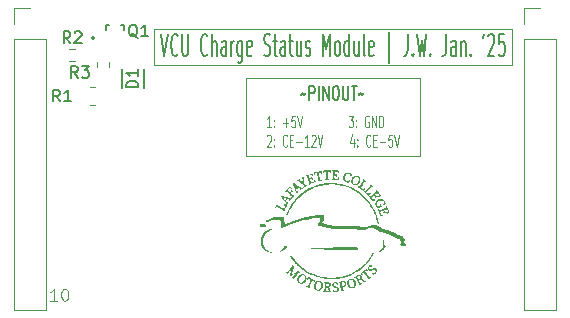
<source format=gbr>
%TF.GenerationSoftware,KiCad,Pcbnew,8.0.7*%
%TF.CreationDate,2025-01-28T21:05:17-05:00*%
%TF.ProjectId,VCU Charge Status Module,56435520-4368-4617-9267-652053746174,rev?*%
%TF.SameCoordinates,Original*%
%TF.FileFunction,Legend,Top*%
%TF.FilePolarity,Positive*%
%FSLAX46Y46*%
G04 Gerber Fmt 4.6, Leading zero omitted, Abs format (unit mm)*
G04 Created by KiCad (PCBNEW 8.0.7) date 2025-01-28 21:05:17*
%MOMM*%
%LPD*%
G01*
G04 APERTURE LIST*
%ADD10C,0.000000*%
%ADD11C,0.100000*%
%ADD12C,0.050000*%
%ADD13C,0.150000*%
%ADD14C,0.120000*%
%ADD15C,0.152400*%
G04 APERTURE END LIST*
D10*
G36*
X78900473Y-46877203D02*
G01*
X78895484Y-46895169D01*
X78889511Y-46913242D01*
X78882665Y-46931403D01*
X78875056Y-46949632D01*
X78874689Y-46950721D01*
X78874492Y-46951900D01*
X78874453Y-46953178D01*
X78874558Y-46954565D01*
X78874795Y-46956072D01*
X78875151Y-46957706D01*
X78876170Y-46961402D01*
X78879079Y-46970771D01*
X78880765Y-46976601D01*
X78881621Y-46979837D01*
X78882469Y-46983301D01*
X78893594Y-46984546D01*
X78904295Y-46986585D01*
X78914605Y-46989363D01*
X78924554Y-46992828D01*
X78934177Y-46996926D01*
X78943504Y-47001605D01*
X78952568Y-47006811D01*
X78961401Y-47012491D01*
X78970036Y-47018592D01*
X78978504Y-47025061D01*
X78995068Y-47038889D01*
X79027614Y-47068625D01*
X79044110Y-47083681D01*
X79061097Y-47098297D01*
X79078833Y-47112048D01*
X79088063Y-47118466D01*
X79097576Y-47124508D01*
X79107405Y-47130122D01*
X79117582Y-47135254D01*
X79128140Y-47139850D01*
X79139109Y-47143859D01*
X79150524Y-47147226D01*
X79162415Y-47149899D01*
X79174815Y-47151824D01*
X79187756Y-47152949D01*
X79192659Y-47154282D01*
X79197264Y-47155703D01*
X79201574Y-47157211D01*
X79205594Y-47158800D01*
X79209327Y-47160469D01*
X79212777Y-47162214D01*
X79215948Y-47164031D01*
X79218844Y-47165918D01*
X79221468Y-47167872D01*
X79223825Y-47169888D01*
X79225918Y-47171964D01*
X79227750Y-47174096D01*
X79229327Y-47176282D01*
X79230652Y-47178519D01*
X79231728Y-47180802D01*
X79232559Y-47183128D01*
X79233150Y-47185495D01*
X79233503Y-47187900D01*
X79233624Y-47190338D01*
X79233515Y-47192808D01*
X79233181Y-47195304D01*
X79232626Y-47197826D01*
X79231852Y-47200368D01*
X79230865Y-47202928D01*
X79229667Y-47205503D01*
X79228263Y-47208090D01*
X79226657Y-47210684D01*
X79224852Y-47213284D01*
X79222852Y-47215885D01*
X79220662Y-47218485D01*
X79218284Y-47221081D01*
X79215723Y-47223668D01*
X79204696Y-47234032D01*
X79193485Y-47243744D01*
X79182092Y-47252693D01*
X79170516Y-47260766D01*
X79158759Y-47267850D01*
X79146819Y-47273835D01*
X79140781Y-47276379D01*
X79134698Y-47278606D01*
X79128569Y-47280502D01*
X79122395Y-47282053D01*
X79116176Y-47283245D01*
X79109911Y-47284063D01*
X79103601Y-47284494D01*
X79097246Y-47284523D01*
X79090846Y-47284137D01*
X79084400Y-47283322D01*
X79077910Y-47282063D01*
X79071374Y-47280347D01*
X79064794Y-47278159D01*
X79058168Y-47275486D01*
X79051497Y-47272313D01*
X79044781Y-47268626D01*
X79038021Y-47264412D01*
X79031215Y-47259656D01*
X79024365Y-47254344D01*
X79017470Y-47248463D01*
X79001068Y-47233430D01*
X78985010Y-47218014D01*
X78969210Y-47202309D01*
X78953584Y-47186409D01*
X78922514Y-47154396D01*
X78906900Y-47138471D01*
X78891121Y-47122726D01*
X78884248Y-47116188D01*
X78877393Y-47110106D01*
X78870553Y-47104479D01*
X78863728Y-47099305D01*
X78856916Y-47094583D01*
X78850117Y-47090310D01*
X78843328Y-47086486D01*
X78836549Y-47083109D01*
X78829779Y-47080177D01*
X78823015Y-47077690D01*
X78816258Y-47075644D01*
X78809505Y-47074040D01*
X78802755Y-47072875D01*
X78796008Y-47072148D01*
X78789261Y-47071857D01*
X78782514Y-47072001D01*
X78775766Y-47072578D01*
X78769014Y-47073587D01*
X78762259Y-47075027D01*
X78755498Y-47076895D01*
X78748730Y-47079190D01*
X78741955Y-47081911D01*
X78735170Y-47085056D01*
X78728375Y-47088624D01*
X78721569Y-47092613D01*
X78714749Y-47097022D01*
X78707916Y-47101848D01*
X78701067Y-47107092D01*
X78694201Y-47112750D01*
X78687318Y-47118822D01*
X78673492Y-47132200D01*
X78684571Y-47151786D01*
X78695051Y-47171844D01*
X78715291Y-47212349D01*
X78725590Y-47232279D01*
X78736366Y-47251649D01*
X78747888Y-47270202D01*
X78754014Y-47279091D01*
X78760427Y-47287679D01*
X78767162Y-47295933D01*
X78774251Y-47303822D01*
X78781729Y-47311312D01*
X78789630Y-47318372D01*
X78797986Y-47324970D01*
X78806831Y-47331073D01*
X78816200Y-47336648D01*
X78826126Y-47341664D01*
X78836642Y-47346089D01*
X78847782Y-47349889D01*
X78859580Y-47353034D01*
X78872069Y-47355489D01*
X78885284Y-47357224D01*
X78899257Y-47358206D01*
X78914022Y-47358403D01*
X78929613Y-47357782D01*
X78912649Y-47374461D01*
X78895519Y-47390454D01*
X78878178Y-47405748D01*
X78860585Y-47420331D01*
X78842696Y-47434192D01*
X78824467Y-47447319D01*
X78805856Y-47459698D01*
X78786820Y-47471320D01*
X78767315Y-47482170D01*
X78747299Y-47492239D01*
X78726728Y-47501513D01*
X78705558Y-47509981D01*
X78683748Y-47517630D01*
X78661254Y-47524450D01*
X78638032Y-47530427D01*
X78614039Y-47535550D01*
X78624389Y-47519357D01*
X78633187Y-47503618D01*
X78640501Y-47488313D01*
X78646399Y-47473424D01*
X78650949Y-47458936D01*
X78654220Y-47444828D01*
X78656279Y-47431084D01*
X78657195Y-47417685D01*
X78657035Y-47404614D01*
X78655868Y-47391853D01*
X78653761Y-47379384D01*
X78650783Y-47367189D01*
X78647002Y-47355251D01*
X78642486Y-47343551D01*
X78637303Y-47332072D01*
X78631521Y-47320796D01*
X78625207Y-47309705D01*
X78618431Y-47298781D01*
X78603762Y-47277363D01*
X78588059Y-47256401D01*
X78571865Y-47235751D01*
X78555725Y-47215270D01*
X78540185Y-47194816D01*
X78525787Y-47174246D01*
X78519187Y-47163872D01*
X78513077Y-47153417D01*
X78501884Y-47131844D01*
X78491363Y-47109209D01*
X78471004Y-47062146D01*
X78460499Y-47038411D01*
X78449332Y-47015002D01*
X78437169Y-46992268D01*
X78430610Y-46981262D01*
X78423677Y-46970555D01*
X78416328Y-46960190D01*
X78408522Y-46950210D01*
X78400217Y-46940659D01*
X78391371Y-46931580D01*
X78381942Y-46923017D01*
X78371889Y-46915012D01*
X78361170Y-46907610D01*
X78349743Y-46900854D01*
X78337567Y-46894786D01*
X78324600Y-46889451D01*
X78310800Y-46884892D01*
X78296126Y-46881151D01*
X78280535Y-46878274D01*
X78263986Y-46876302D01*
X78246438Y-46875280D01*
X78227849Y-46875250D01*
X78269257Y-46844229D01*
X78310691Y-46814376D01*
X78329553Y-46801363D01*
X78501263Y-46801363D01*
X78501417Y-46807316D01*
X78501750Y-46813118D01*
X78502253Y-46818773D01*
X78502921Y-46824287D01*
X78503744Y-46829665D01*
X78504718Y-46834911D01*
X78505834Y-46840032D01*
X78507085Y-46845033D01*
X78509964Y-46854694D01*
X78513300Y-46863936D01*
X78517035Y-46872802D01*
X78521111Y-46881333D01*
X78525472Y-46889571D01*
X78530062Y-46897558D01*
X78534822Y-46905337D01*
X78539697Y-46912949D01*
X78559197Y-46942568D01*
X78563628Y-46950167D01*
X78567831Y-46958386D01*
X78576014Y-46975837D01*
X78580225Y-46984644D01*
X78584669Y-46993223D01*
X78589461Y-47001362D01*
X78592023Y-47005200D01*
X78594716Y-47008849D01*
X78597554Y-47012281D01*
X78600550Y-47015470D01*
X78603720Y-47018390D01*
X78607078Y-47021015D01*
X78610638Y-47023317D01*
X78614414Y-47025270D01*
X78618422Y-47026848D01*
X78622675Y-47028024D01*
X78627188Y-47028772D01*
X78631975Y-47029064D01*
X78637050Y-47028876D01*
X78642429Y-47028179D01*
X78648125Y-47026948D01*
X78654153Y-47025156D01*
X78660527Y-47022776D01*
X78667262Y-47019782D01*
X78679687Y-47013542D01*
X78691687Y-47006868D01*
X78703190Y-46999733D01*
X78714123Y-46992111D01*
X78724413Y-46983975D01*
X78733987Y-46975298D01*
X78742773Y-46966052D01*
X78746847Y-46961208D01*
X78750697Y-46956211D01*
X78754314Y-46951060D01*
X78757688Y-46945749D01*
X78760810Y-46940276D01*
X78763672Y-46934637D01*
X78766264Y-46928829D01*
X78768576Y-46922849D01*
X78770601Y-46916693D01*
X78772329Y-46910358D01*
X78773750Y-46903841D01*
X78774856Y-46897138D01*
X78775637Y-46890245D01*
X78776085Y-46883160D01*
X78776191Y-46875879D01*
X78775944Y-46868399D01*
X78775337Y-46860716D01*
X78774360Y-46852828D01*
X78772033Y-46839725D01*
X78768968Y-46827304D01*
X78765165Y-46815583D01*
X78762986Y-46809990D01*
X78760622Y-46804579D01*
X78758072Y-46799351D01*
X78755338Y-46794309D01*
X78752417Y-46789456D01*
X78749311Y-46784793D01*
X78746019Y-46780322D01*
X78742541Y-46776046D01*
X78738877Y-46771968D01*
X78735027Y-46768088D01*
X78730991Y-46764410D01*
X78726767Y-46760935D01*
X78722357Y-46757667D01*
X78717761Y-46754606D01*
X78712977Y-46751756D01*
X78708006Y-46749118D01*
X78702848Y-46746695D01*
X78697502Y-46744489D01*
X78691969Y-46742502D01*
X78686249Y-46740737D01*
X78680340Y-46739195D01*
X78674243Y-46737879D01*
X78667958Y-46736791D01*
X78661485Y-46735933D01*
X78654824Y-46735308D01*
X78647974Y-46734917D01*
X78637109Y-46734825D01*
X78626487Y-46735399D01*
X78616105Y-46736616D01*
X78605959Y-46738457D01*
X78596045Y-46740898D01*
X78586360Y-46743920D01*
X78576899Y-46747501D01*
X78567660Y-46751619D01*
X78558638Y-46756253D01*
X78549830Y-46761383D01*
X78541232Y-46766986D01*
X78532840Y-46773041D01*
X78524651Y-46779528D01*
X78516661Y-46786425D01*
X78508866Y-46793710D01*
X78501263Y-46801363D01*
X78329553Y-46801363D01*
X78352241Y-46785711D01*
X78393997Y-46758256D01*
X78436047Y-46732032D01*
X78478482Y-46707059D01*
X78521391Y-46683360D01*
X78564864Y-46660954D01*
X78582032Y-46652821D01*
X78599389Y-46645442D01*
X78616901Y-46638916D01*
X78634534Y-46633342D01*
X78652253Y-46628820D01*
X78670026Y-46625448D01*
X78687818Y-46623327D01*
X78705596Y-46622555D01*
X78714469Y-46622705D01*
X78723325Y-46623231D01*
X78732161Y-46624143D01*
X78740972Y-46625454D01*
X78749755Y-46627177D01*
X78758504Y-46629324D01*
X78767215Y-46631908D01*
X78775885Y-46634941D01*
X78784509Y-46638435D01*
X78793082Y-46642402D01*
X78801602Y-46646856D01*
X78810063Y-46651808D01*
X78818461Y-46657272D01*
X78826791Y-46663258D01*
X78835051Y-46669780D01*
X78843235Y-46676851D01*
X78851264Y-46684410D01*
X78858701Y-46692055D01*
X78865559Y-46699784D01*
X78871852Y-46707594D01*
X78877595Y-46715483D01*
X78882801Y-46723448D01*
X78887483Y-46731488D01*
X78891656Y-46739599D01*
X78895334Y-46747779D01*
X78898530Y-46756027D01*
X78901259Y-46764339D01*
X78903533Y-46772714D01*
X78905368Y-46781149D01*
X78906777Y-46789641D01*
X78907773Y-46798188D01*
X78908371Y-46806788D01*
X78908426Y-46824136D01*
X78907055Y-46841668D01*
X78904367Y-46859363D01*
X78900762Y-46875879D01*
X78900473Y-46877203D01*
G37*
G36*
X72405222Y-44175594D02*
G01*
X72410410Y-44176304D01*
X72415643Y-44177399D01*
X72420917Y-44178844D01*
X72426230Y-44180601D01*
X72431577Y-44182633D01*
X72442363Y-44187377D01*
X72453246Y-44192781D01*
X72475198Y-44204391D01*
X72486212Y-44210009D01*
X72497214Y-44215109D01*
X72503753Y-44218059D01*
X72509852Y-44221072D01*
X72515520Y-44224150D01*
X72520763Y-44227294D01*
X72525589Y-44230504D01*
X72530005Y-44233781D01*
X72534017Y-44237126D01*
X72537632Y-44240539D01*
X72540859Y-44244022D01*
X72543702Y-44247575D01*
X72546171Y-44251199D01*
X72548271Y-44254894D01*
X72550009Y-44258662D01*
X72551394Y-44262503D01*
X72552431Y-44266419D01*
X72553128Y-44270409D01*
X72553491Y-44274475D01*
X72553529Y-44278617D01*
X72553247Y-44282837D01*
X72552653Y-44287134D01*
X72551753Y-44291511D01*
X72550556Y-44295966D01*
X72549067Y-44300503D01*
X72547295Y-44305120D01*
X72545245Y-44309819D01*
X72542925Y-44314601D01*
X72537504Y-44324416D01*
X72531086Y-44334571D01*
X72523729Y-44345073D01*
X72506671Y-44367496D01*
X72488944Y-44389068D01*
X72470567Y-44409808D01*
X72451561Y-44429736D01*
X72431945Y-44448872D01*
X72411740Y-44467234D01*
X72390965Y-44484843D01*
X72369641Y-44501717D01*
X72347788Y-44517876D01*
X72325426Y-44533341D01*
X72302575Y-44548129D01*
X72279255Y-44562262D01*
X72255486Y-44575757D01*
X72231288Y-44588636D01*
X72206682Y-44600917D01*
X72181686Y-44612619D01*
X72113707Y-44643581D01*
X72078192Y-44658191D01*
X72059817Y-44664899D01*
X72040942Y-44671066D01*
X72021498Y-44676583D01*
X72001419Y-44681342D01*
X71980637Y-44685234D01*
X71959084Y-44688153D01*
X71936695Y-44689988D01*
X71913401Y-44690633D01*
X71889135Y-44689979D01*
X71863829Y-44687917D01*
X71953147Y-44639000D01*
X71994901Y-44615656D01*
X72015052Y-44603934D01*
X72034718Y-44592052D01*
X72053899Y-44579916D01*
X72072595Y-44567433D01*
X72090806Y-44554507D01*
X72108532Y-44541046D01*
X72125772Y-44526955D01*
X72142527Y-44512139D01*
X72158796Y-44496505D01*
X72174580Y-44479959D01*
X72199966Y-44450909D01*
X72223938Y-44421712D01*
X72235378Y-44407018D01*
X72246444Y-44392239D01*
X72257131Y-44377360D01*
X72267431Y-44362364D01*
X72277339Y-44347235D01*
X72286847Y-44331959D01*
X72295949Y-44316518D01*
X72304638Y-44300897D01*
X72312909Y-44285080D01*
X72320754Y-44269051D01*
X72328166Y-44252795D01*
X72335140Y-44236295D01*
X72339241Y-44226798D01*
X72343439Y-44218240D01*
X72347730Y-44210582D01*
X72352110Y-44203789D01*
X72356576Y-44197824D01*
X72361125Y-44192650D01*
X72365753Y-44188229D01*
X72370457Y-44184526D01*
X72375234Y-44181504D01*
X72380079Y-44179124D01*
X72384990Y-44177352D01*
X72389964Y-44176150D01*
X72394996Y-44175481D01*
X72400083Y-44175308D01*
X72405222Y-44175594D01*
G37*
G36*
X75598729Y-47493302D02*
G01*
X75599587Y-47508163D01*
X75599898Y-47523078D01*
X75599666Y-47538059D01*
X75598897Y-47553117D01*
X75597594Y-47568265D01*
X75595764Y-47583514D01*
X75593410Y-47598877D01*
X75590537Y-47614366D01*
X75587151Y-47629993D01*
X75583255Y-47645770D01*
X75578856Y-47661709D01*
X75573956Y-47677823D01*
X75555260Y-47721438D01*
X75534933Y-47761741D01*
X75524171Y-47780645D01*
X75513018Y-47798717D01*
X75501480Y-47815953D01*
X75489561Y-47832352D01*
X75477268Y-47847912D01*
X75464605Y-47862631D01*
X75451579Y-47876508D01*
X75438194Y-47889541D01*
X75424457Y-47901728D01*
X75410373Y-47913067D01*
X75395947Y-47923556D01*
X75381185Y-47933194D01*
X75366093Y-47941979D01*
X75350675Y-47949909D01*
X75334938Y-47956982D01*
X75318887Y-47963196D01*
X75302527Y-47968550D01*
X75285864Y-47973042D01*
X75268904Y-47976671D01*
X75251652Y-47979433D01*
X75234113Y-47981328D01*
X75216293Y-47982353D01*
X75198198Y-47982508D01*
X75179833Y-47981790D01*
X75161203Y-47980197D01*
X75142315Y-47977727D01*
X75123173Y-47974379D01*
X75103783Y-47970152D01*
X75087619Y-47965835D01*
X75071874Y-47960732D01*
X75056560Y-47954860D01*
X75041686Y-47948236D01*
X75027264Y-47940878D01*
X75013303Y-47932805D01*
X74999814Y-47924034D01*
X74986807Y-47914584D01*
X74974293Y-47904471D01*
X74962282Y-47893714D01*
X74950785Y-47882331D01*
X74939812Y-47870339D01*
X74919481Y-47844601D01*
X74901372Y-47816644D01*
X74885568Y-47786610D01*
X74872153Y-47754642D01*
X74861211Y-47720884D01*
X74852825Y-47685477D01*
X74847079Y-47648565D01*
X74846106Y-47636248D01*
X74996474Y-47636248D01*
X74997248Y-47661417D01*
X74998975Y-47686720D01*
X75001620Y-47712145D01*
X75005148Y-47737679D01*
X75007799Y-47751796D01*
X75011291Y-47765353D01*
X75015612Y-47778329D01*
X75020750Y-47790704D01*
X75023621Y-47796661D01*
X75026692Y-47802459D01*
X75029961Y-47808098D01*
X75033426Y-47813573D01*
X75037087Y-47818883D01*
X75040941Y-47824026D01*
X75044987Y-47828998D01*
X75049223Y-47833797D01*
X75053648Y-47838422D01*
X75058261Y-47842868D01*
X75063059Y-47847134D01*
X75068041Y-47851216D01*
X75073206Y-47855114D01*
X75078553Y-47858823D01*
X75084079Y-47862342D01*
X75089783Y-47865669D01*
X75095663Y-47868799D01*
X75101719Y-47871732D01*
X75107948Y-47874464D01*
X75114349Y-47876993D01*
X75120920Y-47879316D01*
X75127661Y-47881431D01*
X75141642Y-47885027D01*
X75155473Y-47887692D01*
X75169102Y-47889511D01*
X75182517Y-47890467D01*
X75195702Y-47890546D01*
X75208644Y-47889731D01*
X75215019Y-47888984D01*
X75221328Y-47888008D01*
X75227569Y-47886800D01*
X75233740Y-47885359D01*
X75239840Y-47883683D01*
X75245867Y-47881770D01*
X75251818Y-47879618D01*
X75257693Y-47877225D01*
X75263490Y-47874589D01*
X75269205Y-47871709D01*
X75274839Y-47868581D01*
X75280389Y-47865205D01*
X75285854Y-47861578D01*
X75291231Y-47857698D01*
X75296519Y-47853563D01*
X75301716Y-47849172D01*
X75306820Y-47844522D01*
X75311830Y-47839612D01*
X75316743Y-47834439D01*
X75321559Y-47829002D01*
X75326274Y-47823298D01*
X75330889Y-47817326D01*
X75350915Y-47789167D01*
X75369122Y-47760701D01*
X75385481Y-47731923D01*
X75399964Y-47702825D01*
X75412543Y-47673402D01*
X75423189Y-47643646D01*
X75431875Y-47613553D01*
X75438571Y-47583114D01*
X75443250Y-47552325D01*
X75445884Y-47521179D01*
X75446444Y-47489669D01*
X75444901Y-47457789D01*
X75441229Y-47425533D01*
X75435398Y-47392895D01*
X75427380Y-47359867D01*
X75417147Y-47326445D01*
X75404901Y-47314649D01*
X75392698Y-47303695D01*
X75380544Y-47293579D01*
X75368445Y-47284297D01*
X75356407Y-47275846D01*
X75344434Y-47268222D01*
X75332533Y-47261423D01*
X75320709Y-47255444D01*
X75308967Y-47250282D01*
X75297313Y-47245935D01*
X75285753Y-47242397D01*
X75274291Y-47239667D01*
X75262934Y-47237740D01*
X75251688Y-47236613D01*
X75240556Y-47236283D01*
X75229546Y-47236746D01*
X75218663Y-47237999D01*
X75207912Y-47240038D01*
X75197299Y-47242860D01*
X75186829Y-47246461D01*
X75176507Y-47250839D01*
X75166341Y-47255989D01*
X75156334Y-47261909D01*
X75146492Y-47268594D01*
X75136821Y-47276041D01*
X75127327Y-47284248D01*
X75118015Y-47293210D01*
X75108890Y-47302924D01*
X75099958Y-47313386D01*
X75091225Y-47324594D01*
X75082696Y-47336543D01*
X75074377Y-47349231D01*
X75060961Y-47371818D01*
X75048922Y-47394688D01*
X75038223Y-47417829D01*
X75028831Y-47441229D01*
X75020709Y-47464875D01*
X75013823Y-47488754D01*
X75008137Y-47512856D01*
X75003616Y-47537166D01*
X75000224Y-47561673D01*
X74997926Y-47586364D01*
X74996688Y-47611226D01*
X74996474Y-47636248D01*
X74846106Y-47636248D01*
X74844056Y-47610291D01*
X74843840Y-47570797D01*
X74846515Y-47530227D01*
X74848937Y-47510327D01*
X74852141Y-47490741D01*
X74856109Y-47471486D01*
X74860825Y-47452581D01*
X74866271Y-47434043D01*
X74872429Y-47415891D01*
X74879283Y-47398141D01*
X74886816Y-47380812D01*
X74895010Y-47363922D01*
X74903848Y-47347489D01*
X74913313Y-47331529D01*
X74923387Y-47316061D01*
X74934054Y-47301103D01*
X74945296Y-47286673D01*
X74957096Y-47272788D01*
X74969436Y-47259467D01*
X74982300Y-47246726D01*
X74995670Y-47234584D01*
X75009530Y-47223059D01*
X75023861Y-47212168D01*
X75038647Y-47201929D01*
X75053870Y-47192361D01*
X75069514Y-47183480D01*
X75085560Y-47175304D01*
X75101993Y-47167853D01*
X75118794Y-47161142D01*
X75135946Y-47155190D01*
X75153432Y-47150015D01*
X75171236Y-47145635D01*
X75189339Y-47142067D01*
X75207724Y-47139330D01*
X75226375Y-47137440D01*
X75241777Y-47136649D01*
X75257116Y-47136662D01*
X75272371Y-47137466D01*
X75287523Y-47139043D01*
X75302553Y-47141379D01*
X75317440Y-47144457D01*
X75332165Y-47148262D01*
X75346707Y-47152780D01*
X75361048Y-47157993D01*
X75375167Y-47163886D01*
X75389045Y-47170445D01*
X75402662Y-47177653D01*
X75415998Y-47185494D01*
X75429033Y-47193953D01*
X75441748Y-47203015D01*
X75454122Y-47212664D01*
X75466137Y-47222884D01*
X75477772Y-47233660D01*
X75489007Y-47244977D01*
X75499824Y-47256817D01*
X75510201Y-47269167D01*
X75520120Y-47282010D01*
X75529560Y-47295331D01*
X75538502Y-47309114D01*
X75546925Y-47323344D01*
X75554811Y-47338004D01*
X75562140Y-47353081D01*
X75568891Y-47368557D01*
X75575045Y-47384417D01*
X75580582Y-47400646D01*
X75585483Y-47417229D01*
X75589727Y-47434149D01*
X75592822Y-47448917D01*
X75595351Y-47463691D01*
X75597318Y-47478481D01*
X75598383Y-47489669D01*
X75598729Y-47493302D01*
G37*
G36*
X75436808Y-37847063D02*
G01*
X75442316Y-37847856D01*
X75447434Y-37849089D01*
X75452180Y-37850738D01*
X75456572Y-37852782D01*
X75460628Y-37855198D01*
X75464366Y-37857962D01*
X75467804Y-37861053D01*
X75470958Y-37864448D01*
X75473847Y-37868124D01*
X75476489Y-37872059D01*
X75478902Y-37876230D01*
X75481103Y-37880615D01*
X75484939Y-37889935D01*
X75488142Y-37899838D01*
X75490853Y-37910144D01*
X75493213Y-37920671D01*
X75497452Y-37941670D01*
X75499614Y-37951781D01*
X75501995Y-37961390D01*
X75503779Y-37967309D01*
X75505887Y-37973476D01*
X75510534Y-37986351D01*
X75512802Y-37992954D01*
X75514854Y-37999600D01*
X75516554Y-38006236D01*
X75517229Y-38009534D01*
X75517766Y-38012810D01*
X75518147Y-38016058D01*
X75518355Y-38019271D01*
X75518374Y-38022443D01*
X75518187Y-38025567D01*
X75517776Y-38028638D01*
X75517124Y-38031647D01*
X75516216Y-38034590D01*
X75515034Y-38037459D01*
X75513560Y-38040248D01*
X75511779Y-38042951D01*
X75509673Y-38045560D01*
X75507225Y-38048071D01*
X75504418Y-38050475D01*
X75501236Y-38052768D01*
X75497662Y-38054941D01*
X75493678Y-38056989D01*
X75488355Y-38059327D01*
X75483272Y-38061200D01*
X75478421Y-38062627D01*
X75473794Y-38063626D01*
X75469382Y-38064216D01*
X75465176Y-38064416D01*
X75461167Y-38064244D01*
X75457349Y-38063718D01*
X75453711Y-38062856D01*
X75450245Y-38061678D01*
X75446943Y-38060201D01*
X75443797Y-38058445D01*
X75440797Y-38056427D01*
X75437936Y-38054166D01*
X75435204Y-38051680D01*
X75432594Y-38048988D01*
X75430096Y-38046109D01*
X75427703Y-38043060D01*
X75423195Y-38036529D01*
X75419003Y-38029542D01*
X75415057Y-38022247D01*
X75400381Y-37992940D01*
X75397681Y-37988147D01*
X75394917Y-37983720D01*
X75392090Y-37979649D01*
X75389201Y-37975923D01*
X75386252Y-37972531D01*
X75383244Y-37969462D01*
X75380178Y-37966704D01*
X75377055Y-37964247D01*
X75373878Y-37962080D01*
X75370646Y-37960192D01*
X75367362Y-37958572D01*
X75364027Y-37957208D01*
X75360642Y-37956091D01*
X75357208Y-37955209D01*
X75353727Y-37954550D01*
X75350200Y-37954105D01*
X75346628Y-37953861D01*
X75343013Y-37953809D01*
X75335657Y-37954233D01*
X75328144Y-37955290D01*
X75320482Y-37956891D01*
X75312684Y-37958949D01*
X75304758Y-37961376D01*
X75288568Y-37966985D01*
X75284047Y-37968732D01*
X75279804Y-37970592D01*
X75275833Y-37972563D01*
X75272125Y-37974642D01*
X75268675Y-37976825D01*
X75265474Y-37979110D01*
X75262517Y-37981494D01*
X75259796Y-37983973D01*
X75257303Y-37986544D01*
X75255033Y-37989205D01*
X75252977Y-37991952D01*
X75251130Y-37994781D01*
X75249483Y-37997691D01*
X75248030Y-38000678D01*
X75246763Y-38003739D01*
X75245677Y-38006870D01*
X75244763Y-38010069D01*
X75244014Y-38013333D01*
X75243425Y-38016658D01*
X75242987Y-38020042D01*
X75242538Y-38026972D01*
X75242610Y-38034099D01*
X75243149Y-38041399D01*
X75244097Y-38048845D01*
X75245398Y-38056415D01*
X75246996Y-38064083D01*
X75270369Y-38174718D01*
X75276786Y-38202196D01*
X75283900Y-38229414D01*
X75291944Y-38256279D01*
X75296388Y-38269550D01*
X75301152Y-38282699D01*
X75305292Y-38294659D01*
X75308869Y-38306938D01*
X75311953Y-38319496D01*
X75314616Y-38332293D01*
X75318961Y-38358445D01*
X75322472Y-38385075D01*
X75329262Y-38438501D01*
X75333678Y-38464659D01*
X75336389Y-38477461D01*
X75339531Y-38490025D01*
X75343173Y-38502310D01*
X75347389Y-38514278D01*
X75352247Y-38525889D01*
X75357820Y-38537103D01*
X75364178Y-38547880D01*
X75371392Y-38558180D01*
X75379534Y-38567964D01*
X75388674Y-38577192D01*
X75398883Y-38585824D01*
X75410232Y-38593820D01*
X75422792Y-38601141D01*
X75436635Y-38607746D01*
X75451831Y-38613597D01*
X75468451Y-38618653D01*
X75486566Y-38622875D01*
X75506247Y-38626223D01*
X75483416Y-38640779D01*
X75459447Y-38654187D01*
X75434584Y-38666411D01*
X75409072Y-38677413D01*
X75383153Y-38687159D01*
X75357072Y-38695612D01*
X75331072Y-38702736D01*
X75305397Y-38708495D01*
X75280290Y-38712854D01*
X75255996Y-38715776D01*
X75232757Y-38717224D01*
X75210819Y-38717164D01*
X75190423Y-38715560D01*
X75171815Y-38712374D01*
X75163257Y-38710177D01*
X75155237Y-38707571D01*
X75147786Y-38704552D01*
X75140934Y-38701116D01*
X75170104Y-38667016D01*
X75181786Y-38652666D01*
X75191640Y-38639634D01*
X75199744Y-38627560D01*
X75203165Y-38621770D01*
X75206178Y-38616085D01*
X75208795Y-38610460D01*
X75211023Y-38604849D01*
X75212875Y-38599207D01*
X75214359Y-38593490D01*
X75215485Y-38587653D01*
X75216264Y-38581650D01*
X75216705Y-38575436D01*
X75216818Y-38568966D01*
X75216614Y-38562196D01*
X75216103Y-38555081D01*
X75214196Y-38539632D01*
X75211178Y-38522261D01*
X75207129Y-38502606D01*
X75196256Y-38455006D01*
X75167030Y-38332660D01*
X75135718Y-38203288D01*
X75135132Y-38200132D01*
X75134632Y-38197163D01*
X75134205Y-38194372D01*
X75133840Y-38191751D01*
X75132729Y-38182799D01*
X75132476Y-38180900D01*
X75132207Y-38179120D01*
X75131910Y-38177451D01*
X75131571Y-38175883D01*
X75131178Y-38174409D01*
X75130718Y-38173019D01*
X75130178Y-38171705D01*
X75129546Y-38170459D01*
X75127077Y-38165653D01*
X75124917Y-38160634D01*
X75123033Y-38155424D01*
X75121391Y-38150048D01*
X75119958Y-38144528D01*
X75118701Y-38138887D01*
X75116581Y-38127335D01*
X75112976Y-38103802D01*
X75110958Y-38092190D01*
X75108440Y-38080927D01*
X75106910Y-38075485D01*
X75105154Y-38070199D01*
X75103140Y-38065093D01*
X75100834Y-38060191D01*
X75098202Y-38055514D01*
X75095211Y-38051087D01*
X75091828Y-38046932D01*
X75088019Y-38043072D01*
X75083751Y-38039532D01*
X75078990Y-38036333D01*
X75073704Y-38033498D01*
X75067858Y-38031052D01*
X75061419Y-38029017D01*
X75054354Y-38027416D01*
X75046629Y-38026272D01*
X75038211Y-38025609D01*
X75029650Y-38025381D01*
X75021565Y-38025522D01*
X75013944Y-38026024D01*
X75006775Y-38026879D01*
X75000044Y-38028077D01*
X74993740Y-38029612D01*
X74987850Y-38031473D01*
X74982362Y-38033652D01*
X74977263Y-38036141D01*
X74972541Y-38038931D01*
X74968183Y-38042014D01*
X74964177Y-38045380D01*
X74960510Y-38049022D01*
X74957170Y-38052930D01*
X74954145Y-38057096D01*
X74951422Y-38061512D01*
X74948988Y-38066169D01*
X74946832Y-38071058D01*
X74944940Y-38076171D01*
X74943301Y-38081500D01*
X74940729Y-38092767D01*
X74939016Y-38104792D01*
X74938064Y-38117506D01*
X74937772Y-38130840D01*
X74938041Y-38144725D01*
X74938771Y-38159093D01*
X74938851Y-38162309D01*
X74938686Y-38165472D01*
X74938285Y-38168573D01*
X74937659Y-38171603D01*
X74936819Y-38174556D01*
X74935775Y-38177421D01*
X74934537Y-38180192D01*
X74933115Y-38182859D01*
X74931521Y-38185415D01*
X74929763Y-38187850D01*
X74927854Y-38190158D01*
X74925802Y-38192330D01*
X74923619Y-38194357D01*
X74921314Y-38196231D01*
X74918899Y-38197944D01*
X74916382Y-38199487D01*
X74913776Y-38200853D01*
X74911090Y-38202033D01*
X74908334Y-38203019D01*
X74905519Y-38203802D01*
X74902655Y-38204374D01*
X74899753Y-38204728D01*
X74896822Y-38204854D01*
X74893874Y-38204744D01*
X74890919Y-38204391D01*
X74887966Y-38203786D01*
X74885027Y-38202920D01*
X74882111Y-38201786D01*
X74879229Y-38200375D01*
X74876392Y-38198678D01*
X74873609Y-38196688D01*
X74870892Y-38194397D01*
X74867053Y-38190699D01*
X74863487Y-38186867D01*
X74860182Y-38182905D01*
X74857125Y-38178820D01*
X74854307Y-38174619D01*
X74851714Y-38170306D01*
X74847161Y-38161373D01*
X74843372Y-38152069D01*
X74840256Y-38142443D01*
X74837721Y-38132543D01*
X74835672Y-38122418D01*
X74834018Y-38112116D01*
X74832666Y-38101687D01*
X74830498Y-38080637D01*
X74828427Y-38059658D01*
X74827195Y-38049316D01*
X74825710Y-38039137D01*
X74825215Y-38035562D01*
X74824907Y-38032089D01*
X74824781Y-38028718D01*
X74824834Y-38025447D01*
X74825059Y-38022277D01*
X74825452Y-38019205D01*
X74826009Y-38016232D01*
X74826724Y-38013357D01*
X74827592Y-38010578D01*
X74828608Y-38007895D01*
X74829769Y-38005307D01*
X74831068Y-38002814D01*
X74832501Y-38000414D01*
X74834063Y-37998106D01*
X74835749Y-37995891D01*
X74837555Y-37993766D01*
X74839475Y-37991732D01*
X74841504Y-37989787D01*
X74843638Y-37987931D01*
X74845872Y-37986162D01*
X74848201Y-37984481D01*
X74850620Y-37982886D01*
X74855708Y-37979950D01*
X74861098Y-37977350D01*
X74866751Y-37975078D01*
X74872627Y-37973128D01*
X74878689Y-37971494D01*
X75144024Y-37907225D01*
X75277017Y-37876646D01*
X75343694Y-37862280D01*
X75410531Y-37848734D01*
X75417773Y-37847544D01*
X75424555Y-37846884D01*
X75430894Y-37846731D01*
X75436808Y-37847063D01*
G37*
G36*
X80766758Y-43650678D02*
G01*
X80773217Y-43651085D01*
X80780076Y-43651786D01*
X80784035Y-43665050D01*
X80787320Y-43678389D01*
X80790001Y-43691798D01*
X80792146Y-43705271D01*
X80793822Y-43718802D01*
X80795097Y-43732384D01*
X80796718Y-43759682D01*
X80798145Y-43814637D01*
X80799039Y-43842199D01*
X80800779Y-43869754D01*
X80801969Y-43892739D01*
X80801996Y-43916310D01*
X80800438Y-43964500D01*
X80799790Y-43988762D01*
X80799854Y-44012899D01*
X80801099Y-44036733D01*
X80802311Y-44048481D01*
X80803993Y-44060086D01*
X80806206Y-44071527D01*
X80809006Y-44082780D01*
X80812453Y-44093824D01*
X80816605Y-44104637D01*
X80821521Y-44115196D01*
X80827260Y-44125479D01*
X80833879Y-44135464D01*
X80841438Y-44145129D01*
X80849995Y-44154451D01*
X80859609Y-44163408D01*
X80870339Y-44171977D01*
X80882242Y-44180138D01*
X80895378Y-44187867D01*
X80909804Y-44195142D01*
X80925581Y-44201941D01*
X80942765Y-44208241D01*
X80909489Y-44255407D01*
X80876249Y-44301541D01*
X80842520Y-44346522D01*
X80825309Y-44368541D01*
X80807780Y-44390225D01*
X80789867Y-44411559D01*
X80771505Y-44432528D01*
X80752629Y-44453115D01*
X80733173Y-44473306D01*
X80713071Y-44493085D01*
X80692259Y-44512436D01*
X80670671Y-44531345D01*
X80648241Y-44549795D01*
X80609226Y-44574487D01*
X80572719Y-44596789D01*
X80538572Y-44616754D01*
X80506639Y-44634437D01*
X80476772Y-44649889D01*
X80448823Y-44663164D01*
X80422646Y-44674315D01*
X80398093Y-44683396D01*
X80375018Y-44690458D01*
X80363988Y-44693249D01*
X80353272Y-44695556D01*
X80342852Y-44697385D01*
X80332709Y-44698742D01*
X80322825Y-44699635D01*
X80313182Y-44700070D01*
X80303761Y-44700054D01*
X80294543Y-44699593D01*
X80285510Y-44698694D01*
X80276645Y-44697363D01*
X80267927Y-44695608D01*
X80259340Y-44693435D01*
X80250865Y-44690850D01*
X80242482Y-44687860D01*
X80243361Y-44686731D01*
X80244221Y-44685565D01*
X80245901Y-44683161D01*
X80247564Y-44680722D01*
X80249252Y-44678320D01*
X80250118Y-44677157D01*
X80251006Y-44676031D01*
X80251921Y-44674952D01*
X80252868Y-44673928D01*
X80253852Y-44672969D01*
X80254879Y-44672084D01*
X80255410Y-44671672D01*
X80255953Y-44671283D01*
X80256510Y-44670916D01*
X80257081Y-44670573D01*
X80323433Y-44630231D01*
X80385055Y-44587624D01*
X80441869Y-44542715D01*
X80493801Y-44495464D01*
X80540774Y-44445834D01*
X80582712Y-44393785D01*
X80619541Y-44339280D01*
X80651183Y-44282279D01*
X80665036Y-44252831D01*
X80677563Y-44222744D01*
X80688757Y-44192014D01*
X80698606Y-44160637D01*
X80707102Y-44128606D01*
X80714236Y-44095918D01*
X80719997Y-44062568D01*
X80724376Y-44028550D01*
X80728951Y-43958494D01*
X80727886Y-43885712D01*
X80721104Y-43810164D01*
X80708529Y-43731812D01*
X80707017Y-43723155D01*
X80705921Y-43714658D01*
X80705323Y-43706391D01*
X80705305Y-43698424D01*
X80705538Y-43694576D01*
X80705948Y-43690828D01*
X80706543Y-43687191D01*
X80707334Y-43683673D01*
X80708331Y-43680283D01*
X80709545Y-43677029D01*
X80710986Y-43673920D01*
X80712664Y-43670965D01*
X80714589Y-43668173D01*
X80716771Y-43665553D01*
X80719221Y-43663113D01*
X80721949Y-43660861D01*
X80724964Y-43658808D01*
X80728279Y-43656962D01*
X80731901Y-43655330D01*
X80735843Y-43653923D01*
X80740113Y-43652749D01*
X80744723Y-43651816D01*
X80749682Y-43651134D01*
X80755000Y-43650711D01*
X80760689Y-43650556D01*
X80766758Y-43650678D01*
G37*
G36*
X79674161Y-45790863D02*
G01*
X79679072Y-45791384D01*
X79683833Y-45792206D01*
X79688449Y-45793313D01*
X79692925Y-45794694D01*
X79697268Y-45796335D01*
X79701482Y-45798222D01*
X79705574Y-45800343D01*
X79709548Y-45802684D01*
X79713411Y-45805232D01*
X79717168Y-45807975D01*
X79720824Y-45810898D01*
X79727857Y-45817234D01*
X79734555Y-45824135D01*
X79740962Y-45831495D01*
X79747123Y-45839210D01*
X79753081Y-45847173D01*
X79775783Y-45879401D01*
X79776954Y-45881112D01*
X79778017Y-45882834D01*
X79778971Y-45884565D01*
X79779820Y-45886303D01*
X79780564Y-45888049D01*
X79781207Y-45889800D01*
X79781749Y-45891555D01*
X79782192Y-45893314D01*
X79782539Y-45895075D01*
X79782791Y-45896836D01*
X79782950Y-45898598D01*
X79783018Y-45900358D01*
X79782997Y-45902115D01*
X79782888Y-45903868D01*
X79782694Y-45905616D01*
X79782416Y-45907359D01*
X79782056Y-45909093D01*
X79781615Y-45910820D01*
X79781097Y-45912536D01*
X79780502Y-45914242D01*
X79779833Y-45915935D01*
X79779090Y-45917616D01*
X79777395Y-45920932D01*
X79775431Y-45924181D01*
X79773213Y-45927354D01*
X79770755Y-45930440D01*
X79768072Y-45933431D01*
X79765537Y-45935997D01*
X79762977Y-45938377D01*
X79760394Y-45940575D01*
X79757790Y-45942593D01*
X79755166Y-45944435D01*
X79752524Y-45946102D01*
X79749864Y-45947599D01*
X79747190Y-45948927D01*
X79744501Y-45950089D01*
X79741800Y-45951089D01*
X79739087Y-45951928D01*
X79736365Y-45952610D01*
X79733635Y-45953138D01*
X79730898Y-45953514D01*
X79728156Y-45953741D01*
X79725411Y-45953822D01*
X79722663Y-45953760D01*
X79719914Y-45953557D01*
X79717166Y-45953216D01*
X79714419Y-45952740D01*
X79711677Y-45952132D01*
X79708940Y-45951395D01*
X79706209Y-45950531D01*
X79703486Y-45949543D01*
X79698070Y-45947207D01*
X79692703Y-45944409D01*
X79687398Y-45941171D01*
X79682165Y-45937516D01*
X79676794Y-45933671D01*
X79671499Y-45930169D01*
X79666279Y-45927005D01*
X79661133Y-45924176D01*
X79656057Y-45921678D01*
X79651052Y-45919504D01*
X79646114Y-45917652D01*
X79641244Y-45916117D01*
X79636438Y-45914894D01*
X79631695Y-45913979D01*
X79627014Y-45913367D01*
X79622393Y-45913055D01*
X79617830Y-45913037D01*
X79613324Y-45913310D01*
X79608872Y-45913868D01*
X79604474Y-45914708D01*
X79600128Y-45915825D01*
X79595832Y-45917215D01*
X79591584Y-45918873D01*
X79587382Y-45920795D01*
X79583226Y-45922976D01*
X79579113Y-45925412D01*
X79575041Y-45928099D01*
X79571010Y-45931032D01*
X79567017Y-45934207D01*
X79563061Y-45937619D01*
X79559140Y-45941264D01*
X79555253Y-45945137D01*
X79551397Y-45949235D01*
X79547571Y-45953552D01*
X79540004Y-45962829D01*
X79533777Y-45971199D01*
X79528050Y-45979634D01*
X79522864Y-45988136D01*
X79518260Y-45996705D01*
X79514276Y-46005344D01*
X79510955Y-46014054D01*
X79508336Y-46022836D01*
X79506459Y-46031693D01*
X79505811Y-46036149D01*
X79505365Y-46040624D01*
X79505124Y-46045119D01*
X79505094Y-46049633D01*
X79505280Y-46054166D01*
X79505688Y-46058720D01*
X79506321Y-46063293D01*
X79507185Y-46067887D01*
X79508285Y-46072501D01*
X79509626Y-46077135D01*
X79511214Y-46081790D01*
X79513053Y-46086466D01*
X79515148Y-46091164D01*
X79517504Y-46095882D01*
X79520127Y-46100622D01*
X79523021Y-46105384D01*
X79526655Y-46110867D01*
X79530393Y-46116045D01*
X79534232Y-46120923D01*
X79538171Y-46125503D01*
X79542208Y-46129791D01*
X79546339Y-46133791D01*
X79550563Y-46137506D01*
X79554877Y-46140941D01*
X79559280Y-46144101D01*
X79563768Y-46146988D01*
X79568340Y-46149607D01*
X79572993Y-46151963D01*
X79577725Y-46154059D01*
X79582533Y-46155899D01*
X79587416Y-46157489D01*
X79592371Y-46158831D01*
X79597396Y-46159930D01*
X79602488Y-46160791D01*
X79612867Y-46161812D01*
X79623487Y-46161926D01*
X79634332Y-46161169D01*
X79645383Y-46159571D01*
X79656622Y-46157167D01*
X79668031Y-46153989D01*
X79679590Y-46150070D01*
X79696211Y-46143684D01*
X79712686Y-46136903D01*
X79745382Y-46122652D01*
X79778047Y-46108306D01*
X79794484Y-46101408D01*
X79811051Y-46094857D01*
X79830784Y-46087667D01*
X79850452Y-46081220D01*
X79870049Y-46075639D01*
X79889570Y-46071048D01*
X79909007Y-46067571D01*
X79928355Y-46065331D01*
X79947608Y-46064451D01*
X79966758Y-46065056D01*
X79976293Y-46065954D01*
X79985800Y-46067269D01*
X79995279Y-46069017D01*
X80004728Y-46071213D01*
X80014147Y-46073873D01*
X80023534Y-46077012D01*
X80032890Y-46080645D01*
X80042214Y-46084789D01*
X80051504Y-46089458D01*
X80060760Y-46094669D01*
X80069980Y-46100435D01*
X80079166Y-46106774D01*
X80088314Y-46113699D01*
X80097425Y-46121228D01*
X80106498Y-46129374D01*
X80115533Y-46138155D01*
X80129000Y-46156543D01*
X80140437Y-46175125D01*
X80149915Y-46193858D01*
X80157509Y-46212702D01*
X80163289Y-46231614D01*
X80167331Y-46250552D01*
X80169706Y-46269476D01*
X80170487Y-46288343D01*
X80169748Y-46307112D01*
X80167562Y-46325740D01*
X80164000Y-46344187D01*
X80159137Y-46362411D01*
X80153045Y-46380369D01*
X80145798Y-46398021D01*
X80137467Y-46415324D01*
X80128126Y-46432238D01*
X80117849Y-46448719D01*
X80106707Y-46464727D01*
X80094774Y-46480220D01*
X80082123Y-46495156D01*
X80068827Y-46509494D01*
X80054959Y-46523192D01*
X80040591Y-46536208D01*
X80025797Y-46548500D01*
X80010649Y-46560027D01*
X79995221Y-46570748D01*
X79979585Y-46580619D01*
X79963815Y-46589601D01*
X79947982Y-46597651D01*
X79932162Y-46604727D01*
X79916425Y-46610788D01*
X79900845Y-46615792D01*
X79894567Y-46617402D01*
X79888512Y-46618558D01*
X79882672Y-46619280D01*
X79877038Y-46619585D01*
X79871601Y-46619494D01*
X79866352Y-46619024D01*
X79861283Y-46618196D01*
X79856385Y-46617027D01*
X79851648Y-46615537D01*
X79847064Y-46613744D01*
X79842624Y-46611668D01*
X79838320Y-46609327D01*
X79834141Y-46606741D01*
X79830080Y-46603927D01*
X79826127Y-46600906D01*
X79822274Y-46597696D01*
X79814831Y-46590785D01*
X79807680Y-46583344D01*
X79800750Y-46575526D01*
X79793970Y-46567482D01*
X79780576Y-46551319D01*
X79773820Y-46543503D01*
X79766931Y-46536066D01*
X79764882Y-46533871D01*
X79762974Y-46531656D01*
X79761207Y-46529424D01*
X79759581Y-46527175D01*
X79758094Y-46524910D01*
X79756748Y-46522631D01*
X79755541Y-46520340D01*
X79754473Y-46518036D01*
X79753544Y-46515722D01*
X79752753Y-46513399D01*
X79752100Y-46511067D01*
X79751585Y-46508729D01*
X79751206Y-46506384D01*
X79750965Y-46504036D01*
X79750860Y-46501684D01*
X79750892Y-46499330D01*
X79751059Y-46496975D01*
X79751361Y-46494620D01*
X79751799Y-46492267D01*
X79752371Y-46489917D01*
X79753077Y-46487570D01*
X79753918Y-46485229D01*
X79754892Y-46482895D01*
X79755999Y-46480568D01*
X79757239Y-46478249D01*
X79758611Y-46475941D01*
X79760116Y-46473644D01*
X79761752Y-46471360D01*
X79763520Y-46469089D01*
X79765418Y-46466833D01*
X79767448Y-46464594D01*
X79769607Y-46462371D01*
X79772381Y-46459736D01*
X79775163Y-46457336D01*
X79777954Y-46455164D01*
X79780751Y-46453216D01*
X79783552Y-46451485D01*
X79786356Y-46449966D01*
X79789161Y-46448652D01*
X79791966Y-46447539D01*
X79794769Y-46446620D01*
X79797568Y-46445890D01*
X79800362Y-46445342D01*
X79803149Y-46444972D01*
X79805928Y-46444773D01*
X79808697Y-46444740D01*
X79811454Y-46444866D01*
X79814198Y-46445146D01*
X79816927Y-46445575D01*
X79819640Y-46446147D01*
X79822334Y-46446855D01*
X79825009Y-46447694D01*
X79827662Y-46448658D01*
X79830292Y-46449742D01*
X79835477Y-46452246D01*
X79840551Y-46455158D01*
X79845501Y-46458434D01*
X79850314Y-46462026D01*
X79854976Y-46465890D01*
X79861376Y-46471217D01*
X79867648Y-46475974D01*
X79873797Y-46480176D01*
X79879826Y-46483840D01*
X79885738Y-46486981D01*
X79891537Y-46489617D01*
X79897227Y-46491763D01*
X79902811Y-46493435D01*
X79908292Y-46494650D01*
X79913674Y-46495423D01*
X79918960Y-46495771D01*
X79924154Y-46495711D01*
X79929259Y-46495257D01*
X79934280Y-46494426D01*
X79939218Y-46493236D01*
X79944079Y-46491700D01*
X79948864Y-46489837D01*
X79953579Y-46487661D01*
X79958225Y-46485190D01*
X79962808Y-46482439D01*
X79967330Y-46479424D01*
X79971794Y-46476162D01*
X79976205Y-46472669D01*
X79980565Y-46468961D01*
X79989149Y-46460964D01*
X79997574Y-46452300D01*
X80005867Y-46443100D01*
X80014056Y-46433492D01*
X80021921Y-46423746D01*
X80029357Y-46413824D01*
X80036287Y-46403730D01*
X80042634Y-46393470D01*
X80048321Y-46383050D01*
X80053270Y-46372475D01*
X80057404Y-46361750D01*
X80060645Y-46350880D01*
X80061906Y-46345393D01*
X80062916Y-46339872D01*
X80063663Y-46334317D01*
X80064139Y-46328729D01*
X80064334Y-46323109D01*
X80064238Y-46317458D01*
X80063842Y-46311776D01*
X80063135Y-46306064D01*
X80062108Y-46300323D01*
X80060752Y-46294552D01*
X80059057Y-46288754D01*
X80057013Y-46282928D01*
X80054610Y-46277076D01*
X80051839Y-46271197D01*
X80048690Y-46265293D01*
X80045154Y-46259364D01*
X80041126Y-46253292D01*
X80036969Y-46247671D01*
X80032685Y-46242491D01*
X80028280Y-46237737D01*
X80023759Y-46233398D01*
X80019127Y-46229460D01*
X80014387Y-46225912D01*
X80009545Y-46222740D01*
X80004606Y-46219933D01*
X79999574Y-46217476D01*
X79994453Y-46215359D01*
X79989249Y-46213568D01*
X79983966Y-46212090D01*
X79978610Y-46210914D01*
X79973183Y-46210026D01*
X79967692Y-46209414D01*
X79956535Y-46208968D01*
X79945175Y-46209473D01*
X79933650Y-46210831D01*
X79921997Y-46212940D01*
X79910254Y-46215699D01*
X79898459Y-46219007D01*
X79886649Y-46222764D01*
X79874862Y-46226870D01*
X79852605Y-46235153D01*
X79830464Y-46243780D01*
X79786331Y-46261449D01*
X79764237Y-46270183D01*
X79742059Y-46278646D01*
X79719747Y-46286684D01*
X79697249Y-46294142D01*
X79688171Y-46296837D01*
X79679170Y-46299182D01*
X79670247Y-46301181D01*
X79661405Y-46302837D01*
X79652643Y-46304151D01*
X79643963Y-46305128D01*
X79635366Y-46305769D01*
X79626854Y-46306077D01*
X79618426Y-46306056D01*
X79610085Y-46305707D01*
X79601831Y-46305035D01*
X79593665Y-46304041D01*
X79585589Y-46302728D01*
X79577603Y-46301099D01*
X79569709Y-46299157D01*
X79561908Y-46296904D01*
X79554200Y-46294344D01*
X79546587Y-46291479D01*
X79539069Y-46288312D01*
X79531649Y-46284846D01*
X79524327Y-46281083D01*
X79517103Y-46277026D01*
X79502958Y-46268042D01*
X79489222Y-46257916D01*
X79475903Y-46246671D01*
X79463010Y-46234328D01*
X79450552Y-46220909D01*
X79444307Y-46213510D01*
X79438497Y-46206055D01*
X79433116Y-46198544D01*
X79428158Y-46190980D01*
X79423615Y-46183366D01*
X79419480Y-46175702D01*
X79415748Y-46167991D01*
X79412411Y-46160234D01*
X79409462Y-46152434D01*
X79406895Y-46144593D01*
X79404703Y-46136712D01*
X79402878Y-46128794D01*
X79401416Y-46120840D01*
X79400307Y-46112852D01*
X79399127Y-46096784D01*
X79399284Y-46080604D01*
X79400724Y-46064328D01*
X79403392Y-46047971D01*
X79407234Y-46031550D01*
X79412197Y-46015079D01*
X79418226Y-45998573D01*
X79425267Y-45982050D01*
X79433266Y-45965523D01*
X79442467Y-45948369D01*
X79452223Y-45931826D01*
X79462554Y-45915944D01*
X79473481Y-45900769D01*
X79485023Y-45886350D01*
X79497201Y-45872733D01*
X79510036Y-45859967D01*
X79523548Y-45848100D01*
X79537758Y-45837178D01*
X79552685Y-45827251D01*
X79568351Y-45818365D01*
X79584775Y-45810568D01*
X79601979Y-45803908D01*
X79619982Y-45798432D01*
X79638805Y-45794189D01*
X79658468Y-45791226D01*
X79663865Y-45790770D01*
X79669094Y-45790653D01*
X79674161Y-45790863D01*
G37*
G36*
X79304207Y-46136805D02*
G01*
X79308571Y-46137343D01*
X79312891Y-46138173D01*
X79317168Y-46139289D01*
X79321404Y-46140690D01*
X79325599Y-46142370D01*
X79329755Y-46144327D01*
X79333873Y-46146556D01*
X79337955Y-46149053D01*
X79342001Y-46151815D01*
X79346013Y-46154839D01*
X79349992Y-46158119D01*
X79353939Y-46161653D01*
X79357856Y-46165437D01*
X79361742Y-46169467D01*
X79365601Y-46173739D01*
X79373239Y-46182995D01*
X79378794Y-46189608D01*
X79384970Y-46196182D01*
X79398436Y-46209322D01*
X79412147Y-46222634D01*
X79418629Y-46229423D01*
X79424612Y-46236338D01*
X79427360Y-46239851D01*
X79429912Y-46243406D01*
X79432248Y-46247006D01*
X79434342Y-46250654D01*
X79436172Y-46254354D01*
X79437715Y-46258110D01*
X79438948Y-46261924D01*
X79439846Y-46265801D01*
X79440387Y-46269743D01*
X79440547Y-46273755D01*
X79440303Y-46277839D01*
X79439633Y-46281999D01*
X79438511Y-46286238D01*
X79436917Y-46290560D01*
X79434825Y-46294969D01*
X79432213Y-46299467D01*
X79428007Y-46305708D01*
X79423822Y-46311153D01*
X79419657Y-46315837D01*
X79415511Y-46319793D01*
X79411385Y-46323058D01*
X79407277Y-46325667D01*
X79403188Y-46327652D01*
X79399118Y-46329051D01*
X79395065Y-46329897D01*
X79391030Y-46330226D01*
X79387012Y-46330072D01*
X79383011Y-46329470D01*
X79379027Y-46328454D01*
X79375059Y-46327061D01*
X79371107Y-46325324D01*
X79367171Y-46323278D01*
X79363251Y-46320959D01*
X79359345Y-46318400D01*
X79351577Y-46312706D01*
X79343866Y-46306474D01*
X79336209Y-46299982D01*
X79328603Y-46293511D01*
X79321045Y-46287337D01*
X79313533Y-46281741D01*
X79309794Y-46279246D01*
X79306065Y-46277000D01*
X79302271Y-46274968D01*
X79298560Y-46273215D01*
X79294929Y-46271732D01*
X79291376Y-46270508D01*
X79287898Y-46269534D01*
X79284490Y-46268800D01*
X79281151Y-46268295D01*
X79277878Y-46268009D01*
X79274666Y-46267934D01*
X79271513Y-46268059D01*
X79268417Y-46268374D01*
X79265374Y-46268869D01*
X79262380Y-46269534D01*
X79259434Y-46270359D01*
X79256531Y-46271335D01*
X79253669Y-46272452D01*
X79250845Y-46273699D01*
X79248056Y-46275067D01*
X79242569Y-46278125D01*
X79237184Y-46281547D01*
X79231877Y-46285254D01*
X79226624Y-46289166D01*
X79221400Y-46293204D01*
X79210940Y-46301342D01*
X79205837Y-46305390D01*
X79200897Y-46309650D01*
X79196194Y-46314103D01*
X79191802Y-46318729D01*
X79187794Y-46323509D01*
X79185956Y-46325951D01*
X79184243Y-46328424D01*
X79182662Y-46330926D01*
X79181223Y-46333454D01*
X79179936Y-46336006D01*
X79178808Y-46338579D01*
X79177851Y-46341172D01*
X79177072Y-46343781D01*
X79176481Y-46346404D01*
X79176087Y-46349039D01*
X79175900Y-46351684D01*
X79175928Y-46354335D01*
X79176181Y-46356991D01*
X79176668Y-46359649D01*
X79177399Y-46362307D01*
X79178381Y-46364962D01*
X79179625Y-46367612D01*
X79181140Y-46370254D01*
X79182935Y-46372886D01*
X79185019Y-46375506D01*
X79187401Y-46378110D01*
X79190091Y-46380698D01*
X79204989Y-46394868D01*
X79219265Y-46409742D01*
X79232986Y-46425247D01*
X79246224Y-46441311D01*
X79271521Y-46474824D01*
X79295711Y-46509703D01*
X79342986Y-46581235D01*
X79367178Y-46616729D01*
X79392478Y-46651268D01*
X79419441Y-46684272D01*
X79433719Y-46700017D01*
X79448621Y-46715161D01*
X79464214Y-46729631D01*
X79480570Y-46743355D01*
X79497757Y-46756261D01*
X79515844Y-46768275D01*
X79534900Y-46779326D01*
X79554995Y-46789340D01*
X79576199Y-46798246D01*
X79598579Y-46805971D01*
X79622206Y-46812442D01*
X79647149Y-46817587D01*
X79673477Y-46821334D01*
X79701259Y-46823609D01*
X79665271Y-46860491D01*
X79629461Y-46895722D01*
X79611461Y-46912640D01*
X79593313Y-46929049D01*
X79574950Y-46944919D01*
X79556310Y-46960218D01*
X79537327Y-46974914D01*
X79517937Y-46988976D01*
X79498075Y-47002371D01*
X79477676Y-47015069D01*
X79456676Y-47027037D01*
X79435012Y-47038244D01*
X79412617Y-47048659D01*
X79389427Y-47058249D01*
X79387212Y-47051323D01*
X79385686Y-47044610D01*
X79384795Y-47038097D01*
X79384489Y-47031772D01*
X79384715Y-47025621D01*
X79385421Y-47019632D01*
X79386555Y-47013793D01*
X79388066Y-47008089D01*
X79389901Y-47002510D01*
X79392009Y-46997042D01*
X79396835Y-46986388D01*
X79407473Y-46965855D01*
X79412455Y-46955772D01*
X79414679Y-46950733D01*
X79416658Y-46945677D01*
X79418337Y-46940592D01*
X79419666Y-46935466D01*
X79420593Y-46930286D01*
X79421065Y-46925039D01*
X79421031Y-46919713D01*
X79420439Y-46914294D01*
X79419237Y-46908771D01*
X79417373Y-46903130D01*
X79414795Y-46897358D01*
X79411451Y-46891444D01*
X79407290Y-46885374D01*
X79402258Y-46879135D01*
X79361864Y-46831723D01*
X79322162Y-46783710D01*
X79244231Y-46686409D01*
X79090021Y-46490370D01*
X79085202Y-46484618D01*
X79080276Y-46479332D01*
X79075240Y-46474547D01*
X79070091Y-46470295D01*
X79067473Y-46468379D01*
X79064825Y-46466609D01*
X79062147Y-46464989D01*
X79059439Y-46463523D01*
X79056699Y-46462215D01*
X79053928Y-46461070D01*
X79051126Y-46460092D01*
X79048290Y-46459284D01*
X79045422Y-46458651D01*
X79042521Y-46458197D01*
X79039586Y-46457927D01*
X79036617Y-46457844D01*
X79033613Y-46457952D01*
X79030574Y-46458257D01*
X79027500Y-46458761D01*
X79024390Y-46459469D01*
X79021244Y-46460386D01*
X79018060Y-46461515D01*
X79014840Y-46462860D01*
X79011582Y-46464426D01*
X79008285Y-46466217D01*
X79004950Y-46468237D01*
X79001576Y-46470491D01*
X78998163Y-46472981D01*
X78972232Y-46492272D01*
X78966156Y-46497267D01*
X78960479Y-46502447D01*
X78955317Y-46507870D01*
X78952967Y-46510691D01*
X78950789Y-46513594D01*
X78948800Y-46516587D01*
X78947013Y-46519678D01*
X78945443Y-46522873D01*
X78944105Y-46526180D01*
X78943014Y-46529605D01*
X78942185Y-46533157D01*
X78941631Y-46536843D01*
X78941369Y-46540669D01*
X78941411Y-46544643D01*
X78941774Y-46548773D01*
X78942473Y-46553065D01*
X78943520Y-46557527D01*
X78944932Y-46562166D01*
X78946724Y-46566990D01*
X78948909Y-46572005D01*
X78951502Y-46577220D01*
X78959267Y-46591818D01*
X78963164Y-46599374D01*
X78966885Y-46607041D01*
X78970291Y-46614771D01*
X78973241Y-46622518D01*
X78974502Y-46626383D01*
X78975597Y-46630235D01*
X78976508Y-46634068D01*
X78977218Y-46637877D01*
X78977710Y-46641654D01*
X78977966Y-46645395D01*
X78977969Y-46649094D01*
X78977700Y-46652745D01*
X78977144Y-46656342D01*
X78976282Y-46659879D01*
X78975097Y-46663350D01*
X78973572Y-46666750D01*
X78971689Y-46670073D01*
X78969430Y-46673314D01*
X78966778Y-46676465D01*
X78963717Y-46679522D01*
X78960227Y-46682478D01*
X78956293Y-46685328D01*
X78951896Y-46688066D01*
X78947019Y-46690687D01*
X78942001Y-46692993D01*
X78937196Y-46694805D01*
X78932595Y-46696143D01*
X78928191Y-46697029D01*
X78923975Y-46697484D01*
X78919938Y-46697531D01*
X78916073Y-46697190D01*
X78912371Y-46696484D01*
X78908823Y-46695433D01*
X78905423Y-46694060D01*
X78902161Y-46692385D01*
X78899028Y-46690431D01*
X78896018Y-46688219D01*
X78893122Y-46685770D01*
X78890330Y-46683106D01*
X78887636Y-46680249D01*
X78882506Y-46674041D01*
X78877666Y-46667317D01*
X78873048Y-46660251D01*
X78868588Y-46653015D01*
X78859874Y-46638720D01*
X78855489Y-46632007D01*
X78850997Y-46625813D01*
X78842956Y-46615537D01*
X78834946Y-46604953D01*
X78831077Y-46599478D01*
X78827365Y-46593847D01*
X78823862Y-46588033D01*
X78820616Y-46582009D01*
X78817679Y-46575749D01*
X78815099Y-46569226D01*
X78812928Y-46562414D01*
X78811216Y-46555287D01*
X78810012Y-46547817D01*
X78809616Y-46543946D01*
X78809366Y-46539979D01*
X78809269Y-46535914D01*
X78809329Y-46531747D01*
X78809555Y-46527474D01*
X78809951Y-46523092D01*
X78834894Y-46497649D01*
X78860279Y-46473002D01*
X78886055Y-46449071D01*
X78912168Y-46425774D01*
X78965195Y-46380760D01*
X79018940Y-46337313D01*
X79126894Y-46252529D01*
X79180260Y-46209897D01*
X79232655Y-46166242D01*
X79237823Y-46161959D01*
X79242929Y-46158025D01*
X79247974Y-46154434D01*
X79252960Y-46151183D01*
X79257886Y-46148269D01*
X79262756Y-46145688D01*
X79267570Y-46143436D01*
X79272329Y-46141508D01*
X79277034Y-46139902D01*
X79281687Y-46138614D01*
X79286288Y-46137640D01*
X79290840Y-46136975D01*
X79295343Y-46136617D01*
X79299798Y-46136562D01*
X79304207Y-46136805D01*
G37*
G36*
X79617951Y-38980162D02*
G01*
X79637030Y-38992182D01*
X79655708Y-39004419D01*
X79673958Y-39016926D01*
X79691755Y-39029754D01*
X79709071Y-39042958D01*
X79725881Y-39056590D01*
X79742158Y-39070702D01*
X79757877Y-39085349D01*
X79773012Y-39100582D01*
X79787535Y-39116455D01*
X79801422Y-39133020D01*
X79814645Y-39150330D01*
X79827179Y-39168438D01*
X79838998Y-39187397D01*
X79833431Y-39191770D01*
X79827887Y-39195431D01*
X79822369Y-39198427D01*
X79816875Y-39200808D01*
X79811406Y-39202623D01*
X79805962Y-39203920D01*
X79800542Y-39204749D01*
X79795148Y-39205157D01*
X79789779Y-39205195D01*
X79784435Y-39204911D01*
X79779116Y-39204354D01*
X79773823Y-39203573D01*
X79763312Y-39201532D01*
X79752904Y-39199181D01*
X79742599Y-39196910D01*
X79732397Y-39195109D01*
X79727335Y-39194508D01*
X79722300Y-39194170D01*
X79717291Y-39194146D01*
X79712308Y-39194484D01*
X79707351Y-39195233D01*
X79702421Y-39196442D01*
X79697517Y-39198159D01*
X79692640Y-39200434D01*
X79687790Y-39203315D01*
X79682967Y-39206851D01*
X79678170Y-39211091D01*
X79673401Y-39216084D01*
X79626242Y-39268879D01*
X79578574Y-39321181D01*
X79482254Y-39424608D01*
X79289464Y-39628879D01*
X79327697Y-39675946D01*
X79343815Y-39694859D01*
X79358487Y-39710892D01*
X79372125Y-39724194D01*
X79378685Y-39729869D01*
X79385142Y-39734918D01*
X79391548Y-39739359D01*
X79397953Y-39743212D01*
X79404410Y-39746495D01*
X79410971Y-39749227D01*
X79417687Y-39751427D01*
X79424609Y-39753114D01*
X79431790Y-39754306D01*
X79439281Y-39755022D01*
X79447134Y-39755281D01*
X79455400Y-39755102D01*
X79464132Y-39754503D01*
X79473381Y-39753504D01*
X79493635Y-39750379D01*
X79516577Y-39745877D01*
X79572180Y-39733343D01*
X79575283Y-39732673D01*
X79578365Y-39732106D01*
X79581421Y-39731643D01*
X79584446Y-39731284D01*
X79587434Y-39731029D01*
X79590383Y-39730880D01*
X79593285Y-39730836D01*
X79596138Y-39730897D01*
X79598936Y-39731064D01*
X79601673Y-39731338D01*
X79604346Y-39731718D01*
X79606950Y-39732205D01*
X79609480Y-39732800D01*
X79611931Y-39733502D01*
X79614297Y-39734313D01*
X79616576Y-39735232D01*
X79618761Y-39736260D01*
X79620848Y-39737397D01*
X79622832Y-39738643D01*
X79624708Y-39740000D01*
X79626472Y-39741467D01*
X79628119Y-39743045D01*
X79629643Y-39744733D01*
X79631041Y-39746533D01*
X79632307Y-39748445D01*
X79633436Y-39750469D01*
X79634425Y-39752605D01*
X79635267Y-39754855D01*
X79635959Y-39757217D01*
X79636495Y-39759693D01*
X79636870Y-39762283D01*
X79637080Y-39764988D01*
X79637172Y-39771315D01*
X79636869Y-39777397D01*
X79636189Y-39783244D01*
X79635152Y-39788867D01*
X79633775Y-39794279D01*
X79632077Y-39799489D01*
X79630076Y-39804511D01*
X79627790Y-39809355D01*
X79625239Y-39814033D01*
X79622440Y-39818556D01*
X79619411Y-39822935D01*
X79616172Y-39827182D01*
X79609134Y-39835326D01*
X79601472Y-39843077D01*
X79593334Y-39850529D01*
X79584867Y-39857770D01*
X79567532Y-39871991D01*
X79558958Y-39879152D01*
X79550642Y-39886469D01*
X79542732Y-39894033D01*
X79535374Y-39901934D01*
X79532826Y-39904766D01*
X79530230Y-39907446D01*
X79527589Y-39909973D01*
X79524904Y-39912344D01*
X79522179Y-39914558D01*
X79519416Y-39916610D01*
X79516616Y-39918500D01*
X79513784Y-39920226D01*
X79510920Y-39921783D01*
X79508028Y-39923171D01*
X79505109Y-39924387D01*
X79502167Y-39925429D01*
X79499203Y-39926294D01*
X79496221Y-39926981D01*
X79493221Y-39927485D01*
X79490208Y-39927807D01*
X79487184Y-39927942D01*
X79484150Y-39927889D01*
X79481109Y-39927646D01*
X79478064Y-39927209D01*
X79475016Y-39926577D01*
X79471970Y-39925748D01*
X79468926Y-39924719D01*
X79465887Y-39923488D01*
X79462856Y-39922052D01*
X79459836Y-39920409D01*
X79456828Y-39918557D01*
X79453834Y-39916494D01*
X79450859Y-39914217D01*
X79447903Y-39911723D01*
X79444969Y-39909012D01*
X79442060Y-39906079D01*
X79417705Y-39881140D01*
X79392789Y-39856779D01*
X79341716Y-39809336D01*
X79237684Y-39716371D01*
X79186484Y-39669026D01*
X79161474Y-39644738D01*
X79137002Y-39619888D01*
X79113180Y-39594362D01*
X79090117Y-39568045D01*
X79067924Y-39540825D01*
X79046710Y-39512587D01*
X79050962Y-39508298D01*
X79054906Y-39504476D01*
X79056809Y-39502727D01*
X79058689Y-39501080D01*
X79060565Y-39499529D01*
X79062456Y-39498069D01*
X79064380Y-39496694D01*
X79066356Y-39495401D01*
X79068401Y-39494183D01*
X79070534Y-39493036D01*
X79072774Y-39491953D01*
X79075139Y-39490931D01*
X79077646Y-39489965D01*
X79080316Y-39489048D01*
X79093957Y-39496421D01*
X79107133Y-39502739D01*
X79113557Y-39505491D01*
X79119875Y-39507966D01*
X79126093Y-39510158D01*
X79132214Y-39512064D01*
X79138241Y-39513680D01*
X79144179Y-39514999D01*
X79150032Y-39516018D01*
X79155802Y-39516733D01*
X79161495Y-39517138D01*
X79167114Y-39517230D01*
X79172662Y-39517003D01*
X79178143Y-39516453D01*
X79183562Y-39515576D01*
X79188922Y-39514368D01*
X79194228Y-39512822D01*
X79199481Y-39510936D01*
X79204688Y-39508703D01*
X79209851Y-39506121D01*
X79214974Y-39503184D01*
X79220061Y-39499888D01*
X79225116Y-39496229D01*
X79230143Y-39492200D01*
X79235146Y-39487799D01*
X79240127Y-39483021D01*
X79245093Y-39477861D01*
X79250045Y-39472314D01*
X79254987Y-39466376D01*
X79259925Y-39460043D01*
X79270785Y-39446024D01*
X79281959Y-39432246D01*
X79293414Y-39418682D01*
X79305115Y-39405305D01*
X79329120Y-39379008D01*
X79353699Y-39353142D01*
X79403483Y-39301849D01*
X79428139Y-39275997D01*
X79452273Y-39249723D01*
X79466081Y-39234881D01*
X79480451Y-39220253D01*
X79509721Y-39191058D01*
X79524042Y-39176199D01*
X79537768Y-39160974D01*
X79550610Y-39145236D01*
X79562279Y-39128841D01*
X79567583Y-39120351D01*
X79572485Y-39111642D01*
X79576950Y-39102696D01*
X79580940Y-39093495D01*
X79584421Y-39084020D01*
X79587355Y-39074254D01*
X79589706Y-39064178D01*
X79591439Y-39053774D01*
X79592517Y-39043024D01*
X79592904Y-39031910D01*
X79592563Y-39020413D01*
X79591460Y-39008516D01*
X79589557Y-38996201D01*
X79586819Y-38983448D01*
X79583209Y-38970240D01*
X79578691Y-38956560D01*
X79617951Y-38980162D01*
G37*
G36*
X74008981Y-38336189D02*
G01*
X74017344Y-38336778D01*
X74025705Y-38337751D01*
X74034060Y-38339111D01*
X74042406Y-38340859D01*
X74033849Y-38351714D01*
X74026042Y-38362639D01*
X74018955Y-38373630D01*
X74012560Y-38384687D01*
X74006829Y-38395806D01*
X74001732Y-38406987D01*
X73997241Y-38418225D01*
X73993327Y-38429520D01*
X73989961Y-38440869D01*
X73987114Y-38452269D01*
X73982864Y-38475217D01*
X73980346Y-38498345D01*
X73979329Y-38521637D01*
X73979583Y-38545074D01*
X73980878Y-38568639D01*
X73982983Y-38592313D01*
X73985669Y-38616081D01*
X73997604Y-38711724D01*
X74003712Y-38775551D01*
X74007037Y-38807082D01*
X74011066Y-38837993D01*
X74016192Y-38868009D01*
X74022810Y-38896855D01*
X74026800Y-38910755D01*
X74031311Y-38924259D01*
X74036391Y-38937334D01*
X74042090Y-38949945D01*
X74048456Y-38962058D01*
X74055539Y-38973639D01*
X74063388Y-38984654D01*
X74072052Y-38995068D01*
X74081580Y-39004846D01*
X74092021Y-39013956D01*
X74103425Y-39022362D01*
X74115840Y-39030030D01*
X74129317Y-39036926D01*
X74143903Y-39043015D01*
X74159648Y-39048264D01*
X74176601Y-39052638D01*
X74194812Y-39056102D01*
X74214330Y-39058623D01*
X74235203Y-39060167D01*
X74257480Y-39060698D01*
X74244268Y-39080102D01*
X74228737Y-39099143D01*
X74211157Y-39117665D01*
X74191801Y-39135512D01*
X74170939Y-39152529D01*
X74148843Y-39168561D01*
X74125783Y-39183451D01*
X74102031Y-39197046D01*
X74077857Y-39209189D01*
X74053534Y-39219725D01*
X74029332Y-39228498D01*
X74005522Y-39235353D01*
X73982375Y-39240135D01*
X73960163Y-39242688D01*
X73949492Y-39243080D01*
X73939156Y-39242857D01*
X73929189Y-39241999D01*
X73919626Y-39240487D01*
X73929450Y-39230548D01*
X73938216Y-39220739D01*
X73945960Y-39211052D01*
X73952717Y-39201483D01*
X73958524Y-39192026D01*
X73963415Y-39182675D01*
X73967426Y-39173425D01*
X73970593Y-39164269D01*
X73972951Y-39155202D01*
X73974535Y-39146219D01*
X73975382Y-39137314D01*
X73975527Y-39128480D01*
X73975005Y-39119713D01*
X73973852Y-39111006D01*
X73972104Y-39102355D01*
X73969795Y-39093752D01*
X73966962Y-39085193D01*
X73963640Y-39076673D01*
X73959864Y-39068184D01*
X73955671Y-39059722D01*
X73946173Y-39042854D01*
X73935430Y-39026025D01*
X73923727Y-39009188D01*
X73911347Y-38992297D01*
X73885696Y-38958176D01*
X73856071Y-38938998D01*
X73827128Y-38918918D01*
X73770604Y-38877228D01*
X73714756Y-38835459D01*
X73686659Y-38815281D01*
X73658219Y-38795966D01*
X73629263Y-38777809D01*
X73599623Y-38761105D01*
X73569126Y-38746147D01*
X73537603Y-38733230D01*
X73521402Y-38727628D01*
X73504881Y-38722647D01*
X73488017Y-38718324D01*
X73470790Y-38714695D01*
X73453178Y-38711797D01*
X73435159Y-38709666D01*
X73416713Y-38708340D01*
X73397818Y-38707856D01*
X73404178Y-38697330D01*
X73411316Y-38686832D01*
X73419174Y-38676392D01*
X73427696Y-38666040D01*
X73436823Y-38655807D01*
X73446498Y-38645722D01*
X73467259Y-38626121D01*
X73489518Y-38607479D01*
X73512814Y-38590038D01*
X73536685Y-38574041D01*
X73560669Y-38559730D01*
X73584304Y-38547346D01*
X73607130Y-38537133D01*
X73628684Y-38529333D01*
X73638840Y-38526414D01*
X73648505Y-38524188D01*
X73657622Y-38522687D01*
X73666132Y-38521941D01*
X73673978Y-38521979D01*
X73681102Y-38522833D01*
X73687446Y-38524532D01*
X73692954Y-38527107D01*
X73697567Y-38530588D01*
X73701227Y-38535005D01*
X73702769Y-38538757D01*
X73703832Y-38542349D01*
X73704448Y-38545792D01*
X73704648Y-38549095D01*
X73704464Y-38552269D01*
X73703927Y-38555325D01*
X73703069Y-38558273D01*
X73701921Y-38561124D01*
X73700515Y-38563888D01*
X73698882Y-38566575D01*
X73697054Y-38569197D01*
X73695063Y-38571763D01*
X73690716Y-38576772D01*
X73686093Y-38581685D01*
X73681447Y-38586586D01*
X73677030Y-38591559D01*
X73674986Y-38594099D01*
X73673094Y-38596688D01*
X73671386Y-38599337D01*
X73669892Y-38602056D01*
X73668645Y-38604856D01*
X73667677Y-38607748D01*
X73667017Y-38610742D01*
X73666699Y-38613848D01*
X73666754Y-38617076D01*
X73667212Y-38620438D01*
X73668107Y-38623944D01*
X73669469Y-38627604D01*
X73708230Y-38661316D01*
X73725425Y-38675775D01*
X73741405Y-38688785D01*
X73756351Y-38700458D01*
X73770446Y-38710907D01*
X73783869Y-38720244D01*
X73796803Y-38728580D01*
X73809430Y-38736029D01*
X73821929Y-38742703D01*
X73834484Y-38748712D01*
X73847274Y-38754171D01*
X73860483Y-38759190D01*
X73874290Y-38763882D01*
X73888879Y-38768360D01*
X73904429Y-38772735D01*
X73908763Y-38742530D01*
X73911832Y-38714537D01*
X73912873Y-38701318D01*
X73913574Y-38688590D01*
X73913928Y-38676333D01*
X73913927Y-38664526D01*
X73913563Y-38653148D01*
X73912828Y-38642179D01*
X73911715Y-38631599D01*
X73910216Y-38621387D01*
X73908323Y-38611521D01*
X73906029Y-38601983D01*
X73903324Y-38592751D01*
X73900203Y-38583804D01*
X73896657Y-38575123D01*
X73892678Y-38566686D01*
X73888258Y-38558474D01*
X73883390Y-38550465D01*
X73878066Y-38542638D01*
X73872278Y-38534975D01*
X73866018Y-38527453D01*
X73859279Y-38520053D01*
X73852053Y-38512753D01*
X73844332Y-38505534D01*
X73836108Y-38498374D01*
X73827374Y-38491254D01*
X73818122Y-38484152D01*
X73808343Y-38477048D01*
X73787177Y-38462753D01*
X73801459Y-38445271D01*
X73816086Y-38428989D01*
X73831032Y-38413932D01*
X73846271Y-38400125D01*
X73861777Y-38387591D01*
X73877522Y-38376356D01*
X73893482Y-38366445D01*
X73909630Y-38357881D01*
X73925938Y-38350690D01*
X73942382Y-38344897D01*
X73958934Y-38340525D01*
X73967243Y-38338880D01*
X73975569Y-38337600D01*
X73983909Y-38336688D01*
X73992260Y-38336147D01*
X74000618Y-38335979D01*
X74008981Y-38336189D01*
G37*
G36*
X78759620Y-38585780D02*
G01*
X78758841Y-38623714D01*
X78755124Y-38663037D01*
X78748429Y-38703673D01*
X78738716Y-38745546D01*
X78703223Y-38823440D01*
X78694516Y-38841406D01*
X78685488Y-38858767D01*
X78680793Y-38867220D01*
X78675945Y-38875522D01*
X78670920Y-38883673D01*
X78665694Y-38891671D01*
X78653472Y-38908890D01*
X78640589Y-38925264D01*
X78627082Y-38940786D01*
X78612987Y-38955451D01*
X78598339Y-38969252D01*
X78583176Y-38982183D01*
X78567532Y-38994237D01*
X78551445Y-39005409D01*
X78534951Y-39015693D01*
X78518085Y-39025082D01*
X78500885Y-39033570D01*
X78483385Y-39041152D01*
X78465623Y-39047820D01*
X78447634Y-39053569D01*
X78429455Y-39058392D01*
X78411122Y-39062284D01*
X78392672Y-39065238D01*
X78374139Y-39067248D01*
X78355561Y-39068309D01*
X78336974Y-39068413D01*
X78318414Y-39067554D01*
X78299916Y-39065728D01*
X78281518Y-39062926D01*
X78263256Y-39059144D01*
X78245165Y-39054374D01*
X78227282Y-39048612D01*
X78209643Y-39041850D01*
X78192285Y-39034083D01*
X78175242Y-39025304D01*
X78158553Y-39015508D01*
X78142252Y-39004687D01*
X78126377Y-38992837D01*
X78112293Y-38981129D01*
X78098954Y-38968865D01*
X78086362Y-38956067D01*
X78074520Y-38942760D01*
X78063431Y-38928964D01*
X78053098Y-38914703D01*
X78043523Y-38900000D01*
X78034710Y-38884877D01*
X78026661Y-38869358D01*
X78019379Y-38853464D01*
X78012868Y-38837219D01*
X78007129Y-38820646D01*
X77997982Y-38786604D01*
X77995018Y-38769338D01*
X78123682Y-38769338D01*
X78123778Y-38777967D01*
X78124161Y-38786497D01*
X78124833Y-38794924D01*
X78125798Y-38803244D01*
X78127059Y-38811452D01*
X78128619Y-38819544D01*
X78130480Y-38827517D01*
X78132645Y-38835365D01*
X78135119Y-38843085D01*
X78137903Y-38850673D01*
X78141001Y-38858124D01*
X78144416Y-38865434D01*
X78148150Y-38872599D01*
X78152207Y-38879615D01*
X78156590Y-38886478D01*
X78161302Y-38893183D01*
X78166345Y-38899726D01*
X78171723Y-38906103D01*
X78177439Y-38912310D01*
X78183496Y-38918342D01*
X78189896Y-38924196D01*
X78196643Y-38929867D01*
X78203740Y-38935351D01*
X78211190Y-38940645D01*
X78218996Y-38945742D01*
X78227160Y-38950641D01*
X78236011Y-38955472D01*
X78244782Y-38959753D01*
X78253473Y-38963495D01*
X78262084Y-38966712D01*
X78270616Y-38969416D01*
X78279069Y-38971618D01*
X78287443Y-38973332D01*
X78295737Y-38974570D01*
X78303952Y-38975345D01*
X78312089Y-38975668D01*
X78320147Y-38975553D01*
X78328126Y-38975011D01*
X78336026Y-38974056D01*
X78343849Y-38972700D01*
X78351593Y-38970954D01*
X78359259Y-38968833D01*
X78366847Y-38966347D01*
X78374357Y-38963510D01*
X78381789Y-38960334D01*
X78389144Y-38956832D01*
X78396421Y-38953015D01*
X78403621Y-38948896D01*
X78417789Y-38939805D01*
X78431650Y-38929655D01*
X78445203Y-38918549D01*
X78458450Y-38906584D01*
X78471393Y-38893861D01*
X78487494Y-38876636D01*
X78502613Y-38858902D01*
X78516782Y-38840678D01*
X78530035Y-38821984D01*
X78542403Y-38802840D01*
X78553921Y-38783263D01*
X78564621Y-38763274D01*
X78574536Y-38742891D01*
X78583699Y-38722135D01*
X78592142Y-38701023D01*
X78599899Y-38679576D01*
X78607002Y-38657812D01*
X78613485Y-38635752D01*
X78619380Y-38613413D01*
X78624719Y-38590815D01*
X78629537Y-38567978D01*
X78629371Y-38545903D01*
X78628181Y-38524781D01*
X78627196Y-38514582D01*
X78625946Y-38504627D01*
X78624430Y-38494917D01*
X78622644Y-38485455D01*
X78620586Y-38476243D01*
X78618254Y-38467283D01*
X78615644Y-38458575D01*
X78612755Y-38450123D01*
X78609583Y-38441928D01*
X78606126Y-38433992D01*
X78602380Y-38426317D01*
X78598345Y-38418905D01*
X78594016Y-38411757D01*
X78589391Y-38404877D01*
X78584467Y-38398264D01*
X78579243Y-38391922D01*
X78573714Y-38385852D01*
X78567879Y-38380057D01*
X78561735Y-38374537D01*
X78555280Y-38369295D01*
X78548509Y-38364334D01*
X78541422Y-38359653D01*
X78534015Y-38355257D01*
X78526285Y-38351146D01*
X78518230Y-38347323D01*
X78509848Y-38343788D01*
X78501135Y-38340545D01*
X78492089Y-38337596D01*
X78483332Y-38335146D01*
X78474696Y-38333157D01*
X78466180Y-38331615D01*
X78457783Y-38330510D01*
X78449502Y-38329829D01*
X78441336Y-38329561D01*
X78433284Y-38329696D01*
X78425343Y-38330220D01*
X78417511Y-38331122D01*
X78409788Y-38332392D01*
X78402171Y-38334017D01*
X78394659Y-38335985D01*
X78387250Y-38338285D01*
X78379942Y-38340906D01*
X78372733Y-38343836D01*
X78365622Y-38347064D01*
X78358607Y-38350577D01*
X78351686Y-38354364D01*
X78338121Y-38362715D01*
X78324912Y-38372023D01*
X78312046Y-38382197D01*
X78299509Y-38393143D01*
X78287287Y-38404769D01*
X78275366Y-38416981D01*
X78263734Y-38429689D01*
X78250381Y-38445287D01*
X78237746Y-38461230D01*
X78225816Y-38477509D01*
X78214578Y-38494114D01*
X78204019Y-38511038D01*
X78194126Y-38528271D01*
X78184887Y-38545805D01*
X78176287Y-38563632D01*
X78168313Y-38581742D01*
X78160954Y-38600127D01*
X78154196Y-38618777D01*
X78148025Y-38637686D01*
X78142428Y-38656843D01*
X78137394Y-38676240D01*
X78132908Y-38695868D01*
X78128957Y-38715720D01*
X78126104Y-38733916D01*
X78124338Y-38751799D01*
X78123870Y-38760614D01*
X78123682Y-38769338D01*
X77995018Y-38769338D01*
X77991960Y-38751521D01*
X77989087Y-38715578D01*
X77989385Y-38678958D01*
X77992877Y-38641842D01*
X77999585Y-38604412D01*
X78009534Y-38566851D01*
X78022745Y-38529340D01*
X78039241Y-38492062D01*
X78059045Y-38455198D01*
X78069722Y-38437780D01*
X78080919Y-38421025D01*
X78092617Y-38404942D01*
X78104793Y-38389537D01*
X78117427Y-38374820D01*
X78130497Y-38360798D01*
X78143982Y-38347479D01*
X78157861Y-38334871D01*
X78172113Y-38322983D01*
X78186717Y-38311823D01*
X78201652Y-38301398D01*
X78216895Y-38291716D01*
X78232427Y-38282786D01*
X78248226Y-38274616D01*
X78264270Y-38267214D01*
X78280540Y-38260587D01*
X78297012Y-38254745D01*
X78313668Y-38249694D01*
X78330484Y-38245444D01*
X78347440Y-38242001D01*
X78364516Y-38239375D01*
X78381688Y-38237572D01*
X78398938Y-38236603D01*
X78416243Y-38236473D01*
X78433582Y-38237192D01*
X78450934Y-38238767D01*
X78468277Y-38241207D01*
X78485592Y-38244519D01*
X78502856Y-38248712D01*
X78520048Y-38253793D01*
X78537148Y-38259771D01*
X78554133Y-38266655D01*
X78585538Y-38281979D01*
X78614478Y-38299606D01*
X78628011Y-38309259D01*
X78640913Y-38319460D01*
X78653180Y-38330198D01*
X78664805Y-38341464D01*
X78675784Y-38353249D01*
X78686113Y-38365542D01*
X78695785Y-38378336D01*
X78704798Y-38391619D01*
X78713144Y-38405383D01*
X78720820Y-38419618D01*
X78734141Y-38449463D01*
X78744721Y-38481077D01*
X78752521Y-38514386D01*
X78757500Y-38549312D01*
X78758585Y-38567978D01*
X78759620Y-38585780D01*
G37*
G36*
X78394850Y-47524504D02*
G01*
X78389822Y-47541088D01*
X78384083Y-47557388D01*
X78377637Y-47573382D01*
X78370485Y-47589051D01*
X78362629Y-47604373D01*
X78354071Y-47619327D01*
X78344813Y-47633894D01*
X78334859Y-47648052D01*
X78324209Y-47661781D01*
X78312866Y-47675060D01*
X78300831Y-47687868D01*
X78288108Y-47700185D01*
X78264159Y-47720508D01*
X78239216Y-47738190D01*
X78213328Y-47753224D01*
X78186541Y-47765598D01*
X78158900Y-47775305D01*
X78130453Y-47782334D01*
X78101247Y-47786676D01*
X78071327Y-47788322D01*
X78040741Y-47787263D01*
X78009535Y-47783488D01*
X77977755Y-47776989D01*
X77945449Y-47767756D01*
X77912662Y-47755779D01*
X77879442Y-47741050D01*
X77845836Y-47723559D01*
X77811888Y-47703297D01*
X77799232Y-47691307D01*
X77787186Y-47679142D01*
X77775730Y-47666802D01*
X77764844Y-47654286D01*
X77754510Y-47641592D01*
X77744708Y-47628719D01*
X77735417Y-47615666D01*
X77726620Y-47602432D01*
X77718296Y-47589015D01*
X77710425Y-47575416D01*
X77702989Y-47561631D01*
X77695968Y-47547661D01*
X77689342Y-47533504D01*
X77683092Y-47519160D01*
X77677198Y-47504626D01*
X77671642Y-47489901D01*
X77664570Y-47468892D01*
X77658594Y-47447791D01*
X77653698Y-47426638D01*
X77649864Y-47405472D01*
X77647074Y-47384332D01*
X77645311Y-47363257D01*
X77644558Y-47342286D01*
X77644796Y-47321459D01*
X77646010Y-47300815D01*
X77648180Y-47280392D01*
X77650529Y-47265161D01*
X77787934Y-47265161D01*
X77788732Y-47286644D01*
X77790421Y-47307770D01*
X77792978Y-47328554D01*
X77796378Y-47349007D01*
X77800600Y-47369144D01*
X77805618Y-47388976D01*
X77811411Y-47408517D01*
X77817954Y-47427779D01*
X77825224Y-47446776D01*
X77833199Y-47465521D01*
X77841854Y-47484026D01*
X77851166Y-47502305D01*
X77861112Y-47520370D01*
X77871668Y-47538234D01*
X77882811Y-47555910D01*
X77894519Y-47573412D01*
X77904317Y-47587300D01*
X77914405Y-47600795D01*
X77924822Y-47613801D01*
X77935606Y-47626224D01*
X77946796Y-47637967D01*
X77958432Y-47648935D01*
X77970552Y-47659032D01*
X77983195Y-47668164D01*
X77996400Y-47676234D01*
X78003225Y-47679841D01*
X78010205Y-47683147D01*
X78017346Y-47686140D01*
X78024651Y-47688808D01*
X78032125Y-47691139D01*
X78039775Y-47693121D01*
X78047603Y-47694742D01*
X78055616Y-47695990D01*
X78063818Y-47696854D01*
X78072214Y-47697321D01*
X78080809Y-47697379D01*
X78089607Y-47697017D01*
X78098614Y-47696222D01*
X78107834Y-47694982D01*
X78116922Y-47693366D01*
X78125706Y-47691426D01*
X78134191Y-47689167D01*
X78142382Y-47686597D01*
X78150283Y-47683723D01*
X78157900Y-47680551D01*
X78165237Y-47677087D01*
X78172299Y-47673340D01*
X78179091Y-47669314D01*
X78185617Y-47665017D01*
X78191882Y-47660456D01*
X78197892Y-47655636D01*
X78203651Y-47650566D01*
X78209163Y-47645251D01*
X78214434Y-47639698D01*
X78219469Y-47633915D01*
X78228846Y-47621680D01*
X78237335Y-47608602D01*
X78244973Y-47594732D01*
X78251798Y-47580125D01*
X78257850Y-47564833D01*
X78263166Y-47548911D01*
X78267784Y-47532411D01*
X78271744Y-47515387D01*
X78270385Y-47487883D01*
X78268176Y-47461075D01*
X78265118Y-47434937D01*
X78261209Y-47409447D01*
X78256448Y-47384580D01*
X78250837Y-47360312D01*
X78244373Y-47336619D01*
X78237056Y-47313477D01*
X78228886Y-47290863D01*
X78219862Y-47268752D01*
X78209983Y-47247120D01*
X78199250Y-47225944D01*
X78187660Y-47205198D01*
X78175215Y-47184861D01*
X78161913Y-47164906D01*
X78147754Y-47145311D01*
X78136418Y-47130932D01*
X78124633Y-47117426D01*
X78112394Y-47104861D01*
X78099698Y-47093304D01*
X78086543Y-47082820D01*
X78072926Y-47073477D01*
X78058843Y-47065341D01*
X78044291Y-47058480D01*
X78036838Y-47055547D01*
X78029267Y-47052959D01*
X78021578Y-47050722D01*
X78013769Y-47048845D01*
X78005841Y-47047337D01*
X77997793Y-47046206D01*
X77989624Y-47045460D01*
X77981336Y-47045108D01*
X77972926Y-47045157D01*
X77964394Y-47045617D01*
X77955741Y-47046495D01*
X77946966Y-47047800D01*
X77938068Y-47049541D01*
X77929048Y-47051725D01*
X77919904Y-47054361D01*
X77910636Y-47057457D01*
X77901975Y-47060741D01*
X77893686Y-47064276D01*
X77885763Y-47068057D01*
X77878200Y-47072079D01*
X77870991Y-47076339D01*
X77864130Y-47080832D01*
X77857610Y-47085553D01*
X77851426Y-47090499D01*
X77845572Y-47095664D01*
X77840041Y-47101046D01*
X77834828Y-47106638D01*
X77829926Y-47112437D01*
X77825329Y-47118439D01*
X77821032Y-47124639D01*
X77813311Y-47137616D01*
X77806713Y-47151334D01*
X77801192Y-47165757D01*
X77796698Y-47180850D01*
X77793182Y-47196580D01*
X77790596Y-47212911D01*
X77788892Y-47229808D01*
X77788021Y-47247236D01*
X77787934Y-47265161D01*
X77650529Y-47265161D01*
X77651289Y-47260231D01*
X77655321Y-47240370D01*
X77660257Y-47220849D01*
X77666081Y-47201706D01*
X77672774Y-47182981D01*
X77680319Y-47164713D01*
X77688698Y-47146941D01*
X77697895Y-47129705D01*
X77707892Y-47113044D01*
X77718671Y-47096996D01*
X77730214Y-47081601D01*
X77742505Y-47066898D01*
X77755526Y-47052926D01*
X77769259Y-47039725D01*
X77783687Y-47027334D01*
X77798792Y-47015792D01*
X77814557Y-47005137D01*
X77830964Y-46995410D01*
X77847996Y-46986650D01*
X77865636Y-46978895D01*
X77883866Y-46972184D01*
X77902668Y-46966558D01*
X77919133Y-46962538D01*
X77935553Y-46959236D01*
X77951914Y-46956646D01*
X77968205Y-46954761D01*
X77984413Y-46953576D01*
X78000523Y-46953086D01*
X78016523Y-46953283D01*
X78032401Y-46954163D01*
X78048144Y-46955720D01*
X78063737Y-46957948D01*
X78079170Y-46960840D01*
X78094427Y-46964392D01*
X78109498Y-46968597D01*
X78124368Y-46973450D01*
X78139025Y-46978944D01*
X78153455Y-46985074D01*
X78167647Y-46991835D01*
X78181586Y-46999219D01*
X78195260Y-47007222D01*
X78208657Y-47015837D01*
X78221762Y-47025059D01*
X78234564Y-47034882D01*
X78247048Y-47045300D01*
X78259203Y-47056307D01*
X78271016Y-47067898D01*
X78282472Y-47080066D01*
X78293561Y-47092806D01*
X78304267Y-47106112D01*
X78314579Y-47119978D01*
X78324484Y-47134398D01*
X78333969Y-47149367D01*
X78343020Y-47164878D01*
X78352640Y-47182814D01*
X78361507Y-47200879D01*
X78369624Y-47219053D01*
X78376993Y-47237313D01*
X78383615Y-47255641D01*
X78389493Y-47274014D01*
X78394630Y-47292413D01*
X78399026Y-47310816D01*
X78402685Y-47329204D01*
X78405608Y-47347555D01*
X78407798Y-47365849D01*
X78409256Y-47384064D01*
X78409986Y-47402181D01*
X78409988Y-47420179D01*
X78409265Y-47438037D01*
X78407819Y-47455734D01*
X78405653Y-47473250D01*
X78402768Y-47490564D01*
X78399166Y-47507656D01*
X78397186Y-47515387D01*
X78394850Y-47524504D01*
G37*
G36*
X80502825Y-40197788D02*
G01*
X80520716Y-40198886D01*
X80538327Y-40200733D01*
X80555651Y-40203318D01*
X80572679Y-40206631D01*
X80589404Y-40210662D01*
X80605817Y-40215401D01*
X80621911Y-40220838D01*
X80637678Y-40226963D01*
X80653110Y-40233765D01*
X80668199Y-40241235D01*
X80682938Y-40249362D01*
X80697317Y-40258137D01*
X80711330Y-40267548D01*
X80724968Y-40277587D01*
X80738223Y-40288243D01*
X80751088Y-40299505D01*
X80763555Y-40311364D01*
X80775615Y-40323809D01*
X80787261Y-40336831D01*
X80798485Y-40350419D01*
X80809279Y-40364563D01*
X80829546Y-40394480D01*
X80847997Y-40426499D01*
X80864569Y-40460541D01*
X80879200Y-40496525D01*
X80891825Y-40534368D01*
X80894316Y-40543174D01*
X80896431Y-40551697D01*
X80898176Y-40559946D01*
X80899553Y-40567927D01*
X80900568Y-40575648D01*
X80901224Y-40583115D01*
X80901526Y-40590336D01*
X80901478Y-40597318D01*
X80901085Y-40604068D01*
X80900349Y-40610593D01*
X80899276Y-40616900D01*
X80897870Y-40622997D01*
X80896135Y-40628890D01*
X80894075Y-40634587D01*
X80891695Y-40640094D01*
X80888998Y-40645420D01*
X80885989Y-40650570D01*
X80882671Y-40655553D01*
X80879050Y-40660375D01*
X80875129Y-40665044D01*
X80870913Y-40669566D01*
X80866406Y-40673949D01*
X80861611Y-40678200D01*
X80856534Y-40682326D01*
X80851178Y-40686334D01*
X80845548Y-40690231D01*
X80833480Y-40697722D01*
X80820366Y-40704855D01*
X80806237Y-40711689D01*
X80795010Y-40716830D01*
X80789437Y-40719269D01*
X80783898Y-40721517D01*
X80778400Y-40723497D01*
X80772947Y-40725135D01*
X80770239Y-40725801D01*
X80767546Y-40726352D01*
X80764866Y-40726779D01*
X80762201Y-40727072D01*
X80759552Y-40727222D01*
X80756920Y-40727219D01*
X80754305Y-40727053D01*
X80751707Y-40726715D01*
X80749128Y-40726196D01*
X80746569Y-40725485D01*
X80744029Y-40724573D01*
X80741510Y-40723451D01*
X80739013Y-40722109D01*
X80736538Y-40720538D01*
X80734085Y-40718727D01*
X80731656Y-40716668D01*
X80729251Y-40714350D01*
X80726872Y-40711764D01*
X80724518Y-40708901D01*
X80722190Y-40705751D01*
X80720034Y-40702515D01*
X80718134Y-40699321D01*
X80716482Y-40696170D01*
X80715071Y-40693060D01*
X80713895Y-40689994D01*
X80712945Y-40686970D01*
X80712216Y-40683990D01*
X80711699Y-40681053D01*
X80711388Y-40678160D01*
X80711275Y-40675312D01*
X80711354Y-40672508D01*
X80711617Y-40669749D01*
X80712058Y-40667035D01*
X80712668Y-40664366D01*
X80713441Y-40661743D01*
X80714371Y-40659166D01*
X80715448Y-40656636D01*
X80716668Y-40654152D01*
X80718022Y-40651714D01*
X80719503Y-40649325D01*
X80721105Y-40646982D01*
X80722820Y-40644687D01*
X80724640Y-40642441D01*
X80726560Y-40640243D01*
X80728571Y-40638093D01*
X80730667Y-40635993D01*
X80735085Y-40631940D01*
X80739756Y-40628087D01*
X80744622Y-40624435D01*
X80751534Y-40619241D01*
X80757848Y-40614018D01*
X80763582Y-40608766D01*
X80768755Y-40603486D01*
X80773382Y-40598180D01*
X80777482Y-40592848D01*
X80781072Y-40587492D01*
X80784168Y-40582112D01*
X80786789Y-40576710D01*
X80788951Y-40571287D01*
X80790673Y-40565844D01*
X80791971Y-40560382D01*
X80792862Y-40554902D01*
X80793364Y-40549405D01*
X80793495Y-40543892D01*
X80793271Y-40538365D01*
X80792710Y-40532823D01*
X80791829Y-40527270D01*
X80790645Y-40521704D01*
X80789177Y-40516128D01*
X80785453Y-40504949D01*
X80780797Y-40493741D01*
X80775346Y-40482512D01*
X80769240Y-40471272D01*
X80762616Y-40460028D01*
X80755614Y-40448789D01*
X80743572Y-40431092D01*
X80730839Y-40414769D01*
X80717434Y-40399832D01*
X80703374Y-40386293D01*
X80688674Y-40374164D01*
X80673354Y-40363458D01*
X80657428Y-40354186D01*
X80640916Y-40346360D01*
X80623834Y-40339994D01*
X80606199Y-40335099D01*
X80588028Y-40331687D01*
X80569339Y-40329770D01*
X80550148Y-40329361D01*
X80530473Y-40330471D01*
X80510330Y-40333113D01*
X80489738Y-40337300D01*
X80464774Y-40343644D01*
X80440207Y-40350733D01*
X80416085Y-40358641D01*
X80392458Y-40367441D01*
X80369375Y-40377207D01*
X80346885Y-40388011D01*
X80325036Y-40399927D01*
X80303877Y-40413028D01*
X80283458Y-40427388D01*
X80263827Y-40443080D01*
X80254323Y-40451448D01*
X80245034Y-40460177D01*
X80235967Y-40469276D01*
X80227127Y-40478753D01*
X80218522Y-40488618D01*
X80210156Y-40498880D01*
X80202036Y-40509549D01*
X80194168Y-40520633D01*
X80186559Y-40532142D01*
X80179214Y-40544085D01*
X80172140Y-40556470D01*
X80165342Y-40569308D01*
X80159627Y-40584957D01*
X80154990Y-40600335D01*
X80151393Y-40615454D01*
X80148801Y-40630330D01*
X80147176Y-40644974D01*
X80146483Y-40659402D01*
X80146685Y-40673626D01*
X80147746Y-40687661D01*
X80149629Y-40701520D01*
X80152298Y-40715217D01*
X80155716Y-40728765D01*
X80159847Y-40742179D01*
X80164655Y-40755472D01*
X80170103Y-40768657D01*
X80176155Y-40781749D01*
X80182774Y-40794761D01*
X80189884Y-40807383D01*
X80197141Y-40818679D01*
X80204599Y-40828658D01*
X80208421Y-40833156D01*
X80212314Y-40837328D01*
X80216285Y-40841174D01*
X80220340Y-40844696D01*
X80224487Y-40847894D01*
X80228732Y-40850770D01*
X80233083Y-40853325D01*
X80237546Y-40855559D01*
X80242128Y-40857474D01*
X80246837Y-40859070D01*
X80251677Y-40860349D01*
X80256658Y-40861311D01*
X80261785Y-40861957D01*
X80267066Y-40862290D01*
X80272507Y-40862308D01*
X80278115Y-40862014D01*
X80283897Y-40861408D01*
X80289860Y-40860492D01*
X80296011Y-40859266D01*
X80302357Y-40857732D01*
X80315659Y-40853741D01*
X80329823Y-40848527D01*
X80344903Y-40842098D01*
X80353443Y-40838032D01*
X80361426Y-40833815D01*
X80368866Y-40829443D01*
X80375783Y-40824914D01*
X80382192Y-40820224D01*
X80388112Y-40815372D01*
X80393560Y-40810353D01*
X80398552Y-40805166D01*
X80403106Y-40799807D01*
X80407240Y-40794274D01*
X80410969Y-40788564D01*
X80414313Y-40782673D01*
X80417287Y-40776601D01*
X80419910Y-40770342D01*
X80422197Y-40763895D01*
X80424168Y-40757258D01*
X80427225Y-40743397D01*
X80429219Y-40728738D01*
X80430287Y-40713259D01*
X80430568Y-40696936D01*
X80430199Y-40679747D01*
X80429318Y-40661670D01*
X80426571Y-40622762D01*
X80447168Y-40640187D01*
X80466094Y-40657795D01*
X80483485Y-40675629D01*
X80499475Y-40693734D01*
X80514198Y-40712155D01*
X80527790Y-40730937D01*
X80540385Y-40750123D01*
X80552118Y-40769759D01*
X80563124Y-40789890D01*
X80573536Y-40810559D01*
X80583490Y-40831812D01*
X80593121Y-40853693D01*
X80611951Y-40899518D01*
X80631103Y-40948390D01*
X80620002Y-40942733D01*
X80609205Y-40937751D01*
X80598703Y-40933418D01*
X80588484Y-40929711D01*
X80578539Y-40926604D01*
X80568857Y-40924073D01*
X80559427Y-40922094D01*
X80550240Y-40920642D01*
X80541284Y-40919692D01*
X80532550Y-40919221D01*
X80524026Y-40919203D01*
X80515702Y-40919615D01*
X80507568Y-40920431D01*
X80499614Y-40921627D01*
X80491828Y-40923179D01*
X80484201Y-40925063D01*
X80476722Y-40927253D01*
X80469381Y-40929725D01*
X80455069Y-40935418D01*
X80441182Y-40941946D01*
X80427637Y-40949113D01*
X80414349Y-40956723D01*
X80401236Y-40964581D01*
X80375197Y-40980252D01*
X80360714Y-40988417D01*
X80353528Y-40992145D01*
X80346352Y-40995572D01*
X80339164Y-40998646D01*
X80331945Y-41001320D01*
X80324673Y-41003542D01*
X80317329Y-41005263D01*
X80309892Y-41006434D01*
X80302340Y-41007005D01*
X80298516Y-41007050D01*
X80294654Y-41006926D01*
X80290755Y-41006627D01*
X80286814Y-41006147D01*
X80282829Y-41005480D01*
X80278797Y-41004619D01*
X80274717Y-41003558D01*
X80270585Y-41002292D01*
X80266398Y-41000813D01*
X80262155Y-40999116D01*
X80257853Y-40997194D01*
X80253488Y-40995042D01*
X80240411Y-40987780D01*
X80227565Y-40979642D01*
X80214971Y-40970668D01*
X80202647Y-40960901D01*
X80178891Y-40939154D01*
X80156454Y-40914735D01*
X80135494Y-40887979D01*
X80116168Y-40859221D01*
X80098634Y-40828795D01*
X80083048Y-40797035D01*
X80069569Y-40764276D01*
X80058353Y-40730853D01*
X80049559Y-40697100D01*
X80043342Y-40663352D01*
X80039860Y-40629942D01*
X80039272Y-40597207D01*
X80040112Y-40581196D01*
X80041734Y-40565480D01*
X80044157Y-40550098D01*
X80047403Y-40535095D01*
X80052332Y-40516920D01*
X80058031Y-40499078D01*
X80064480Y-40481584D01*
X80071658Y-40464455D01*
X80079544Y-40447705D01*
X80088117Y-40431352D01*
X80107243Y-40399897D01*
X80128872Y-40370218D01*
X80152837Y-40342442D01*
X80178974Y-40316698D01*
X80207118Y-40293112D01*
X80237102Y-40271812D01*
X80268762Y-40252927D01*
X80301933Y-40236582D01*
X80336449Y-40222907D01*
X80372146Y-40212029D01*
X80390385Y-40207678D01*
X80408857Y-40204074D01*
X80427541Y-40201234D01*
X80446418Y-40199172D01*
X80465465Y-40197905D01*
X80484663Y-40197449D01*
X80502825Y-40197788D01*
G37*
G36*
X77759446Y-37973443D02*
G01*
X77792503Y-37977708D01*
X77825673Y-37984365D01*
X77858854Y-37993401D01*
X77891947Y-38004802D01*
X77924849Y-38018556D01*
X77957461Y-38034651D01*
X77972632Y-38043326D01*
X77979591Y-38047778D01*
X77986139Y-38052310D01*
X77992281Y-38056923D01*
X77998023Y-38061619D01*
X78003369Y-38066401D01*
X78008324Y-38071270D01*
X78012895Y-38076228D01*
X78017085Y-38081277D01*
X78020901Y-38086420D01*
X78024347Y-38091657D01*
X78027428Y-38096992D01*
X78030150Y-38102425D01*
X78032518Y-38107960D01*
X78034537Y-38113597D01*
X78036212Y-38119340D01*
X78037548Y-38125189D01*
X78038551Y-38131147D01*
X78039225Y-38137217D01*
X78039577Y-38143398D01*
X78039610Y-38149695D01*
X78039330Y-38156108D01*
X78038743Y-38162640D01*
X78036666Y-38176068D01*
X78033420Y-38189994D01*
X78029047Y-38204434D01*
X78023587Y-38219405D01*
X78018980Y-38230882D01*
X78016560Y-38236495D01*
X78014009Y-38241953D01*
X78011289Y-38247202D01*
X78008359Y-38252186D01*
X78005180Y-38256851D01*
X78003484Y-38259047D01*
X78001711Y-38261144D01*
X77999856Y-38263133D01*
X77997914Y-38265009D01*
X77995879Y-38266765D01*
X77993748Y-38268394D01*
X77991514Y-38269888D01*
X77989173Y-38271242D01*
X77986720Y-38272449D01*
X77984150Y-38273501D01*
X77981459Y-38274392D01*
X77978640Y-38275115D01*
X77975689Y-38275664D01*
X77972602Y-38276031D01*
X77969372Y-38276210D01*
X77965996Y-38276194D01*
X77962468Y-38275977D01*
X77958784Y-38275550D01*
X77955605Y-38275016D01*
X77952589Y-38274341D01*
X77949731Y-38273528D01*
X77947028Y-38272584D01*
X77944476Y-38271512D01*
X77942072Y-38270318D01*
X77939812Y-38269006D01*
X77937692Y-38267581D01*
X77935707Y-38266048D01*
X77933856Y-38264413D01*
X77932133Y-38262679D01*
X77930536Y-38260851D01*
X77929060Y-38258935D01*
X77927701Y-38256935D01*
X77926457Y-38254856D01*
X77925323Y-38252702D01*
X77924295Y-38250479D01*
X77923370Y-38248192D01*
X77921814Y-38243442D01*
X77920625Y-38238492D01*
X77919772Y-38233380D01*
X77919226Y-38228144D01*
X77918957Y-38222824D01*
X77918935Y-38217456D01*
X77919132Y-38212081D01*
X77919540Y-38199973D01*
X77919406Y-38188539D01*
X77918744Y-38177760D01*
X77917572Y-38167619D01*
X77915903Y-38158096D01*
X77913753Y-38149173D01*
X77911137Y-38140834D01*
X77908071Y-38133058D01*
X77904571Y-38125828D01*
X77900651Y-38119126D01*
X77896326Y-38112934D01*
X77891613Y-38107233D01*
X77886527Y-38102004D01*
X77881082Y-38097231D01*
X77875295Y-38092894D01*
X77869180Y-38088976D01*
X77862753Y-38085458D01*
X77856029Y-38082321D01*
X77849024Y-38079548D01*
X77841753Y-38077121D01*
X77826474Y-38073230D01*
X77810316Y-38070502D01*
X77793400Y-38068790D01*
X77775850Y-38067951D01*
X77757789Y-38067836D01*
X77739339Y-38068302D01*
X77725775Y-38069166D01*
X77712490Y-38070716D01*
X77699486Y-38072949D01*
X77686766Y-38075864D01*
X77674331Y-38079457D01*
X77662186Y-38083726D01*
X77650332Y-38088670D01*
X77638772Y-38094285D01*
X77627509Y-38100569D01*
X77616544Y-38107519D01*
X77605882Y-38115134D01*
X77595524Y-38123411D01*
X77575732Y-38141942D01*
X77557189Y-38163092D01*
X77539915Y-38186841D01*
X77523933Y-38213172D01*
X77509261Y-38242065D01*
X77495922Y-38273500D01*
X77483936Y-38307459D01*
X77473324Y-38343922D01*
X77464107Y-38382871D01*
X77456305Y-38424286D01*
X77456527Y-38440976D01*
X77456412Y-38456951D01*
X77456115Y-38486953D01*
X77456405Y-38501082D01*
X77456763Y-38507951D01*
X77457303Y-38514698D01*
X77458054Y-38521329D01*
X77459046Y-38527851D01*
X77460308Y-38534270D01*
X77461870Y-38540592D01*
X77466903Y-38557184D01*
X77472726Y-38573137D01*
X77479338Y-38588430D01*
X77486739Y-38603044D01*
X77494927Y-38616957D01*
X77503900Y-38630148D01*
X77513659Y-38642598D01*
X77524200Y-38654285D01*
X77535524Y-38665190D01*
X77547628Y-38675291D01*
X77560513Y-38684567D01*
X77574176Y-38692999D01*
X77588616Y-38700565D01*
X77603833Y-38707246D01*
X77619824Y-38713020D01*
X77636590Y-38717867D01*
X77647351Y-38720529D01*
X77658183Y-38722977D01*
X77669042Y-38725100D01*
X77679884Y-38726787D01*
X77690665Y-38727929D01*
X77701341Y-38728414D01*
X77706626Y-38728376D01*
X77711869Y-38728132D01*
X77717063Y-38727669D01*
X77722203Y-38726973D01*
X77727284Y-38726029D01*
X77732301Y-38724825D01*
X77737247Y-38723347D01*
X77742118Y-38721580D01*
X77746907Y-38719510D01*
X77751609Y-38717125D01*
X77756220Y-38714410D01*
X77760733Y-38711351D01*
X77765142Y-38707935D01*
X77769443Y-38704147D01*
X77773630Y-38699974D01*
X77777697Y-38695403D01*
X77781638Y-38690418D01*
X77785449Y-38685008D01*
X77789124Y-38679156D01*
X77792658Y-38672851D01*
X77799738Y-38659548D01*
X77803453Y-38652918D01*
X77807338Y-38646467D01*
X77811432Y-38640321D01*
X77815777Y-38634603D01*
X77818056Y-38631943D01*
X77820412Y-38629436D01*
X77822850Y-38627099D01*
X77825376Y-38624946D01*
X77827995Y-38622993D01*
X77830711Y-38621256D01*
X77833529Y-38619749D01*
X77836455Y-38618489D01*
X77839493Y-38617492D01*
X77842648Y-38616771D01*
X77845926Y-38616344D01*
X77849332Y-38616225D01*
X77852870Y-38616430D01*
X77856545Y-38616975D01*
X77860363Y-38617875D01*
X77864328Y-38619145D01*
X77868446Y-38620802D01*
X77872721Y-38622860D01*
X77877158Y-38625335D01*
X77881763Y-38628242D01*
X77885894Y-38631181D01*
X77889570Y-38634170D01*
X77892808Y-38637206D01*
X77895630Y-38640288D01*
X77898054Y-38643413D01*
X77900100Y-38646579D01*
X77901788Y-38649782D01*
X77903136Y-38653021D01*
X77904164Y-38656293D01*
X77904893Y-38659596D01*
X77905340Y-38662927D01*
X77905526Y-38666284D01*
X77905471Y-38669664D01*
X77905193Y-38673065D01*
X77904712Y-38676485D01*
X77904047Y-38679920D01*
X77902246Y-38686829D01*
X77899945Y-38693773D01*
X77897299Y-38700732D01*
X77894464Y-38707687D01*
X77888853Y-38721504D01*
X77886387Y-38728328D01*
X77884355Y-38735069D01*
X77882594Y-38741313D01*
X77880666Y-38747313D01*
X77878571Y-38753071D01*
X77876311Y-38758591D01*
X77873888Y-38763876D01*
X77871302Y-38768928D01*
X77868556Y-38773749D01*
X77865649Y-38778344D01*
X77862584Y-38782715D01*
X77859363Y-38786865D01*
X77855985Y-38790796D01*
X77852453Y-38794512D01*
X77848769Y-38798015D01*
X77844932Y-38801308D01*
X77840945Y-38804394D01*
X77836809Y-38807277D01*
X77832525Y-38809958D01*
X77828095Y-38812441D01*
X77823520Y-38814729D01*
X77818801Y-38816824D01*
X77808937Y-38820448D01*
X77798513Y-38823337D01*
X77787541Y-38825513D01*
X77776032Y-38826999D01*
X77763995Y-38827819D01*
X77751441Y-38827995D01*
X77733486Y-38827479D01*
X77715648Y-38826328D01*
X77697946Y-38824554D01*
X77680400Y-38822169D01*
X77663027Y-38819183D01*
X77645847Y-38815609D01*
X77628879Y-38811458D01*
X77612141Y-38806742D01*
X77595653Y-38801472D01*
X77579433Y-38795661D01*
X77563500Y-38789319D01*
X77547873Y-38782459D01*
X77532572Y-38775093D01*
X77517615Y-38767231D01*
X77503020Y-38758885D01*
X77488807Y-38750068D01*
X77474995Y-38740790D01*
X77461602Y-38731064D01*
X77448648Y-38720900D01*
X77436152Y-38710312D01*
X77424131Y-38699309D01*
X77412606Y-38687905D01*
X77401594Y-38676111D01*
X77391116Y-38663937D01*
X77381189Y-38651397D01*
X77371834Y-38638501D01*
X77363068Y-38625262D01*
X77354910Y-38611690D01*
X77347380Y-38597798D01*
X77340496Y-38583597D01*
X77334278Y-38569099D01*
X77328743Y-38554315D01*
X77323789Y-38538934D01*
X77319496Y-38523244D01*
X77315857Y-38507276D01*
X77312863Y-38491062D01*
X77308777Y-38458021D01*
X77307172Y-38424373D01*
X77307982Y-38390371D01*
X77311141Y-38356267D01*
X77316582Y-38322313D01*
X77324240Y-38288760D01*
X77334047Y-38255862D01*
X77345938Y-38223870D01*
X77359846Y-38193036D01*
X77375705Y-38163613D01*
X77393450Y-38135853D01*
X77403008Y-38122675D01*
X77413012Y-38110007D01*
X77423455Y-38097881D01*
X77434327Y-38086328D01*
X77445621Y-38075380D01*
X77457328Y-38065068D01*
X77483696Y-38044729D01*
X77511188Y-38026908D01*
X77539703Y-38011591D01*
X77569139Y-37998766D01*
X77599395Y-37988421D01*
X77630371Y-37980542D01*
X77661965Y-37975118D01*
X77694076Y-37972135D01*
X77726604Y-37971580D01*
X77759446Y-37973443D01*
G37*
G36*
X76154828Y-37770049D02*
G01*
X76167369Y-37770845D01*
X76179151Y-37772145D01*
X76190180Y-37773956D01*
X76200460Y-37776287D01*
X76209999Y-37779143D01*
X76218800Y-37782534D01*
X76226871Y-37786466D01*
X76234216Y-37790946D01*
X76240841Y-37795983D01*
X76246752Y-37801584D01*
X76251955Y-37807755D01*
X76256454Y-37814506D01*
X76260257Y-37821843D01*
X76263367Y-37829773D01*
X76265792Y-37838305D01*
X76267536Y-37847445D01*
X76268605Y-37857201D01*
X76269005Y-37867580D01*
X76268741Y-37878591D01*
X76267819Y-37890241D01*
X76266245Y-37902536D01*
X76264025Y-37915484D01*
X76261163Y-37929094D01*
X76253538Y-37958326D01*
X76243417Y-37990292D01*
X76237492Y-37991467D01*
X76231916Y-37992251D01*
X76226674Y-37992660D01*
X76221754Y-37992709D01*
X76217143Y-37992415D01*
X76212828Y-37991794D01*
X76208796Y-37990860D01*
X76205034Y-37989631D01*
X76201529Y-37988122D01*
X76198268Y-37986349D01*
X76195238Y-37984327D01*
X76192426Y-37982074D01*
X76189819Y-37979604D01*
X76187404Y-37976933D01*
X76185169Y-37974078D01*
X76183100Y-37971055D01*
X76181184Y-37967878D01*
X76179408Y-37964565D01*
X76176225Y-37957591D01*
X76173447Y-37950261D01*
X76170971Y-37942700D01*
X76166506Y-37927400D01*
X76164311Y-37919914D01*
X76162002Y-37912706D01*
X76159290Y-37905269D01*
X76156397Y-37898349D01*
X76153298Y-37891960D01*
X76149971Y-37886118D01*
X76148215Y-37883406D01*
X76146393Y-37880837D01*
X76144502Y-37878411D01*
X76142539Y-37876132D01*
X76140501Y-37874000D01*
X76138385Y-37872018D01*
X76136189Y-37870187D01*
X76133910Y-37868509D01*
X76131544Y-37866987D01*
X76129089Y-37865621D01*
X76126541Y-37864415D01*
X76123898Y-37863369D01*
X76121157Y-37862486D01*
X76118315Y-37861767D01*
X76115369Y-37861214D01*
X76112315Y-37860829D01*
X76109152Y-37860615D01*
X76105876Y-37860572D01*
X76102484Y-37860703D01*
X76098974Y-37861009D01*
X76095341Y-37861492D01*
X76091585Y-37862155D01*
X76087700Y-37862999D01*
X76083685Y-37864026D01*
X76056444Y-37871055D01*
X76049527Y-37873070D01*
X76042772Y-37875309D01*
X76039488Y-37876530D01*
X76036282Y-37877830D01*
X76033167Y-37879215D01*
X76030157Y-37880694D01*
X76027264Y-37882273D01*
X76024501Y-37883961D01*
X76021881Y-37885764D01*
X76019416Y-37887690D01*
X76017119Y-37889747D01*
X76015003Y-37891942D01*
X76013081Y-37894283D01*
X76011365Y-37896777D01*
X76009869Y-37899431D01*
X76008605Y-37902253D01*
X76007585Y-37905251D01*
X76006824Y-37908432D01*
X76006332Y-37911804D01*
X76006124Y-37915373D01*
X76006211Y-37919148D01*
X76006607Y-37923137D01*
X76010711Y-37963848D01*
X76012509Y-38005135D01*
X76012638Y-38046846D01*
X76011730Y-38088830D01*
X76009350Y-38173011D01*
X76009146Y-38214907D01*
X76010448Y-38256471D01*
X76013889Y-38297553D01*
X76020104Y-38338001D01*
X76024451Y-38357940D01*
X76029729Y-38377665D01*
X76036019Y-38397155D01*
X76043399Y-38416393D01*
X76051949Y-38435358D01*
X76061748Y-38454034D01*
X76072876Y-38472399D01*
X76085412Y-38490437D01*
X76099435Y-38508127D01*
X76115025Y-38525451D01*
X76132261Y-38542390D01*
X76151223Y-38558925D01*
X76142838Y-38564023D01*
X76133775Y-38568844D01*
X76113808Y-38577639D01*
X76091713Y-38585277D01*
X76067882Y-38591720D01*
X76042708Y-38596934D01*
X76016582Y-38600883D01*
X75989896Y-38603532D01*
X75963041Y-38604845D01*
X75936411Y-38604786D01*
X75910395Y-38603321D01*
X75885387Y-38600413D01*
X75861779Y-38596027D01*
X75839961Y-38590128D01*
X75829846Y-38586600D01*
X75820326Y-38582680D01*
X75811450Y-38578363D01*
X75803267Y-38573647D01*
X75795825Y-38568525D01*
X75789174Y-38562994D01*
X75800916Y-38560141D01*
X75811791Y-38556888D01*
X75821829Y-38553251D01*
X75831063Y-38549245D01*
X75839525Y-38544884D01*
X75847245Y-38540184D01*
X75854255Y-38535160D01*
X75860588Y-38529826D01*
X75866274Y-38524199D01*
X75871346Y-38518293D01*
X75875835Y-38512122D01*
X75879772Y-38505703D01*
X75883189Y-38499050D01*
X75886118Y-38492178D01*
X75888590Y-38485103D01*
X75890638Y-38477839D01*
X75892292Y-38470401D01*
X75893585Y-38462805D01*
X75895211Y-38447197D01*
X75895771Y-38431136D01*
X75895516Y-38414742D01*
X75891414Y-38348247D01*
X75886891Y-38262426D01*
X75881213Y-38176643D01*
X75877724Y-38133816D01*
X75873686Y-38091059D01*
X75869013Y-38048392D01*
X75863617Y-38005834D01*
X75862672Y-37997211D01*
X75862003Y-37988090D01*
X75860881Y-37968916D01*
X75860121Y-37959140D01*
X75859023Y-37949423D01*
X75858299Y-37944631D01*
X75857434Y-37939906D01*
X75856407Y-37935265D01*
X75855201Y-37930726D01*
X75853794Y-37926306D01*
X75852169Y-37922023D01*
X75850306Y-37917894D01*
X75848187Y-37913936D01*
X75845791Y-37910167D01*
X75843099Y-37906604D01*
X75840093Y-37903265D01*
X75836753Y-37900166D01*
X75833061Y-37897326D01*
X75828996Y-37894762D01*
X75824540Y-37892491D01*
X75819673Y-37890530D01*
X75814377Y-37888897D01*
X75808632Y-37887609D01*
X75802419Y-37886684D01*
X75795719Y-37886139D01*
X75784437Y-37885955D01*
X75778964Y-37886160D01*
X75773609Y-37886565D01*
X75768375Y-37887172D01*
X75763268Y-37887981D01*
X75758291Y-37888994D01*
X75753448Y-37890213D01*
X75748744Y-37891639D01*
X75744183Y-37893274D01*
X75739769Y-37895118D01*
X75735506Y-37897174D01*
X75731398Y-37899442D01*
X75727450Y-37901924D01*
X75723666Y-37904622D01*
X75720050Y-37907537D01*
X75716607Y-37910669D01*
X75713339Y-37914022D01*
X75710253Y-37917596D01*
X75707351Y-37921392D01*
X75704638Y-37925412D01*
X75702118Y-37929658D01*
X75699796Y-37934130D01*
X75697675Y-37938830D01*
X75695760Y-37943760D01*
X75694056Y-37948921D01*
X75692565Y-37954315D01*
X75691293Y-37959942D01*
X75690244Y-37965804D01*
X75689421Y-37971904D01*
X75688829Y-37978241D01*
X75688473Y-37984817D01*
X75688324Y-37987538D01*
X75688073Y-37990227D01*
X75687720Y-37992880D01*
X75687265Y-37995494D01*
X75686708Y-37998064D01*
X75686051Y-38000587D01*
X75685294Y-38003060D01*
X75684438Y-38005477D01*
X75683482Y-38007836D01*
X75682428Y-38010132D01*
X75681275Y-38012362D01*
X75680026Y-38014522D01*
X75678679Y-38016608D01*
X75677236Y-38018616D01*
X75675697Y-38020543D01*
X75674063Y-38022385D01*
X75672334Y-38024137D01*
X75670510Y-38025797D01*
X75668593Y-38027359D01*
X75666583Y-38028821D01*
X75664480Y-38030179D01*
X75662285Y-38031429D01*
X75659998Y-38032566D01*
X75657620Y-38033588D01*
X75655151Y-38034490D01*
X75652592Y-38035268D01*
X75649944Y-38035919D01*
X75647207Y-38036440D01*
X75644381Y-38036825D01*
X75641467Y-38037071D01*
X75638466Y-38037175D01*
X75635378Y-38037133D01*
X75634126Y-38037060D01*
X75632854Y-38036934D01*
X75630261Y-38036530D01*
X75627616Y-38035932D01*
X75624939Y-38035154D01*
X75622248Y-38034206D01*
X75619562Y-38033100D01*
X75616899Y-38031849D01*
X75614278Y-38030464D01*
X75611718Y-38028958D01*
X75609237Y-38027341D01*
X75606854Y-38025626D01*
X75604588Y-38023825D01*
X75602457Y-38021950D01*
X75600480Y-38020013D01*
X75598675Y-38018025D01*
X75597061Y-38015998D01*
X75592537Y-38009357D01*
X75588594Y-38002467D01*
X75585219Y-37995353D01*
X75582401Y-37988043D01*
X75580128Y-37980562D01*
X75578387Y-37972936D01*
X75577168Y-37965192D01*
X75576457Y-37957355D01*
X75576244Y-37949451D01*
X75576516Y-37941508D01*
X75577262Y-37933551D01*
X75578469Y-37925605D01*
X75580125Y-37917698D01*
X75582219Y-37909855D01*
X75584739Y-37902103D01*
X75587673Y-37894468D01*
X75591008Y-37886975D01*
X75594734Y-37879651D01*
X75598837Y-37872523D01*
X75603307Y-37865615D01*
X75608131Y-37858955D01*
X75613298Y-37852568D01*
X75618795Y-37846481D01*
X75624610Y-37840720D01*
X75630733Y-37835311D01*
X75637150Y-37830279D01*
X75643849Y-37825652D01*
X75650820Y-37821455D01*
X75658050Y-37817715D01*
X75665527Y-37814457D01*
X75673239Y-37811708D01*
X75681174Y-37809494D01*
X75698054Y-37805765D01*
X75714977Y-37802665D01*
X75731956Y-37800132D01*
X75749006Y-37798104D01*
X75766139Y-37796521D01*
X75783369Y-37795322D01*
X75818178Y-37793827D01*
X75889573Y-37792739D01*
X75926378Y-37792166D01*
X75964069Y-37790918D01*
X75980890Y-37788506D01*
X75996792Y-37786050D01*
X76026384Y-37781220D01*
X76053934Y-37776851D01*
X76067286Y-37774972D01*
X76080537Y-37773366D01*
X76112592Y-37770610D01*
X76141522Y-37769749D01*
X76154828Y-37770049D01*
G37*
G36*
X76711689Y-47246963D02*
G01*
X76727708Y-47248090D01*
X76743497Y-47250218D01*
X76759020Y-47253397D01*
X76774242Y-47257674D01*
X76789126Y-47263099D01*
X76796430Y-47266257D01*
X76803637Y-47269719D01*
X76810742Y-47273493D01*
X76817740Y-47277584D01*
X76824626Y-47281998D01*
X76831398Y-47286742D01*
X76838049Y-47291821D01*
X76844575Y-47297241D01*
X76850973Y-47303009D01*
X76857237Y-47309130D01*
X76860930Y-47313073D01*
X76864399Y-47317159D01*
X76867643Y-47321380D01*
X76870660Y-47325724D01*
X76873448Y-47330185D01*
X76876004Y-47334750D01*
X76878328Y-47339412D01*
X76880417Y-47344161D01*
X76882269Y-47348987D01*
X76883882Y-47353881D01*
X76885255Y-47358833D01*
X76886385Y-47363834D01*
X76887270Y-47368874D01*
X76887909Y-47373945D01*
X76888300Y-47379036D01*
X76888440Y-47384138D01*
X76888328Y-47389242D01*
X76887962Y-47394337D01*
X76887340Y-47399416D01*
X76886460Y-47404467D01*
X76885320Y-47409482D01*
X76883918Y-47414452D01*
X76882252Y-47419366D01*
X76880321Y-47424216D01*
X76878122Y-47428992D01*
X76875653Y-47433684D01*
X76872913Y-47438283D01*
X76869900Y-47442779D01*
X76866611Y-47447163D01*
X76863045Y-47451426D01*
X76859200Y-47455559D01*
X76855073Y-47459550D01*
X76851564Y-47462599D01*
X76848075Y-47465287D01*
X76844609Y-47467623D01*
X76841170Y-47469616D01*
X76837759Y-47471275D01*
X76834381Y-47472607D01*
X76831036Y-47473621D01*
X76827729Y-47474325D01*
X76824462Y-47474728D01*
X76821238Y-47474839D01*
X76818059Y-47474665D01*
X76814928Y-47474215D01*
X76811848Y-47473498D01*
X76808821Y-47472522D01*
X76805852Y-47471296D01*
X76802941Y-47469827D01*
X76800092Y-47468125D01*
X76797308Y-47466197D01*
X76794591Y-47464053D01*
X76791945Y-47461700D01*
X76789371Y-47459147D01*
X76786873Y-47456402D01*
X76784453Y-47453475D01*
X76782115Y-47450372D01*
X76779860Y-47447104D01*
X76777692Y-47443677D01*
X76775614Y-47440101D01*
X76773628Y-47436384D01*
X76769942Y-47428561D01*
X76766658Y-47420275D01*
X76762633Y-47409716D01*
X76758304Y-47399557D01*
X76753631Y-47389872D01*
X76748574Y-47380737D01*
X76743094Y-47372226D01*
X76740183Y-47368228D01*
X76737151Y-47364415D01*
X76733994Y-47360795D01*
X76730707Y-47357379D01*
X76727283Y-47354175D01*
X76723720Y-47351192D01*
X76720011Y-47348441D01*
X76716151Y-47345931D01*
X76712137Y-47343671D01*
X76707962Y-47341670D01*
X76703622Y-47339938D01*
X76699111Y-47338484D01*
X76694426Y-47337318D01*
X76689561Y-47336449D01*
X76684510Y-47335887D01*
X76679270Y-47335640D01*
X76673835Y-47335718D01*
X76668200Y-47336131D01*
X76662360Y-47336887D01*
X76656311Y-47337998D01*
X76650047Y-47339470D01*
X76643563Y-47341315D01*
X76623395Y-47347804D01*
X76613445Y-47351342D01*
X76603688Y-47355162D01*
X76594204Y-47359329D01*
X76585069Y-47363907D01*
X76576364Y-47368961D01*
X76572196Y-47371686D01*
X76568165Y-47374555D01*
X76564281Y-47377575D01*
X76560553Y-47380754D01*
X76556991Y-47384101D01*
X76553604Y-47387624D01*
X76550404Y-47391330D01*
X76547399Y-47395227D01*
X76544599Y-47399325D01*
X76542014Y-47403630D01*
X76539654Y-47408152D01*
X76537528Y-47412897D01*
X76535647Y-47417874D01*
X76534020Y-47423092D01*
X76532658Y-47428558D01*
X76531569Y-47434280D01*
X76530764Y-47440266D01*
X76530252Y-47446525D01*
X76530018Y-47452869D01*
X76530040Y-47459057D01*
X76530313Y-47465091D01*
X76530833Y-47470972D01*
X76531595Y-47476702D01*
X76532594Y-47482283D01*
X76533827Y-47487717D01*
X76535290Y-47493004D01*
X76536976Y-47498147D01*
X76538883Y-47503148D01*
X76541005Y-47508008D01*
X76543339Y-47512729D01*
X76545879Y-47517313D01*
X76548621Y-47521760D01*
X76551562Y-47526074D01*
X76554696Y-47530255D01*
X76558018Y-47534306D01*
X76561525Y-47538227D01*
X76565213Y-47542022D01*
X76569076Y-47545690D01*
X76577310Y-47552657D01*
X76586195Y-47559142D01*
X76595692Y-47565158D01*
X76605768Y-47570718D01*
X76616386Y-47575837D01*
X76627511Y-47580528D01*
X76655273Y-47590907D01*
X76683300Y-47600634D01*
X76711394Y-47610193D01*
X76739357Y-47620066D01*
X76766992Y-47630737D01*
X76780625Y-47636523D01*
X76794102Y-47642689D01*
X76807398Y-47649297D01*
X76820490Y-47656406D01*
X76833351Y-47664076D01*
X76845957Y-47672369D01*
X76856594Y-47680098D01*
X76866673Y-47688179D01*
X76876190Y-47696593D01*
X76885145Y-47705322D01*
X76893533Y-47714348D01*
X76901352Y-47723652D01*
X76908598Y-47733217D01*
X76915269Y-47743024D01*
X76921363Y-47753055D01*
X76926875Y-47763292D01*
X76931804Y-47773717D01*
X76936147Y-47784311D01*
X76939900Y-47795056D01*
X76943060Y-47805934D01*
X76945625Y-47816928D01*
X76947593Y-47828017D01*
X76948959Y-47839186D01*
X76949721Y-47850414D01*
X76949877Y-47861685D01*
X76949423Y-47872979D01*
X76948356Y-47884279D01*
X76946675Y-47895566D01*
X76944374Y-47906823D01*
X76941453Y-47918031D01*
X76937908Y-47929171D01*
X76933736Y-47940226D01*
X76928934Y-47951178D01*
X76923500Y-47962008D01*
X76917429Y-47972698D01*
X76910721Y-47983230D01*
X76903371Y-47993585D01*
X76895377Y-48003746D01*
X76887046Y-48013097D01*
X76877874Y-48022056D01*
X76867910Y-48030614D01*
X76857208Y-48038765D01*
X76845817Y-48046499D01*
X76833790Y-48053809D01*
X76808029Y-48067124D01*
X76780336Y-48078649D01*
X76751120Y-48088318D01*
X76720792Y-48096070D01*
X76689760Y-48101841D01*
X76658436Y-48105567D01*
X76627229Y-48107185D01*
X76596548Y-48106632D01*
X76566805Y-48103845D01*
X76538408Y-48098759D01*
X76524842Y-48095336D01*
X76511767Y-48091313D01*
X76499234Y-48086685D01*
X76487293Y-48081443D01*
X76475997Y-48075579D01*
X76465396Y-48069086D01*
X76459286Y-48064798D01*
X76453626Y-48060376D01*
X76448404Y-48055827D01*
X76443607Y-48051157D01*
X76439223Y-48046373D01*
X76435240Y-48041482D01*
X76431645Y-48036490D01*
X76428425Y-48031404D01*
X76425568Y-48026231D01*
X76423062Y-48020977D01*
X76420894Y-48015648D01*
X76419051Y-48010253D01*
X76417521Y-48004797D01*
X76416292Y-47999287D01*
X76415350Y-47993729D01*
X76414684Y-47988131D01*
X76414282Y-47982499D01*
X76414129Y-47976839D01*
X76414527Y-47965464D01*
X76415776Y-47954060D01*
X76417778Y-47942680D01*
X76420432Y-47931376D01*
X76423638Y-47920204D01*
X76427297Y-47909215D01*
X76431309Y-47898464D01*
X76433013Y-47894453D01*
X76434872Y-47890720D01*
X76436879Y-47887266D01*
X76439026Y-47884092D01*
X76441305Y-47881197D01*
X76443711Y-47878583D01*
X76446235Y-47876250D01*
X76448869Y-47874198D01*
X76451607Y-47872429D01*
X76454441Y-47870942D01*
X76457364Y-47869739D01*
X76460369Y-47868819D01*
X76463447Y-47868184D01*
X76466592Y-47867834D01*
X76469797Y-47867770D01*
X76473054Y-47867992D01*
X76476355Y-47868500D01*
X76479694Y-47869296D01*
X76483062Y-47870380D01*
X76486454Y-47871752D01*
X76489860Y-47873413D01*
X76493275Y-47875364D01*
X76496690Y-47877604D01*
X76500098Y-47880136D01*
X76503492Y-47882959D01*
X76506865Y-47886073D01*
X76510209Y-47889480D01*
X76513517Y-47893180D01*
X76516781Y-47897174D01*
X76519994Y-47901462D01*
X76523149Y-47906044D01*
X76526239Y-47910922D01*
X76528989Y-47920869D01*
X76532010Y-47930196D01*
X76535294Y-47938919D01*
X76538833Y-47947054D01*
X76542619Y-47954620D01*
X76546642Y-47961632D01*
X76550896Y-47968108D01*
X76555370Y-47974065D01*
X76560059Y-47979520D01*
X76564952Y-47984490D01*
X76570042Y-47988992D01*
X76575320Y-47993042D01*
X76580778Y-47996659D01*
X76586409Y-47999858D01*
X76592202Y-48002657D01*
X76598152Y-48005073D01*
X76604248Y-48007122D01*
X76610483Y-48008823D01*
X76616848Y-48010191D01*
X76623336Y-48011244D01*
X76636645Y-48012472D01*
X76650343Y-48012644D01*
X76664364Y-48011894D01*
X76678643Y-48010359D01*
X76693112Y-48008175D01*
X76707705Y-48005477D01*
X76718276Y-48003129D01*
X76728626Y-48000306D01*
X76738697Y-47996988D01*
X76748434Y-47993149D01*
X76757781Y-47988769D01*
X76766680Y-47983824D01*
X76770944Y-47981132D01*
X76775075Y-47978290D01*
X76779066Y-47975296D01*
X76782910Y-47972146D01*
X76786599Y-47968838D01*
X76790127Y-47965369D01*
X76793487Y-47961735D01*
X76796672Y-47957934D01*
X76799674Y-47953964D01*
X76802487Y-47949821D01*
X76805103Y-47945502D01*
X76807515Y-47941005D01*
X76809717Y-47936327D01*
X76811701Y-47931464D01*
X76813460Y-47926415D01*
X76814988Y-47921176D01*
X76816276Y-47915744D01*
X76817319Y-47910116D01*
X76818108Y-47904290D01*
X76818637Y-47898263D01*
X76818954Y-47890569D01*
X76818895Y-47883172D01*
X76818470Y-47876064D01*
X76817692Y-47869237D01*
X76816571Y-47862682D01*
X76815118Y-47856392D01*
X76813343Y-47850359D01*
X76811258Y-47844574D01*
X76808874Y-47839030D01*
X76806201Y-47833718D01*
X76803250Y-47828630D01*
X76800033Y-47823757D01*
X76796559Y-47819093D01*
X76792841Y-47814629D01*
X76788889Y-47810356D01*
X76784713Y-47806267D01*
X76780326Y-47802353D01*
X76775737Y-47798607D01*
X76765998Y-47791583D01*
X76755585Y-47785132D01*
X76744585Y-47779188D01*
X76733085Y-47773686D01*
X76721172Y-47768562D01*
X76708933Y-47763750D01*
X76696456Y-47759186D01*
X76642961Y-47741034D01*
X76616237Y-47731826D01*
X76589820Y-47721948D01*
X76576794Y-47716622D01*
X76563928Y-47710965D01*
X76551248Y-47704922D01*
X76538781Y-47698439D01*
X76526555Y-47691461D01*
X76514598Y-47683934D01*
X76502936Y-47675803D01*
X76491596Y-47667013D01*
X76479034Y-47656233D01*
X76467276Y-47645082D01*
X76456354Y-47633554D01*
X76446302Y-47621645D01*
X76437151Y-47609349D01*
X76428936Y-47596661D01*
X76421689Y-47583577D01*
X76415443Y-47570091D01*
X76410231Y-47556198D01*
X76406085Y-47541894D01*
X76403039Y-47527172D01*
X76401126Y-47512029D01*
X76400378Y-47496458D01*
X76400828Y-47480456D01*
X76402510Y-47464016D01*
X76405456Y-47447134D01*
X76407829Y-47436815D01*
X76410538Y-47426847D01*
X76413577Y-47417223D01*
X76416938Y-47407937D01*
X76420614Y-47398982D01*
X76424598Y-47390352D01*
X76428883Y-47382040D01*
X76433461Y-47374039D01*
X76438325Y-47366344D01*
X76443469Y-47358947D01*
X76448885Y-47351842D01*
X76454565Y-47345023D01*
X76460503Y-47338482D01*
X76466692Y-47332214D01*
X76479791Y-47320469D01*
X76493807Y-47309736D01*
X76508682Y-47299961D01*
X76524357Y-47291093D01*
X76540777Y-47283079D01*
X76557883Y-47275867D01*
X76575618Y-47269405D01*
X76593926Y-47263640D01*
X76612747Y-47258521D01*
X76629395Y-47254657D01*
X76646028Y-47251503D01*
X76662610Y-47249108D01*
X76679104Y-47247521D01*
X76695476Y-47246789D01*
X76711689Y-47246963D01*
G37*
G36*
X74211293Y-46864315D02*
G01*
X74214832Y-46887592D01*
X74216922Y-46911435D01*
X74217512Y-46935805D01*
X74216552Y-46960664D01*
X74214443Y-46983070D01*
X74211284Y-47005148D01*
X74207096Y-47026874D01*
X74201903Y-47048224D01*
X74195729Y-47069173D01*
X74188596Y-47089699D01*
X74180529Y-47109776D01*
X74171549Y-47129382D01*
X74161681Y-47148493D01*
X74150946Y-47167084D01*
X74139370Y-47185131D01*
X74126974Y-47202611D01*
X74113783Y-47219500D01*
X74099819Y-47235775D01*
X74085105Y-47251410D01*
X74069664Y-47266382D01*
X74053521Y-47280668D01*
X74036697Y-47294243D01*
X74019217Y-47307083D01*
X74001103Y-47319166D01*
X73982379Y-47330466D01*
X73963067Y-47340960D01*
X73943192Y-47350624D01*
X73922776Y-47359434D01*
X73901842Y-47367366D01*
X73880413Y-47374397D01*
X73858514Y-47380502D01*
X73836167Y-47385658D01*
X73813394Y-47389840D01*
X73790220Y-47393026D01*
X73766668Y-47395190D01*
X73742761Y-47396309D01*
X73713596Y-47390013D01*
X73685770Y-47382487D01*
X73659291Y-47373707D01*
X73634169Y-47363646D01*
X73610411Y-47352278D01*
X73588028Y-47339578D01*
X73577355Y-47332721D01*
X73567029Y-47325520D01*
X73557050Y-47317974D01*
X73547421Y-47310078D01*
X73538141Y-47301831D01*
X73529214Y-47293227D01*
X73520638Y-47284265D01*
X73512416Y-47274940D01*
X73504549Y-47265251D01*
X73497038Y-47255192D01*
X73489883Y-47244762D01*
X73483087Y-47233957D01*
X73476649Y-47222774D01*
X73470572Y-47211210D01*
X73464857Y-47199261D01*
X73459503Y-47186924D01*
X73454514Y-47174196D01*
X73449889Y-47161073D01*
X73445629Y-47147553D01*
X73441737Y-47133633D01*
X73437088Y-47113737D01*
X73435319Y-47103773D01*
X73556109Y-47103773D01*
X73556175Y-47111323D01*
X73556520Y-47118759D01*
X73557141Y-47126082D01*
X73558037Y-47133291D01*
X73559207Y-47140386D01*
X73560648Y-47147367D01*
X73562359Y-47154235D01*
X73564337Y-47160988D01*
X73566581Y-47167627D01*
X73569090Y-47174152D01*
X73571861Y-47180562D01*
X73574892Y-47186858D01*
X73578183Y-47193039D01*
X73581730Y-47199105D01*
X73585533Y-47205055D01*
X73589589Y-47210891D01*
X73593897Y-47216611D01*
X73598455Y-47222216D01*
X73603261Y-47227705D01*
X73608313Y-47233079D01*
X73613609Y-47238337D01*
X73619149Y-47243479D01*
X73624929Y-47248505D01*
X73630948Y-47253414D01*
X73643697Y-47262884D01*
X73656713Y-47271310D01*
X73663252Y-47275048D01*
X73669809Y-47278472D01*
X73676383Y-47281584D01*
X73682972Y-47284388D01*
X73689576Y-47286886D01*
X73696191Y-47289080D01*
X73702818Y-47290972D01*
X73709454Y-47292565D01*
X73716098Y-47293862D01*
X73722748Y-47294864D01*
X73729403Y-47295575D01*
X73736061Y-47295997D01*
X73742721Y-47296132D01*
X73749382Y-47295982D01*
X73762697Y-47294840D01*
X73775996Y-47292590D01*
X73789266Y-47289251D01*
X73802495Y-47284844D01*
X73815671Y-47279387D01*
X73828781Y-47272900D01*
X73841814Y-47265404D01*
X73854758Y-47256916D01*
X73876644Y-47240888D01*
X73897409Y-47224076D01*
X73917069Y-47206498D01*
X73935640Y-47188174D01*
X73953137Y-47169125D01*
X73969579Y-47149370D01*
X73984980Y-47128929D01*
X73999358Y-47107821D01*
X74012728Y-47086066D01*
X74025107Y-47063684D01*
X74036511Y-47040695D01*
X74046956Y-47017117D01*
X74056459Y-46992972D01*
X74065036Y-46968278D01*
X74072703Y-46943056D01*
X74079477Y-46917324D01*
X74081336Y-46909155D01*
X74082914Y-46901048D01*
X74084210Y-46893007D01*
X74085224Y-46885035D01*
X74085955Y-46877132D01*
X74086402Y-46869302D01*
X74086563Y-46861548D01*
X74086438Y-46853871D01*
X74086027Y-46846274D01*
X74085327Y-46838760D01*
X74084339Y-46831331D01*
X74083062Y-46823989D01*
X74081494Y-46816736D01*
X74079635Y-46809576D01*
X74077484Y-46802510D01*
X74075039Y-46795541D01*
X74072301Y-46788672D01*
X74069268Y-46781904D01*
X74065939Y-46775240D01*
X74062314Y-46768684D01*
X74058391Y-46762236D01*
X74054170Y-46755899D01*
X74049650Y-46749677D01*
X74044829Y-46743570D01*
X74039708Y-46737583D01*
X74034284Y-46731716D01*
X74028558Y-46725973D01*
X74022529Y-46720356D01*
X74016194Y-46714867D01*
X74009555Y-46709509D01*
X74002609Y-46704284D01*
X73995356Y-46699195D01*
X73987508Y-46694105D01*
X73979717Y-46689510D01*
X73971984Y-46685398D01*
X73964305Y-46681756D01*
X73956681Y-46678573D01*
X73949108Y-46675838D01*
X73941587Y-46673539D01*
X73934114Y-46671665D01*
X73926689Y-46670203D01*
X73919311Y-46669142D01*
X73911977Y-46668470D01*
X73904686Y-46668176D01*
X73897437Y-46668248D01*
X73890228Y-46668675D01*
X73883057Y-46669445D01*
X73875924Y-46670545D01*
X73868826Y-46671965D01*
X73861763Y-46673694D01*
X73847732Y-46678027D01*
X73833819Y-46683452D01*
X73820012Y-46689876D01*
X73806300Y-46697206D01*
X73792669Y-46705349D01*
X73779108Y-46714210D01*
X73765605Y-46723698D01*
X73745021Y-46741961D01*
X73725578Y-46760479D01*
X73707256Y-46779267D01*
X73690034Y-46798344D01*
X73673891Y-46817728D01*
X73658808Y-46837435D01*
X73644763Y-46857482D01*
X73631735Y-46877888D01*
X73619704Y-46898669D01*
X73608649Y-46919842D01*
X73598550Y-46941426D01*
X73589385Y-46963437D01*
X73581135Y-46985893D01*
X73573778Y-47008811D01*
X73567294Y-47032209D01*
X73561662Y-47056103D01*
X73560019Y-47064330D01*
X73558666Y-47072444D01*
X73557600Y-47080446D01*
X73556819Y-47088334D01*
X73556323Y-47096110D01*
X73556109Y-47103773D01*
X73435319Y-47103773D01*
X73433524Y-47093667D01*
X73431025Y-47073458D01*
X73429570Y-47053149D01*
X73429138Y-47032777D01*
X73429710Y-47012380D01*
X73431264Y-46991995D01*
X73433781Y-46971661D01*
X73437241Y-46951413D01*
X73441622Y-46931291D01*
X73446904Y-46911332D01*
X73453067Y-46891572D01*
X73460090Y-46872050D01*
X73467954Y-46852804D01*
X73476637Y-46833870D01*
X73486120Y-46815287D01*
X73496381Y-46797092D01*
X73507401Y-46779322D01*
X73519159Y-46762015D01*
X73531634Y-46745209D01*
X73544807Y-46728941D01*
X73558656Y-46713249D01*
X73573162Y-46698170D01*
X73588304Y-46683742D01*
X73604061Y-46670003D01*
X73620414Y-46656989D01*
X73637341Y-46644739D01*
X73654823Y-46633290D01*
X73672839Y-46622680D01*
X73691368Y-46612946D01*
X73710391Y-46604126D01*
X73729886Y-46596257D01*
X73753400Y-46588286D01*
X73776886Y-46581944D01*
X73800293Y-46577193D01*
X73823569Y-46573994D01*
X73846665Y-46572311D01*
X73869529Y-46572104D01*
X73892110Y-46573336D01*
X73914359Y-46575969D01*
X73936224Y-46579964D01*
X73957655Y-46585285D01*
X73978600Y-46591892D01*
X73999010Y-46599749D01*
X74018833Y-46608816D01*
X74038018Y-46619057D01*
X74056516Y-46630432D01*
X74074275Y-46642904D01*
X74091244Y-46656436D01*
X74107373Y-46670988D01*
X74122611Y-46686524D01*
X74136908Y-46703004D01*
X74150212Y-46720392D01*
X74162473Y-46738649D01*
X74173640Y-46757737D01*
X74183662Y-46777618D01*
X74192490Y-46798254D01*
X74200071Y-46819608D01*
X74206355Y-46841641D01*
X74210690Y-46861548D01*
X74211293Y-46864315D01*
G37*
G36*
X76528851Y-38869536D02*
G01*
X76710982Y-38884109D01*
X76893421Y-38907212D01*
X77075921Y-38938974D01*
X77258239Y-38979527D01*
X77507555Y-39048115D01*
X77747238Y-39128291D01*
X77977301Y-39219991D01*
X78197759Y-39323153D01*
X78408622Y-39437715D01*
X78609906Y-39563613D01*
X78801623Y-39700785D01*
X78983787Y-39849167D01*
X79156410Y-40008698D01*
X79319505Y-40179314D01*
X79473087Y-40360952D01*
X79617168Y-40553550D01*
X79751761Y-40757045D01*
X79876879Y-40971374D01*
X79992536Y-41196474D01*
X80098745Y-41432283D01*
X80136492Y-41526085D01*
X80171250Y-41620884D01*
X80203081Y-41716629D01*
X80232048Y-41813269D01*
X80258213Y-41910755D01*
X80281639Y-42009036D01*
X80302387Y-42108063D01*
X80320521Y-42207783D01*
X80321876Y-42214920D01*
X80323468Y-42222178D01*
X80326785Y-42236825D01*
X80328220Y-42244095D01*
X80329313Y-42251251D01*
X80329687Y-42254767D01*
X80329920Y-42258233D01*
X80329996Y-42261641D01*
X80329896Y-42264984D01*
X80329602Y-42268253D01*
X80329096Y-42271443D01*
X80328360Y-42274545D01*
X80327375Y-42277552D01*
X80326124Y-42280456D01*
X80324589Y-42283251D01*
X80322751Y-42285929D01*
X80320592Y-42288482D01*
X80318095Y-42290903D01*
X80315241Y-42293186D01*
X80312011Y-42295321D01*
X80308389Y-42297303D01*
X80304356Y-42299123D01*
X80299894Y-42300774D01*
X80294984Y-42302250D01*
X80289609Y-42303542D01*
X80284278Y-42304548D01*
X80279180Y-42305248D01*
X80274311Y-42305650D01*
X80269663Y-42305763D01*
X80265232Y-42305596D01*
X80261011Y-42305158D01*
X80256994Y-42304457D01*
X80253176Y-42303504D01*
X80249551Y-42302305D01*
X80246112Y-42300871D01*
X80242854Y-42299211D01*
X80239771Y-42297332D01*
X80236856Y-42295245D01*
X80234105Y-42292957D01*
X80231511Y-42290478D01*
X80229069Y-42287817D01*
X80226771Y-42284982D01*
X80224613Y-42281983D01*
X80222589Y-42278828D01*
X80220692Y-42275526D01*
X80217258Y-42268518D01*
X80214264Y-42261029D01*
X80211662Y-42253130D01*
X80209405Y-42244893D01*
X80207446Y-42236388D01*
X80205738Y-42227687D01*
X80205008Y-42223288D01*
X80204389Y-42218868D01*
X80203327Y-42209996D01*
X80202803Y-42205560D01*
X80202230Y-42201133D01*
X80201570Y-42196723D01*
X80200781Y-42192339D01*
X80170657Y-42051963D01*
X80136305Y-41913696D01*
X80097678Y-41777580D01*
X80054729Y-41643655D01*
X80007411Y-41511960D01*
X79955678Y-41382536D01*
X79899481Y-41255424D01*
X79838775Y-41130663D01*
X79773512Y-41008294D01*
X79703645Y-40888357D01*
X79629128Y-40770892D01*
X79549913Y-40655940D01*
X79465953Y-40543541D01*
X79377202Y-40433735D01*
X79283613Y-40326562D01*
X79185138Y-40222063D01*
X78988468Y-40031618D01*
X78786683Y-39857007D01*
X78579827Y-39698242D01*
X78367944Y-39555332D01*
X78151081Y-39428289D01*
X77929281Y-39317124D01*
X77702589Y-39221848D01*
X77471050Y-39142473D01*
X77234709Y-39079009D01*
X76993611Y-39031467D01*
X76747800Y-38999859D01*
X76497321Y-38984195D01*
X76242220Y-38984487D01*
X75982539Y-39000746D01*
X75718326Y-39032982D01*
X75449623Y-39081207D01*
X75278703Y-39120691D01*
X75111862Y-39167297D01*
X74949073Y-39220935D01*
X74790310Y-39281516D01*
X74635547Y-39348951D01*
X74484755Y-39423152D01*
X74337910Y-39504028D01*
X74194985Y-39591491D01*
X74055952Y-39685452D01*
X73920786Y-39785822D01*
X73789459Y-39892512D01*
X73661946Y-40005432D01*
X73538219Y-40124494D01*
X73418252Y-40249608D01*
X73302019Y-40380686D01*
X73189493Y-40517638D01*
X73107864Y-40627889D01*
X73030461Y-40739775D01*
X72957255Y-40853390D01*
X72888214Y-40968827D01*
X72823310Y-41086180D01*
X72762510Y-41205543D01*
X72705786Y-41327009D01*
X72653106Y-41450672D01*
X72643675Y-41473580D01*
X72638784Y-41484629D01*
X72633643Y-41495209D01*
X72628150Y-41505173D01*
X72622204Y-41514370D01*
X72619030Y-41518635D01*
X72615705Y-41522652D01*
X72612217Y-41526404D01*
X72608552Y-41529871D01*
X72604699Y-41533036D01*
X72600645Y-41535878D01*
X72596376Y-41538380D01*
X72591881Y-41540524D01*
X72587147Y-41542289D01*
X72582162Y-41543659D01*
X72576912Y-41544614D01*
X72571385Y-41545136D01*
X72565569Y-41545206D01*
X72559450Y-41544806D01*
X72553017Y-41543916D01*
X72546257Y-41542519D01*
X72539157Y-41540596D01*
X72531704Y-41538127D01*
X72523887Y-41535096D01*
X72515691Y-41531482D01*
X72514575Y-41526750D01*
X72513683Y-41522069D01*
X72513008Y-41517436D01*
X72512539Y-41512850D01*
X72512269Y-41508309D01*
X72512187Y-41503811D01*
X72512285Y-41499354D01*
X72512554Y-41494937D01*
X72513568Y-41486215D01*
X72515155Y-41477629D01*
X72517245Y-41469167D01*
X72519764Y-41460814D01*
X72522640Y-41452557D01*
X72525800Y-41444380D01*
X72532684Y-41428212D01*
X72539836Y-41412200D01*
X72546676Y-41396230D01*
X72620922Y-41224803D01*
X72702322Y-41058263D01*
X72790632Y-40896739D01*
X72885608Y-40740361D01*
X72987006Y-40589259D01*
X73094580Y-40443565D01*
X73208085Y-40303407D01*
X73327279Y-40168916D01*
X73581749Y-39917455D01*
X73856034Y-39690223D01*
X74148177Y-39488261D01*
X74456222Y-39312610D01*
X74778211Y-39164311D01*
X75112189Y-39044405D01*
X75456198Y-38953934D01*
X75631354Y-38920062D01*
X75808283Y-38893938D01*
X75986742Y-38875694D01*
X76166486Y-38865458D01*
X76347270Y-38863362D01*
X76528851Y-38869536D01*
G37*
G36*
X79861011Y-44794061D02*
G01*
X79867604Y-44795022D01*
X79874481Y-44796518D01*
X79881652Y-44798570D01*
X79889129Y-44801200D01*
X79896923Y-44804430D01*
X79905046Y-44808279D01*
X79815643Y-44995232D01*
X79704831Y-45185599D01*
X79573350Y-45377222D01*
X79421942Y-45567943D01*
X79251345Y-45755606D01*
X79062302Y-45938053D01*
X78855552Y-46113125D01*
X78631834Y-46278667D01*
X78391891Y-46432521D01*
X78136462Y-46572529D01*
X77866288Y-46696534D01*
X77582108Y-46802378D01*
X77284663Y-46887904D01*
X77131198Y-46922374D01*
X76974694Y-46950955D01*
X76815245Y-46973378D01*
X76652942Y-46989373D01*
X76487877Y-46998671D01*
X76320145Y-47001002D01*
X76132548Y-46995873D01*
X75947788Y-46983261D01*
X75765865Y-46963156D01*
X75586778Y-46935550D01*
X75410527Y-46900434D01*
X75237111Y-46857798D01*
X75066529Y-46807634D01*
X74898781Y-46749933D01*
X74733867Y-46684685D01*
X74571785Y-46611881D01*
X74412535Y-46531513D01*
X74256116Y-46443572D01*
X74102528Y-46348048D01*
X73951770Y-46244933D01*
X73803842Y-46134217D01*
X73658743Y-46015892D01*
X73598796Y-45963977D01*
X73539964Y-45911065D01*
X73482273Y-45857130D01*
X73425746Y-45802152D01*
X73370407Y-45746104D01*
X73316281Y-45688966D01*
X73263391Y-45630712D01*
X73211763Y-45571321D01*
X73161419Y-45510767D01*
X73112385Y-45449029D01*
X73064685Y-45386082D01*
X73018342Y-45321904D01*
X72973381Y-45256470D01*
X72929825Y-45189758D01*
X72887701Y-45121744D01*
X72847030Y-45052405D01*
X72856406Y-45048399D01*
X72865408Y-45044970D01*
X72874052Y-45042102D01*
X72882348Y-45039775D01*
X72890310Y-45037971D01*
X72897952Y-45036673D01*
X72905285Y-45035862D01*
X72912324Y-45035519D01*
X72919080Y-45035626D01*
X72925567Y-45036165D01*
X72931798Y-45037117D01*
X72937785Y-45038465D01*
X72943542Y-45040190D01*
X72949082Y-45042274D01*
X72954417Y-45044698D01*
X72959560Y-45047443D01*
X72964525Y-45050493D01*
X72969324Y-45053828D01*
X72973970Y-45057431D01*
X72978476Y-45061282D01*
X72982855Y-45065364D01*
X72987120Y-45069658D01*
X72995360Y-45078809D01*
X73003299Y-45088590D01*
X73011040Y-45098854D01*
X73026344Y-45120246D01*
X73195512Y-45345731D01*
X73372062Y-45556064D01*
X73556020Y-45751172D01*
X73747416Y-45930981D01*
X73946277Y-46095416D01*
X74152630Y-46244403D01*
X74366505Y-46377869D01*
X74587927Y-46495739D01*
X74816927Y-46597938D01*
X75053531Y-46684394D01*
X75297767Y-46755032D01*
X75549663Y-46809778D01*
X75809247Y-46848558D01*
X76076548Y-46871297D01*
X76351592Y-46877922D01*
X76634407Y-46868359D01*
X76776150Y-46856912D01*
X76916001Y-46840216D01*
X77053990Y-46818335D01*
X77190145Y-46791331D01*
X77324496Y-46759269D01*
X77457072Y-46722212D01*
X77587903Y-46680225D01*
X77717018Y-46633370D01*
X77844446Y-46581711D01*
X77970216Y-46525313D01*
X78094358Y-46464238D01*
X78216901Y-46398551D01*
X78337874Y-46328315D01*
X78457306Y-46253594D01*
X78575226Y-46174452D01*
X78691665Y-46090951D01*
X78773045Y-46027790D01*
X78852325Y-45963024D01*
X78929522Y-45896654D01*
X79004656Y-45828681D01*
X79077744Y-45759103D01*
X79148806Y-45687922D01*
X79217859Y-45615137D01*
X79284922Y-45540748D01*
X79350014Y-45464756D01*
X79413153Y-45387160D01*
X79474357Y-45307961D01*
X79533645Y-45227159D01*
X79591035Y-45144753D01*
X79646546Y-45060744D01*
X79700196Y-44975132D01*
X79752004Y-44887917D01*
X79764765Y-44865702D01*
X79771240Y-44854811D01*
X79777899Y-44844288D01*
X79784831Y-44834304D01*
X79792128Y-44825027D01*
X79795942Y-44820706D01*
X79799880Y-44816625D01*
X79803955Y-44812805D01*
X79808178Y-44809268D01*
X79812559Y-44806034D01*
X79817111Y-44803124D01*
X79821844Y-44800560D01*
X79826770Y-44798363D01*
X79831901Y-44796553D01*
X79837247Y-44795153D01*
X79842819Y-44794182D01*
X79848630Y-44793663D01*
X79854690Y-44793615D01*
X79861011Y-44794061D01*
G37*
G36*
X72909753Y-40219896D02*
G01*
X72873870Y-40257718D01*
X72840159Y-40291641D01*
X72809526Y-40320625D01*
X72782878Y-40343629D01*
X72761120Y-40359615D01*
X72752358Y-40364650D01*
X72745159Y-40367540D01*
X72746921Y-40358836D01*
X72748333Y-40350378D01*
X72749397Y-40342167D01*
X72750113Y-40334206D01*
X72750482Y-40326494D01*
X72750506Y-40319035D01*
X72750186Y-40311829D01*
X72749522Y-40304877D01*
X72748517Y-40298181D01*
X72747170Y-40291743D01*
X72745483Y-40285563D01*
X72743458Y-40279644D01*
X72741095Y-40273987D01*
X72738395Y-40268592D01*
X72735360Y-40263462D01*
X72731990Y-40258598D01*
X72728287Y-40254002D01*
X72724252Y-40249673D01*
X72719886Y-40245616D01*
X72715190Y-40241829D01*
X72710166Y-40238316D01*
X72704813Y-40235077D01*
X72699134Y-40232113D01*
X72693130Y-40229427D01*
X72686801Y-40227019D01*
X72680149Y-40224892D01*
X72673174Y-40223046D01*
X72665879Y-40221482D01*
X72658264Y-40220203D01*
X72650330Y-40219209D01*
X72642078Y-40218503D01*
X72633509Y-40218085D01*
X72629127Y-40218434D01*
X72624304Y-40219706D01*
X72619080Y-40221849D01*
X72613497Y-40224808D01*
X72607594Y-40228531D01*
X72601413Y-40232965D01*
X72588378Y-40243754D01*
X72574717Y-40256749D01*
X72560755Y-40271527D01*
X72546816Y-40287662D01*
X72533226Y-40304731D01*
X72520309Y-40322309D01*
X72508391Y-40339972D01*
X72497797Y-40357295D01*
X72488850Y-40373853D01*
X72481877Y-40389223D01*
X72479233Y-40396330D01*
X72477203Y-40402980D01*
X72475829Y-40409121D01*
X72475152Y-40414699D01*
X72475212Y-40419662D01*
X72476049Y-40423956D01*
X72479052Y-40432926D01*
X72482270Y-40441439D01*
X72485699Y-40449498D01*
X72489336Y-40457105D01*
X72493177Y-40464264D01*
X72497217Y-40470976D01*
X72501452Y-40477245D01*
X72505878Y-40483073D01*
X72510491Y-40488462D01*
X72515287Y-40493417D01*
X72520261Y-40497938D01*
X72525410Y-40502029D01*
X72530730Y-40505693D01*
X72536216Y-40508931D01*
X72541864Y-40511748D01*
X72547671Y-40514145D01*
X72553632Y-40516125D01*
X72559742Y-40517691D01*
X72565999Y-40518845D01*
X72572397Y-40519590D01*
X72578933Y-40519930D01*
X72585602Y-40519865D01*
X72592401Y-40519400D01*
X72599325Y-40518536D01*
X72606371Y-40517277D01*
X72613533Y-40515625D01*
X72620808Y-40513583D01*
X72628193Y-40511153D01*
X72635682Y-40508338D01*
X72643272Y-40505141D01*
X72658737Y-40497610D01*
X72660849Y-40500006D01*
X72662802Y-40502375D01*
X72664600Y-40504718D01*
X72666247Y-40507035D01*
X72667746Y-40509324D01*
X72669101Y-40511587D01*
X72670317Y-40513822D01*
X72671397Y-40516030D01*
X72672344Y-40518211D01*
X72673164Y-40520363D01*
X72673858Y-40522487D01*
X72674432Y-40524583D01*
X72674890Y-40526650D01*
X72675234Y-40528688D01*
X72675469Y-40530697D01*
X72675599Y-40532677D01*
X72675627Y-40534627D01*
X72675558Y-40536547D01*
X72675395Y-40538438D01*
X72675141Y-40540298D01*
X72674802Y-40542128D01*
X72674380Y-40543927D01*
X72673880Y-40545695D01*
X72673305Y-40547432D01*
X72672659Y-40549137D01*
X72671946Y-40550811D01*
X72670335Y-40554064D01*
X72668501Y-40557187D01*
X72666476Y-40560179D01*
X72639519Y-40598822D01*
X72613807Y-40638129D01*
X72589211Y-40678030D01*
X72565603Y-40718458D01*
X72520841Y-40800619D01*
X72478498Y-40884068D01*
X72396972Y-41052643D01*
X72355742Y-41136677D01*
X72312836Y-41219814D01*
X72307010Y-41231200D01*
X72304029Y-41237020D01*
X72300908Y-41242774D01*
X72297577Y-41248349D01*
X72293968Y-41253632D01*
X72292037Y-41256129D01*
X72290010Y-41258511D01*
X72287879Y-41260763D01*
X72285634Y-41262872D01*
X72283266Y-41264823D01*
X72280768Y-41266602D01*
X72278131Y-41268196D01*
X72275345Y-41269589D01*
X72272401Y-41270768D01*
X72269292Y-41271720D01*
X72266009Y-41272428D01*
X72262542Y-41272881D01*
X72258883Y-41273063D01*
X72255024Y-41272960D01*
X72250955Y-41272558D01*
X72246667Y-41271844D01*
X72242153Y-41270802D01*
X72237403Y-41269419D01*
X72232409Y-41267681D01*
X72227162Y-41265574D01*
X72228562Y-41256911D01*
X72229515Y-41248547D01*
X72230033Y-41240474D01*
X72230128Y-41232683D01*
X72229809Y-41225167D01*
X72229090Y-41217915D01*
X72227981Y-41210921D01*
X72226493Y-41204175D01*
X72224638Y-41197669D01*
X72222427Y-41191394D01*
X72219872Y-41185343D01*
X72216984Y-41179507D01*
X72213773Y-41173877D01*
X72210253Y-41168445D01*
X72206433Y-41163202D01*
X72202326Y-41158140D01*
X72197942Y-41153251D01*
X72193293Y-41148526D01*
X72183246Y-41139534D01*
X72172274Y-41131096D01*
X72160470Y-41123147D01*
X72147922Y-41115616D01*
X72134723Y-41108439D01*
X72120963Y-41101545D01*
X72106733Y-41094869D01*
X72062223Y-41074236D01*
X72017920Y-41053150D01*
X71929760Y-41010000D01*
X71754003Y-40922474D01*
X71737925Y-40914554D01*
X71730022Y-40910845D01*
X71722192Y-40907452D01*
X71714422Y-40904487D01*
X71706699Y-40902063D01*
X71702851Y-40901088D01*
X71699010Y-40900291D01*
X71695175Y-40899684D01*
X71691342Y-40899283D01*
X71687512Y-40899101D01*
X71683683Y-40899152D01*
X71679852Y-40899450D01*
X71676018Y-40900010D01*
X71672180Y-40900844D01*
X71668336Y-40901968D01*
X71664483Y-40903395D01*
X71660622Y-40905139D01*
X71656750Y-40907214D01*
X71652865Y-40909634D01*
X71648965Y-40912414D01*
X71645050Y-40915566D01*
X71641117Y-40919106D01*
X71637166Y-40923048D01*
X71633193Y-40927404D01*
X71629198Y-40932190D01*
X71626513Y-40935408D01*
X71623792Y-40938400D01*
X71621043Y-40941162D01*
X71618273Y-40943688D01*
X71615489Y-40945974D01*
X71612699Y-40948016D01*
X71609910Y-40949807D01*
X71607130Y-40951345D01*
X71604365Y-40952623D01*
X71601624Y-40953637D01*
X71598913Y-40954382D01*
X71596239Y-40954853D01*
X71593611Y-40955046D01*
X71591035Y-40954956D01*
X71588519Y-40954578D01*
X71586071Y-40953908D01*
X71583696Y-40952939D01*
X71581404Y-40951669D01*
X71579200Y-40950091D01*
X71577093Y-40948202D01*
X71575090Y-40945996D01*
X71573198Y-40943468D01*
X71571424Y-40940614D01*
X71569776Y-40937430D01*
X71568262Y-40933909D01*
X71566887Y-40930048D01*
X71565661Y-40925841D01*
X71564589Y-40921285D01*
X71563681Y-40916373D01*
X71562941Y-40911102D01*
X71562379Y-40905466D01*
X71562002Y-40899461D01*
X71571911Y-40881808D01*
X71581084Y-40863785D01*
X71598067Y-40826873D01*
X71614634Y-40789216D01*
X71623287Y-40770262D01*
X71632467Y-40751306D01*
X71642385Y-40732411D01*
X71653250Y-40713637D01*
X71665273Y-40695046D01*
X71678665Y-40676700D01*
X71693635Y-40658660D01*
X71701778Y-40649774D01*
X71710395Y-40640988D01*
X71719511Y-40632309D01*
X71729154Y-40623745D01*
X71739349Y-40615304D01*
X71750123Y-40606993D01*
X71747391Y-40622717D01*
X71745497Y-40637580D01*
X71744409Y-40651615D01*
X71744094Y-40664854D01*
X71744521Y-40677330D01*
X71745657Y-40689074D01*
X71747470Y-40700119D01*
X71749928Y-40710497D01*
X71752998Y-40720241D01*
X71756648Y-40729383D01*
X71760846Y-40737956D01*
X71765560Y-40745991D01*
X71770757Y-40753522D01*
X71776405Y-40760580D01*
X71782472Y-40767198D01*
X71788926Y-40773408D01*
X71795735Y-40779243D01*
X71802865Y-40784734D01*
X71817964Y-40794818D01*
X71833965Y-40803918D01*
X71850609Y-40812292D01*
X71884799Y-40827901D01*
X71901827Y-40835653D01*
X71918468Y-40843715D01*
X72061936Y-40915952D01*
X72134037Y-40951316D01*
X72206544Y-40985806D01*
X72214029Y-40989539D01*
X72221734Y-40993727D01*
X72237622Y-41002626D01*
X72245714Y-41006916D01*
X72253842Y-41010820D01*
X72261962Y-41014128D01*
X72266004Y-41015493D01*
X72270027Y-41016629D01*
X72274025Y-41017512D01*
X72277992Y-41018113D01*
X72281923Y-41018408D01*
X72285811Y-41018370D01*
X72289652Y-41017973D01*
X72293439Y-41017190D01*
X72297166Y-41015995D01*
X72300828Y-41014361D01*
X72304420Y-41012264D01*
X72307934Y-41009675D01*
X72311367Y-41006570D01*
X72314711Y-41002921D01*
X72317962Y-40998703D01*
X72321113Y-40993888D01*
X72324159Y-40988452D01*
X72327095Y-40982367D01*
X72332881Y-40970715D01*
X72339559Y-40959114D01*
X72354410Y-40935908D01*
X72361994Y-40924222D01*
X72369292Y-40912428D01*
X72376007Y-40900485D01*
X72381847Y-40888355D01*
X72384346Y-40882206D01*
X72386516Y-40875996D01*
X72388320Y-40869718D01*
X72389720Y-40863369D01*
X72390680Y-40856942D01*
X72391164Y-40850434D01*
X72391134Y-40843838D01*
X72390553Y-40837151D01*
X72389385Y-40830366D01*
X72387593Y-40823480D01*
X72385141Y-40816487D01*
X72381990Y-40809381D01*
X72378105Y-40802159D01*
X72373448Y-40794814D01*
X72367984Y-40787343D01*
X72361674Y-40779740D01*
X72356321Y-40774064D01*
X72350452Y-40768463D01*
X72337864Y-40757312D01*
X72331495Y-40751673D01*
X72325308Y-40745933D01*
X72319480Y-40740047D01*
X72314183Y-40733972D01*
X72311789Y-40730849D01*
X72309594Y-40727662D01*
X72307619Y-40724406D01*
X72305886Y-40721075D01*
X72304417Y-40717663D01*
X72303235Y-40714165D01*
X72302360Y-40710576D01*
X72301815Y-40706889D01*
X72301621Y-40703099D01*
X72301801Y-40699202D01*
X72302376Y-40695190D01*
X72303368Y-40691060D01*
X72304798Y-40686804D01*
X72306690Y-40682418D01*
X72309063Y-40677897D01*
X72311942Y-40673234D01*
X72315730Y-40667887D01*
X72319531Y-40663239D01*
X72323346Y-40659257D01*
X72327173Y-40655905D01*
X72331012Y-40653153D01*
X72334862Y-40650965D01*
X72338723Y-40649308D01*
X72342594Y-40648150D01*
X72346474Y-40647457D01*
X72350364Y-40647196D01*
X72354262Y-40647332D01*
X72358167Y-40647834D01*
X72362080Y-40648667D01*
X72365999Y-40649798D01*
X72369924Y-40651194D01*
X72373855Y-40652821D01*
X72381731Y-40656637D01*
X72389621Y-40660979D01*
X72405428Y-40670171D01*
X72413335Y-40674488D01*
X72421238Y-40678263D01*
X72425187Y-40679864D01*
X72429133Y-40681230D01*
X72433076Y-40682327D01*
X72437015Y-40683122D01*
X72441289Y-40683782D01*
X72445562Y-40684395D01*
X72454052Y-40685517D01*
X72470500Y-40687590D01*
X72475832Y-40682813D01*
X72480596Y-40678088D01*
X72484812Y-40673415D01*
X72488500Y-40668791D01*
X72491682Y-40664215D01*
X72494376Y-40659685D01*
X72496605Y-40655200D01*
X72498387Y-40650758D01*
X72499744Y-40646359D01*
X72500696Y-40641999D01*
X72501263Y-40637679D01*
X72501466Y-40633395D01*
X72501325Y-40629148D01*
X72500861Y-40624935D01*
X72500094Y-40620754D01*
X72499044Y-40616605D01*
X72497731Y-40612485D01*
X72496177Y-40608394D01*
X72494402Y-40604329D01*
X72492425Y-40600290D01*
X72487951Y-40592280D01*
X72482917Y-40584353D01*
X72477488Y-40576496D01*
X72471825Y-40568697D01*
X72460456Y-40553226D01*
X72154746Y-40130105D01*
X72279496Y-40130105D01*
X72279971Y-40138050D01*
X72280908Y-40145718D01*
X72282283Y-40153125D01*
X72284070Y-40160289D01*
X72286243Y-40167223D01*
X72288778Y-40173945D01*
X72291649Y-40180470D01*
X72294830Y-40186813D01*
X72298296Y-40192991D01*
X72302023Y-40199019D01*
X72310154Y-40210690D01*
X72319020Y-40221951D01*
X72328418Y-40232930D01*
X72338145Y-40243752D01*
X72357777Y-40265432D01*
X72367276Y-40276543D01*
X72376292Y-40288002D01*
X72384624Y-40299937D01*
X72388469Y-40306123D01*
X72392067Y-40312474D01*
X72398146Y-40310117D01*
X72403951Y-40307633D01*
X72409490Y-40305024D01*
X72414774Y-40302295D01*
X72419812Y-40299447D01*
X72424613Y-40296485D01*
X72429187Y-40293412D01*
X72433543Y-40290231D01*
X72437690Y-40286944D01*
X72441637Y-40283557D01*
X72448972Y-40276490D01*
X72455622Y-40269056D01*
X72461662Y-40261280D01*
X72467168Y-40253190D01*
X72472213Y-40244810D01*
X72476874Y-40236168D01*
X72481224Y-40227288D01*
X72485340Y-40218197D01*
X72489295Y-40208921D01*
X72497026Y-40189919D01*
X72484756Y-40180951D01*
X72472164Y-40172984D01*
X72459283Y-40165921D01*
X72446143Y-40159669D01*
X72432778Y-40154133D01*
X72419219Y-40149217D01*
X72405498Y-40144827D01*
X72391648Y-40140867D01*
X72363688Y-40133862D01*
X72335595Y-40127443D01*
X72307626Y-40120850D01*
X72293768Y-40117252D01*
X72280037Y-40113326D01*
X72279510Y-40121870D01*
X72279496Y-40130105D01*
X72154746Y-40130105D01*
X72132955Y-40099945D01*
X72127325Y-40092387D01*
X72121355Y-40084802D01*
X72109049Y-40069465D01*
X72103039Y-40061670D01*
X72097344Y-40053763D01*
X72092126Y-40045723D01*
X72087549Y-40037527D01*
X72085552Y-40033365D01*
X72083776Y-40029156D01*
X72082242Y-40024897D01*
X72080971Y-40020587D01*
X72079982Y-40016221D01*
X72079297Y-40011799D01*
X72078936Y-40007316D01*
X72078918Y-40002771D01*
X72079265Y-39998160D01*
X72079998Y-39993482D01*
X72081135Y-39988732D01*
X72082699Y-39983910D01*
X72084709Y-39979011D01*
X72087185Y-39974034D01*
X72090149Y-39968975D01*
X72093621Y-39963833D01*
X72097436Y-39958860D01*
X72101330Y-39954416D01*
X72105299Y-39950479D01*
X72109338Y-39947028D01*
X72113444Y-39944041D01*
X72117612Y-39941496D01*
X72121840Y-39939371D01*
X72126122Y-39937645D01*
X72130455Y-39936296D01*
X72134836Y-39935303D01*
X72139259Y-39934642D01*
X72143722Y-39934294D01*
X72148220Y-39934235D01*
X72152749Y-39934445D01*
X72157306Y-39934901D01*
X72161886Y-39935582D01*
X72171101Y-39937532D01*
X72180363Y-39940120D01*
X72189641Y-39943172D01*
X72198902Y-39946515D01*
X72217251Y-39953376D01*
X72226275Y-39956547D01*
X72235158Y-39959312D01*
X72509265Y-40038376D01*
X72782790Y-40119435D01*
X72789828Y-40121393D01*
X72796693Y-40122990D01*
X72803389Y-40124237D01*
X72809919Y-40125141D01*
X72816288Y-40125711D01*
X72822500Y-40125956D01*
X72828558Y-40125884D01*
X72834467Y-40125506D01*
X72840231Y-40124828D01*
X72845853Y-40123861D01*
X72851337Y-40122613D01*
X72856689Y-40121093D01*
X72861911Y-40119309D01*
X72867007Y-40117270D01*
X72871982Y-40114986D01*
X72876839Y-40112465D01*
X72881583Y-40109715D01*
X72886217Y-40106746D01*
X72890746Y-40103566D01*
X72895174Y-40100185D01*
X72899503Y-40096610D01*
X72903739Y-40092851D01*
X72911947Y-40084816D01*
X72919828Y-40076149D01*
X72927414Y-40066921D01*
X72934738Y-40057202D01*
X72941831Y-40047063D01*
X72945275Y-40041655D01*
X72948179Y-40036426D01*
X72950565Y-40031369D01*
X72952455Y-40026477D01*
X72953873Y-40021743D01*
X72954839Y-40017162D01*
X72955378Y-40012725D01*
X72955510Y-40008428D01*
X72955258Y-40004264D01*
X72954644Y-40000225D01*
X72953691Y-39996305D01*
X72952421Y-39992498D01*
X72950856Y-39988797D01*
X72949019Y-39985196D01*
X72946931Y-39981688D01*
X72944616Y-39978266D01*
X72942095Y-39974925D01*
X72939391Y-39971657D01*
X72933521Y-39965314D01*
X72927186Y-39959186D01*
X72920563Y-39953221D01*
X72907168Y-39941567D01*
X72900753Y-39935775D01*
X72894764Y-39929934D01*
X72836255Y-39870645D01*
X72777035Y-39812045D01*
X72657600Y-39695832D01*
X72644996Y-39683194D01*
X72632546Y-39670173D01*
X72607699Y-39644169D01*
X72595099Y-39631775D01*
X72582245Y-39620181D01*
X72569036Y-39609681D01*
X72562266Y-39604934D01*
X72555369Y-39600572D01*
X72548333Y-39596631D01*
X72541144Y-39593148D01*
X72533790Y-39590160D01*
X72526258Y-39587704D01*
X72518536Y-39585818D01*
X72510610Y-39584537D01*
X72502468Y-39583899D01*
X72494098Y-39583940D01*
X72485486Y-39584699D01*
X72476620Y-39586211D01*
X72467487Y-39588513D01*
X72458074Y-39591643D01*
X72448369Y-39595637D01*
X72438359Y-39600532D01*
X72428031Y-39606365D01*
X72417373Y-39613173D01*
X72414865Y-39606919D01*
X72412776Y-39600910D01*
X72411087Y-39595138D01*
X72409784Y-39589594D01*
X72408848Y-39584269D01*
X72408263Y-39579154D01*
X72408011Y-39574241D01*
X72408077Y-39569520D01*
X72408443Y-39564983D01*
X72409092Y-39560622D01*
X72410008Y-39556426D01*
X72411174Y-39552388D01*
X72412572Y-39548499D01*
X72414186Y-39544750D01*
X72416000Y-39541133D01*
X72417995Y-39537637D01*
X72420156Y-39534255D01*
X72422466Y-39530978D01*
X72427463Y-39524704D01*
X72432852Y-39518743D01*
X72438498Y-39513026D01*
X72450021Y-39502041D01*
X72455628Y-39496632D01*
X72460953Y-39491187D01*
X72520321Y-39428589D01*
X72580297Y-39366560D01*
X72700915Y-39243132D01*
X72718827Y-39225256D01*
X72735460Y-39209789D01*
X72743349Y-39202959D01*
X72750981Y-39196731D01*
X72758376Y-39191107D01*
X72765557Y-39186085D01*
X72772542Y-39181665D01*
X72779354Y-39177849D01*
X72786014Y-39174635D01*
X72792541Y-39172025D01*
X72798957Y-39170018D01*
X72805283Y-39168614D01*
X72811540Y-39167813D01*
X72817748Y-39167615D01*
X72823929Y-39168021D01*
X72830103Y-39169031D01*
X72836292Y-39170644D01*
X72842515Y-39172861D01*
X72848794Y-39175681D01*
X72855150Y-39179106D01*
X72861604Y-39183134D01*
X72868176Y-39187766D01*
X72874887Y-39193003D01*
X72881759Y-39198844D01*
X72888812Y-39205289D01*
X72896067Y-39212338D01*
X72911266Y-39228250D01*
X72927524Y-39246580D01*
X72934599Y-39254819D01*
X72938030Y-39258958D01*
X72941312Y-39263124D01*
X72944387Y-39267331D01*
X72947198Y-39271589D01*
X72949684Y-39275912D01*
X72951789Y-39280309D01*
X72952681Y-39282540D01*
X72953454Y-39284794D01*
X72954104Y-39287073D01*
X72954621Y-39289378D01*
X72955000Y-39291710D01*
X72955232Y-39294072D01*
X72955310Y-39296465D01*
X72955227Y-39298889D01*
X72954977Y-39301348D01*
X72954550Y-39303841D01*
X72953941Y-39306371D01*
X72953142Y-39308938D01*
X72952145Y-39311546D01*
X72950944Y-39314194D01*
X72949530Y-39316885D01*
X72947898Y-39319619D01*
X72945822Y-39322746D01*
X72943685Y-39325664D01*
X72941492Y-39328376D01*
X72939245Y-39330885D01*
X72936946Y-39333193D01*
X72934599Y-39335302D01*
X72932207Y-39337216D01*
X72929772Y-39338937D01*
X72927297Y-39340467D01*
X72924786Y-39341809D01*
X72922241Y-39342966D01*
X72919665Y-39343941D01*
X72917062Y-39344735D01*
X72914433Y-39345351D01*
X72911782Y-39345792D01*
X72909112Y-39346061D01*
X72906426Y-39346160D01*
X72903727Y-39346092D01*
X72901017Y-39345859D01*
X72898300Y-39345464D01*
X72895578Y-39344909D01*
X72892854Y-39344197D01*
X72890132Y-39343331D01*
X72887414Y-39342313D01*
X72884703Y-39341146D01*
X72882003Y-39339832D01*
X72879315Y-39338374D01*
X72876643Y-39336775D01*
X72873989Y-39335036D01*
X72871358Y-39333162D01*
X72866172Y-39329014D01*
X72859739Y-39323715D01*
X72853450Y-39318991D01*
X72847300Y-39314825D01*
X72841284Y-39311202D01*
X72835398Y-39308104D01*
X72829637Y-39305515D01*
X72823997Y-39303419D01*
X72818473Y-39301800D01*
X72813060Y-39300641D01*
X72807754Y-39299926D01*
X72802550Y-39299638D01*
X72797443Y-39299760D01*
X72792430Y-39300278D01*
X72787505Y-39301173D01*
X72782663Y-39302431D01*
X72777901Y-39304033D01*
X72773214Y-39305965D01*
X72768596Y-39308209D01*
X72764044Y-39310750D01*
X72759552Y-39313570D01*
X72755117Y-39316654D01*
X72750733Y-39319985D01*
X72746396Y-39323546D01*
X72742102Y-39327322D01*
X72733621Y-39335450D01*
X72725255Y-39344239D01*
X72716967Y-39353558D01*
X72708719Y-39363274D01*
X72699221Y-39374456D01*
X72689443Y-39385625D01*
X72668737Y-39408549D01*
X72620577Y-39461129D01*
X72627338Y-39466263D01*
X72633859Y-39471721D01*
X72640161Y-39477468D01*
X72646265Y-39483469D01*
X72657963Y-39496093D01*
X72669119Y-39509315D01*
X72690476Y-39536429D01*
X72701013Y-39549762D01*
X72711677Y-39562574D01*
X72722636Y-39574584D01*
X72728279Y-39580201D01*
X72734059Y-39585512D01*
X72739996Y-39590484D01*
X72746111Y-39595080D01*
X72752426Y-39599266D01*
X72758961Y-39603007D01*
X72765737Y-39606268D01*
X72772775Y-39609013D01*
X72780096Y-39611209D01*
X72787722Y-39612820D01*
X72795672Y-39613811D01*
X72803967Y-39614147D01*
X72812630Y-39613793D01*
X72821680Y-39612714D01*
X72831725Y-39610788D01*
X72840754Y-39608346D01*
X72848814Y-39605407D01*
X72855956Y-39601994D01*
X72862227Y-39598126D01*
X72867676Y-39593824D01*
X72872351Y-39589111D01*
X72876302Y-39584006D01*
X72879577Y-39578530D01*
X72882225Y-39572705D01*
X72884294Y-39566552D01*
X72885833Y-39560091D01*
X72886890Y-39553343D01*
X72887515Y-39546330D01*
X72887660Y-39531590D01*
X72886659Y-39516038D01*
X72884899Y-39499842D01*
X72880662Y-39466189D01*
X72878963Y-39449066D01*
X72878063Y-39431970D01*
X72878351Y-39415068D01*
X72879062Y-39406742D01*
X72880216Y-39398527D01*
X72900377Y-39408981D01*
X72919614Y-39419869D01*
X72937967Y-39431186D01*
X72955474Y-39442928D01*
X72972176Y-39455090D01*
X72988111Y-39467666D01*
X73003319Y-39480652D01*
X73017841Y-39494043D01*
X73031714Y-39507834D01*
X73044979Y-39522020D01*
X73057675Y-39536595D01*
X73069842Y-39551556D01*
X73081518Y-39566897D01*
X73092745Y-39582612D01*
X73103560Y-39598698D01*
X73114004Y-39615149D01*
X73108285Y-39620733D01*
X73102721Y-39625542D01*
X73097303Y-39629617D01*
X73092023Y-39633000D01*
X73086873Y-39635731D01*
X73081845Y-39637851D01*
X73076930Y-39639401D01*
X73072121Y-39640422D01*
X73067409Y-39640954D01*
X73062786Y-39641038D01*
X73058244Y-39640715D01*
X73053775Y-39640026D01*
X73049371Y-39639011D01*
X73045023Y-39637712D01*
X73040723Y-39636169D01*
X73036463Y-39634423D01*
X73002846Y-39618046D01*
X72998579Y-39616309D01*
X72994271Y-39614778D01*
X72989912Y-39613492D01*
X72985496Y-39612493D01*
X72981013Y-39611821D01*
X72976456Y-39611518D01*
X72971816Y-39611624D01*
X72967086Y-39612180D01*
X72964315Y-39615221D01*
X72961302Y-39618247D01*
X72954666Y-39624273D01*
X72947411Y-39630299D01*
X72939770Y-39636366D01*
X72924261Y-39648792D01*
X72916859Y-39655233D01*
X72910002Y-39661881D01*
X72906851Y-39665297D01*
X72903923Y-39668779D01*
X72901248Y-39672335D01*
X72898855Y-39675968D01*
X72896773Y-39679685D01*
X72895031Y-39683490D01*
X72893658Y-39687388D01*
X72892683Y-39691385D01*
X72892136Y-39695486D01*
X72892046Y-39699696D01*
X72892440Y-39704021D01*
X72893350Y-39708465D01*
X72894803Y-39713033D01*
X72896829Y-39717732D01*
X72899458Y-39722566D01*
X72902717Y-39727540D01*
X72927663Y-39762117D01*
X72940670Y-39779152D01*
X72954161Y-39795665D01*
X72968232Y-39811388D01*
X72982979Y-39826055D01*
X72998498Y-39839400D01*
X73006577Y-39845494D01*
X73014885Y-39851157D01*
X73023433Y-39856357D01*
X73032235Y-39861061D01*
X73041302Y-39865234D01*
X73050646Y-39868843D01*
X73060278Y-39871857D01*
X73070212Y-39874240D01*
X73080458Y-39875960D01*
X73091029Y-39876984D01*
X73101938Y-39877278D01*
X73113195Y-39876808D01*
X73124813Y-39875543D01*
X73136804Y-39873448D01*
X73149179Y-39870491D01*
X73161952Y-39866637D01*
X73175134Y-39861854D01*
X73188736Y-39856109D01*
X73185766Y-39865028D01*
X73180961Y-39875704D01*
X73166299Y-39901802D01*
X73145654Y-39933364D01*
X73119934Y-39969349D01*
X73090043Y-40008717D01*
X73056889Y-40050429D01*
X73021377Y-40093442D01*
X72984412Y-40136718D01*
X72946903Y-40179216D01*
X72937129Y-40189919D01*
X72909753Y-40219896D01*
G37*
G36*
X76466515Y-37768728D02*
G01*
X76482411Y-37769624D01*
X76498073Y-37770681D01*
X76583867Y-37776003D01*
X76669635Y-37781798D01*
X76841086Y-37794587D01*
X76864145Y-37796848D01*
X76884943Y-37799880D01*
X76903551Y-37803767D01*
X76912055Y-37806059D01*
X76920038Y-37808596D01*
X76927508Y-37811389D01*
X76934475Y-37814450D01*
X76940947Y-37817789D01*
X76946933Y-37821415D01*
X76952442Y-37825341D01*
X76957482Y-37829577D01*
X76962063Y-37834133D01*
X76966193Y-37839020D01*
X76969881Y-37844249D01*
X76973136Y-37849830D01*
X76975966Y-37855774D01*
X76978381Y-37862091D01*
X76980389Y-37868792D01*
X76981999Y-37875889D01*
X76983220Y-37883391D01*
X76984061Y-37891309D01*
X76984530Y-37899653D01*
X76984636Y-37908435D01*
X76983796Y-37927354D01*
X76981611Y-37948150D01*
X76978150Y-37970909D01*
X76975970Y-37983134D01*
X76974746Y-37989117D01*
X76973361Y-37994948D01*
X76971760Y-38000579D01*
X76969890Y-38005962D01*
X76968837Y-38008545D01*
X76967697Y-38011048D01*
X76966462Y-38013464D01*
X76965127Y-38015788D01*
X76963684Y-38018014D01*
X76962126Y-38020134D01*
X76960448Y-38022144D01*
X76958641Y-38024038D01*
X76956700Y-38025808D01*
X76954618Y-38027450D01*
X76952387Y-38028957D01*
X76950002Y-38030323D01*
X76947455Y-38031541D01*
X76944740Y-38032607D01*
X76941850Y-38033513D01*
X76938778Y-38034255D01*
X76935517Y-38034824D01*
X76932062Y-38035217D01*
X76928404Y-38035426D01*
X76924538Y-38035445D01*
X76921413Y-38035309D01*
X76918404Y-38035029D01*
X76915509Y-38034608D01*
X76912725Y-38034050D01*
X76910053Y-38033360D01*
X76907489Y-38032542D01*
X76905034Y-38031599D01*
X76902684Y-38030536D01*
X76900438Y-38029358D01*
X76898296Y-38028067D01*
X76896255Y-38026668D01*
X76894313Y-38025166D01*
X76892470Y-38023564D01*
X76890723Y-38021867D01*
X76889072Y-38020078D01*
X76887514Y-38018202D01*
X76886048Y-38016242D01*
X76884673Y-38014203D01*
X76883386Y-38012090D01*
X76882187Y-38009905D01*
X76880044Y-38005339D01*
X76878231Y-38000539D01*
X76876737Y-37995537D01*
X76875548Y-37990365D01*
X76874653Y-37985058D01*
X76874038Y-37979647D01*
X76872979Y-37969227D01*
X76871628Y-37959254D01*
X76869917Y-37949748D01*
X76867782Y-37940730D01*
X76865155Y-37932221D01*
X76863638Y-37928164D01*
X76861972Y-37924243D01*
X76860151Y-37920459D01*
X76858166Y-37916815D01*
X76856008Y-37913315D01*
X76853670Y-37909960D01*
X76851144Y-37906754D01*
X76848420Y-37903699D01*
X76845491Y-37900797D01*
X76842348Y-37898052D01*
X76838984Y-37895466D01*
X76835390Y-37893041D01*
X76831557Y-37890780D01*
X76827477Y-37888686D01*
X76823143Y-37886761D01*
X76818546Y-37885008D01*
X76813678Y-37883430D01*
X76808530Y-37882030D01*
X76803094Y-37880809D01*
X76797362Y-37879771D01*
X76791325Y-37878918D01*
X76784976Y-37878253D01*
X76757577Y-37876587D01*
X76744714Y-37876388D01*
X76732404Y-37876618D01*
X76720645Y-37877282D01*
X76709432Y-37878385D01*
X76698763Y-37879931D01*
X76688635Y-37881926D01*
X76679043Y-37884375D01*
X76669985Y-37887283D01*
X76661458Y-37890654D01*
X76653458Y-37894494D01*
X76645981Y-37898808D01*
X76639026Y-37903600D01*
X76632587Y-37908875D01*
X76626663Y-37914639D01*
X76621250Y-37920896D01*
X76616344Y-37927652D01*
X76611942Y-37934911D01*
X76608041Y-37942678D01*
X76604638Y-37950959D01*
X76601729Y-37959758D01*
X76599311Y-37969080D01*
X76597381Y-37978930D01*
X76595936Y-37989313D01*
X76594972Y-38000234D01*
X76594486Y-38011698D01*
X76594474Y-38023711D01*
X76594934Y-38036276D01*
X76595862Y-38049399D01*
X76599110Y-38077338D01*
X76600069Y-38083693D01*
X76601135Y-38089908D01*
X76602349Y-38095954D01*
X76603755Y-38101801D01*
X76605394Y-38107419D01*
X76607309Y-38112778D01*
X76608382Y-38115352D01*
X76609540Y-38117849D01*
X76610789Y-38120267D01*
X76612132Y-38122602D01*
X76613575Y-38124850D01*
X76615124Y-38127007D01*
X76616784Y-38129069D01*
X76618561Y-38131034D01*
X76620458Y-38132896D01*
X76622483Y-38134653D01*
X76624639Y-38136301D01*
X76626932Y-38137835D01*
X76629368Y-38139253D01*
X76631952Y-38140550D01*
X76634689Y-38141723D01*
X76637584Y-38142768D01*
X76640642Y-38143682D01*
X76643869Y-38144459D01*
X76647271Y-38145098D01*
X76650851Y-38145594D01*
X76664030Y-38147184D01*
X76670678Y-38147929D01*
X76677324Y-38148538D01*
X76683936Y-38148934D01*
X76690483Y-38149041D01*
X76696933Y-38148781D01*
X76700113Y-38148490D01*
X76703257Y-38148079D01*
X76706361Y-38147538D01*
X76709421Y-38146857D01*
X76712434Y-38146027D01*
X76715396Y-38145038D01*
X76718302Y-38143880D01*
X76721150Y-38142545D01*
X76723934Y-38141022D01*
X76726651Y-38139302D01*
X76729297Y-38137375D01*
X76731868Y-38135232D01*
X76734361Y-38132863D01*
X76736771Y-38130258D01*
X76739095Y-38127408D01*
X76741328Y-38124303D01*
X76743466Y-38120934D01*
X76745507Y-38117291D01*
X76748361Y-38111504D01*
X76751041Y-38105533D01*
X76756292Y-38093466D01*
X76759071Y-38087585D01*
X76762090Y-38081949D01*
X76763722Y-38079256D01*
X76765454Y-38076665D01*
X76767297Y-38074188D01*
X76769266Y-38071839D01*
X76771372Y-38069632D01*
X76773630Y-38067580D01*
X76776051Y-38065696D01*
X76778650Y-38063994D01*
X76781438Y-38062488D01*
X76784430Y-38061190D01*
X76787637Y-38060113D01*
X76791073Y-38059273D01*
X76794751Y-38058681D01*
X76798684Y-38058351D01*
X76802884Y-38058297D01*
X76807365Y-38058532D01*
X76812141Y-38059069D01*
X76817222Y-38059922D01*
X76822624Y-38061104D01*
X76828358Y-38062629D01*
X76834911Y-38133641D01*
X76836209Y-38151610D01*
X76837041Y-38169670D01*
X76837243Y-38187824D01*
X76836649Y-38206077D01*
X76835095Y-38224430D01*
X76832415Y-38242886D01*
X76828446Y-38261448D01*
X76823022Y-38280120D01*
X76815978Y-38298904D01*
X76811797Y-38308339D01*
X76807150Y-38317802D01*
X76802015Y-38327296D01*
X76796372Y-38336819D01*
X76790201Y-38346372D01*
X76783480Y-38355956D01*
X76745013Y-38297353D01*
X76735438Y-38283875D01*
X76725611Y-38271319D01*
X76720561Y-38265458D01*
X76715398Y-38259913D01*
X76710105Y-38254712D01*
X76704666Y-38249884D01*
X76699063Y-38245456D01*
X76693281Y-38241457D01*
X76687301Y-38237916D01*
X76681108Y-38234861D01*
X76674684Y-38232320D01*
X76668013Y-38230321D01*
X76661078Y-38228894D01*
X76653863Y-38228065D01*
X76646350Y-38227865D01*
X76638523Y-38228320D01*
X76630366Y-38229460D01*
X76621860Y-38231313D01*
X76612991Y-38233906D01*
X76603740Y-38237269D01*
X76594091Y-38241430D01*
X76584028Y-38246417D01*
X76579998Y-38275516D01*
X76576962Y-38304742D01*
X76575114Y-38334178D01*
X76574696Y-38349002D01*
X76574647Y-38363909D01*
X76574991Y-38378911D01*
X76575752Y-38394017D01*
X76576956Y-38409240D01*
X76578625Y-38424589D01*
X76580783Y-38440074D01*
X76583456Y-38455706D01*
X76586667Y-38471496D01*
X76590439Y-38487454D01*
X76611843Y-38492871D01*
X76633429Y-38499339D01*
X76676622Y-38513379D01*
X76697966Y-38519927D01*
X76718966Y-38525478D01*
X76729296Y-38527720D01*
X76739490Y-38529521D01*
X76749533Y-38530816D01*
X76759408Y-38531543D01*
X76769097Y-38531637D01*
X76778586Y-38531033D01*
X76787857Y-38529669D01*
X76796894Y-38527480D01*
X76805680Y-38524402D01*
X76814199Y-38520371D01*
X76822435Y-38515323D01*
X76830371Y-38509194D01*
X76837991Y-38501920D01*
X76845278Y-38493438D01*
X76852216Y-38483683D01*
X76858788Y-38472591D01*
X76864978Y-38460098D01*
X76870769Y-38446141D01*
X76876146Y-38430655D01*
X76881090Y-38413577D01*
X76881893Y-38411016D01*
X76882904Y-38408589D01*
X76884113Y-38406301D01*
X76885505Y-38404151D01*
X76887070Y-38402143D01*
X76888793Y-38400278D01*
X76890664Y-38398558D01*
X76892668Y-38396986D01*
X76894795Y-38395563D01*
X76897031Y-38394292D01*
X76899364Y-38393175D01*
X76901782Y-38392213D01*
X76904271Y-38391408D01*
X76906821Y-38390763D01*
X76909417Y-38390280D01*
X76912048Y-38389961D01*
X76914701Y-38389807D01*
X76917363Y-38389821D01*
X76920023Y-38390005D01*
X76922668Y-38390361D01*
X76925285Y-38390891D01*
X76927862Y-38391597D01*
X76930386Y-38392480D01*
X76932845Y-38393544D01*
X76935226Y-38394790D01*
X76937518Y-38396220D01*
X76939707Y-38397836D01*
X76941781Y-38399640D01*
X76943727Y-38401634D01*
X76945534Y-38403821D01*
X76947188Y-38406202D01*
X76948678Y-38408779D01*
X76951051Y-38413573D01*
X76953172Y-38418405D01*
X76955051Y-38423272D01*
X76956696Y-38428171D01*
X76959329Y-38438062D01*
X76961152Y-38448063D01*
X76962244Y-38458157D01*
X76962685Y-38468329D01*
X76962557Y-38478565D01*
X76961938Y-38488849D01*
X76960909Y-38499165D01*
X76959550Y-38509498D01*
X76956164Y-38530154D01*
X76952420Y-38550693D01*
X76948959Y-38570994D01*
X76948186Y-38575216D01*
X76947216Y-38579175D01*
X76946057Y-38582881D01*
X76944715Y-38586340D01*
X76943198Y-38589562D01*
X76941515Y-38592553D01*
X76939673Y-38595323D01*
X76937679Y-38597879D01*
X76935541Y-38600229D01*
X76933266Y-38602380D01*
X76930863Y-38604342D01*
X76928339Y-38606122D01*
X76925701Y-38607729D01*
X76922957Y-38609169D01*
X76920114Y-38610451D01*
X76917181Y-38611584D01*
X76911074Y-38613432D01*
X76904694Y-38614776D01*
X76898104Y-38615681D01*
X76891365Y-38616211D01*
X76884536Y-38616429D01*
X76877680Y-38616401D01*
X76864127Y-38615859D01*
X76627314Y-38601833D01*
X76390626Y-38585841D01*
X76385611Y-38585422D01*
X76380565Y-38584848D01*
X76375533Y-38584065D01*
X76370561Y-38583019D01*
X76365692Y-38581656D01*
X76363311Y-38580838D01*
X76360972Y-38579922D01*
X76358682Y-38578899D01*
X76356445Y-38577763D01*
X76354269Y-38576507D01*
X76352157Y-38575125D01*
X76350116Y-38573610D01*
X76348151Y-38571956D01*
X76346268Y-38570154D01*
X76344473Y-38568199D01*
X76342770Y-38566085D01*
X76341166Y-38563803D01*
X76339667Y-38561348D01*
X76338277Y-38558712D01*
X76337003Y-38555890D01*
X76335850Y-38552874D01*
X76334824Y-38549657D01*
X76333929Y-38546234D01*
X76333173Y-38542596D01*
X76332560Y-38538738D01*
X76332096Y-38534652D01*
X76331786Y-38530332D01*
X76348357Y-38523960D01*
X76363363Y-38517023D01*
X76376878Y-38509549D01*
X76388973Y-38501564D01*
X76399722Y-38493092D01*
X76409198Y-38484161D01*
X76417472Y-38474796D01*
X76424617Y-38465023D01*
X76430707Y-38454869D01*
X76435814Y-38444359D01*
X76440010Y-38433519D01*
X76443369Y-38422376D01*
X76445962Y-38410955D01*
X76447863Y-38399282D01*
X76449877Y-38375286D01*
X76449993Y-38350595D01*
X76448792Y-38325417D01*
X76444764Y-38274435D01*
X76443100Y-38249047D01*
X76442443Y-38224004D01*
X76443376Y-38199515D01*
X76444620Y-38187544D01*
X76446479Y-38175789D01*
X76465801Y-38077704D01*
X76469630Y-38052948D01*
X76472397Y-38028263D01*
X76473772Y-38003730D01*
X76473423Y-37979433D01*
X76472498Y-37967399D01*
X76471019Y-37955454D01*
X76468944Y-37943609D01*
X76466231Y-37931875D01*
X76462840Y-37920260D01*
X76458728Y-37908777D01*
X76453854Y-37897435D01*
X76448178Y-37886244D01*
X76441657Y-37875215D01*
X76434251Y-37864358D01*
X76425917Y-37853683D01*
X76416616Y-37843200D01*
X76406305Y-37832921D01*
X76394943Y-37822854D01*
X76382488Y-37813011D01*
X76368900Y-37803401D01*
X76372967Y-37799525D01*
X76377039Y-37795936D01*
X76381116Y-37792623D01*
X76385197Y-37789576D01*
X76389281Y-37786785D01*
X76393368Y-37784239D01*
X76397457Y-37781929D01*
X76401547Y-37779844D01*
X76405637Y-37777973D01*
X76409726Y-37776307D01*
X76413814Y-37774836D01*
X76417901Y-37773548D01*
X76426065Y-37771484D01*
X76434212Y-37770034D01*
X76442337Y-37769115D01*
X76450433Y-37768646D01*
X76458494Y-37768544D01*
X76466515Y-37768728D01*
G37*
G36*
X74648107Y-38060167D02*
G01*
X74655576Y-38060805D01*
X74662734Y-38061929D01*
X74669588Y-38063544D01*
X74676147Y-38065653D01*
X74682418Y-38068259D01*
X74688410Y-38071366D01*
X74694131Y-38074979D01*
X74699590Y-38079101D01*
X74704793Y-38083735D01*
X74709750Y-38088886D01*
X74714468Y-38094558D01*
X74718957Y-38100753D01*
X74723223Y-38107476D01*
X74727275Y-38114731D01*
X74731122Y-38122521D01*
X74734771Y-38130850D01*
X74738230Y-38139722D01*
X74741509Y-38149140D01*
X74747554Y-38169633D01*
X74752973Y-38192357D01*
X74754870Y-38201497D01*
X74755689Y-38205995D01*
X74756361Y-38210429D01*
X74756842Y-38214787D01*
X74757086Y-38219056D01*
X74757106Y-38221154D01*
X74757049Y-38223224D01*
X74756910Y-38225267D01*
X74756685Y-38227279D01*
X74756366Y-38229261D01*
X74755949Y-38231209D01*
X74755427Y-38233124D01*
X74754796Y-38235002D01*
X74754049Y-38236843D01*
X74753181Y-38238645D01*
X74752187Y-38240406D01*
X74751060Y-38242126D01*
X74749795Y-38243802D01*
X74748387Y-38245432D01*
X74746829Y-38247017D01*
X74745117Y-38248553D01*
X74743244Y-38250040D01*
X74741205Y-38251475D01*
X74738994Y-38252858D01*
X74736606Y-38254186D01*
X74732291Y-38256297D01*
X74727889Y-38258143D01*
X74723426Y-38259703D01*
X74718928Y-38260958D01*
X74714422Y-38261888D01*
X74712175Y-38262225D01*
X74709935Y-38262472D01*
X74707706Y-38262629D01*
X74705492Y-38262692D01*
X74703295Y-38262658D01*
X74701119Y-38262526D01*
X74698968Y-38262293D01*
X74696844Y-38261955D01*
X74694752Y-38261512D01*
X74692693Y-38260959D01*
X74690672Y-38260296D01*
X74688692Y-38259518D01*
X74686756Y-38258625D01*
X74684867Y-38257612D01*
X74683029Y-38256479D01*
X74681244Y-38255221D01*
X74679517Y-38253838D01*
X74677851Y-38252326D01*
X74676249Y-38250682D01*
X74674713Y-38248905D01*
X74673248Y-38246991D01*
X74671857Y-38244939D01*
X74662590Y-38231179D01*
X74653395Y-38219040D01*
X74644265Y-38208448D01*
X74635195Y-38199330D01*
X74626178Y-38191614D01*
X74617207Y-38185226D01*
X74608276Y-38180095D01*
X74599379Y-38176146D01*
X74590509Y-38173307D01*
X74581659Y-38171506D01*
X74572824Y-38170669D01*
X74563996Y-38170723D01*
X74555170Y-38171596D01*
X74546339Y-38173214D01*
X74537496Y-38175506D01*
X74528635Y-38178397D01*
X74519750Y-38181815D01*
X74510834Y-38185687D01*
X74492883Y-38194503D01*
X74456329Y-38214377D01*
X74437622Y-38224269D01*
X74418560Y-38233354D01*
X74408880Y-38237412D01*
X74399091Y-38241049D01*
X74389188Y-38244193D01*
X74379164Y-38246771D01*
X74383059Y-38254791D01*
X74386644Y-38262933D01*
X74393001Y-38279509D01*
X74398469Y-38296347D01*
X74403283Y-38313293D01*
X74411886Y-38346897D01*
X74416146Y-38363249D01*
X74420689Y-38379097D01*
X74425752Y-38394289D01*
X74428552Y-38401590D01*
X74431569Y-38408670D01*
X74434834Y-38415509D01*
X74438374Y-38422088D01*
X74442221Y-38428388D01*
X74446403Y-38434390D01*
X74450949Y-38440074D01*
X74455889Y-38445422D01*
X74461252Y-38450415D01*
X74467068Y-38455033D01*
X74473365Y-38459257D01*
X74480173Y-38463068D01*
X74487522Y-38466447D01*
X74495441Y-38469375D01*
X74506260Y-38472540D01*
X74516225Y-38474673D01*
X74525382Y-38475824D01*
X74533777Y-38476043D01*
X74541455Y-38475378D01*
X74548460Y-38473879D01*
X74554839Y-38471595D01*
X74560638Y-38468575D01*
X74565901Y-38464868D01*
X74570673Y-38460524D01*
X74575002Y-38455592D01*
X74578931Y-38450121D01*
X74582506Y-38444160D01*
X74585773Y-38437758D01*
X74591565Y-38423829D01*
X74611488Y-38360331D01*
X74617476Y-38344479D01*
X74624594Y-38329423D01*
X74628690Y-38322316D01*
X74633205Y-38315556D01*
X74638184Y-38309192D01*
X74643673Y-38303273D01*
X74664764Y-38338379D01*
X74684236Y-38373068D01*
X74693306Y-38390392D01*
X74701901Y-38407776D01*
X74709996Y-38425272D01*
X74717568Y-38442937D01*
X74724594Y-38460824D01*
X74731049Y-38478988D01*
X74736911Y-38497483D01*
X74742154Y-38516364D01*
X74746756Y-38535685D01*
X74750694Y-38555500D01*
X74753942Y-38575865D01*
X74756479Y-38596832D01*
X74748226Y-38595668D01*
X74740057Y-38593976D01*
X74731971Y-38591816D01*
X74723964Y-38589246D01*
X74716033Y-38586326D01*
X74708176Y-38583114D01*
X74692671Y-38576050D01*
X74662423Y-38561011D01*
X74647636Y-38553977D01*
X74633044Y-38547895D01*
X74625815Y-38545358D01*
X74618625Y-38543236D01*
X74611474Y-38541587D01*
X74604357Y-38540470D01*
X74597273Y-38539944D01*
X74590218Y-38540069D01*
X74583190Y-38540902D01*
X74576186Y-38542502D01*
X74569203Y-38544929D01*
X74562239Y-38548242D01*
X74555290Y-38552498D01*
X74548354Y-38557758D01*
X74541428Y-38564080D01*
X74534510Y-38571522D01*
X74527596Y-38580144D01*
X74520684Y-38590005D01*
X74521794Y-38601833D01*
X74523673Y-38613437D01*
X74526245Y-38624852D01*
X74529433Y-38636117D01*
X74533162Y-38647269D01*
X74537355Y-38658345D01*
X74541937Y-38669383D01*
X74546831Y-38680418D01*
X74568015Y-38725293D01*
X74578507Y-38748691D01*
X74583462Y-38760760D01*
X74588121Y-38773126D01*
X74594887Y-38783216D01*
X74601579Y-38792032D01*
X74608200Y-38799637D01*
X74614755Y-38806092D01*
X74621245Y-38811458D01*
X74627674Y-38815797D01*
X74634045Y-38819170D01*
X74640362Y-38821638D01*
X74646627Y-38823263D01*
X74652844Y-38824106D01*
X74659016Y-38824228D01*
X74665145Y-38823692D01*
X74671236Y-38822557D01*
X74677290Y-38820886D01*
X74683312Y-38818741D01*
X74689305Y-38816182D01*
X74695271Y-38813270D01*
X74701215Y-38810068D01*
X74713044Y-38803036D01*
X74736563Y-38788183D01*
X74748302Y-38781344D01*
X74754178Y-38778286D01*
X74760063Y-38775551D01*
X74765959Y-38773201D01*
X74771869Y-38771296D01*
X74777797Y-38769898D01*
X74783746Y-38769068D01*
X74792439Y-38768035D01*
X74800969Y-38766454D01*
X74809248Y-38764299D01*
X74817189Y-38761540D01*
X74821006Y-38759926D01*
X74824704Y-38758151D01*
X74828275Y-38756210D01*
X74831705Y-38754102D01*
X74834986Y-38751821D01*
X74838105Y-38749365D01*
X74841051Y-38746730D01*
X74843815Y-38743912D01*
X74846384Y-38740909D01*
X74848748Y-38737716D01*
X74850895Y-38734330D01*
X74852816Y-38730747D01*
X74854498Y-38726965D01*
X74855932Y-38722978D01*
X74857105Y-38718785D01*
X74858007Y-38714381D01*
X74858627Y-38709762D01*
X74858955Y-38704927D01*
X74858978Y-38699869D01*
X74858686Y-38694587D01*
X74858069Y-38689077D01*
X74857115Y-38683335D01*
X74855813Y-38677358D01*
X74854152Y-38671142D01*
X74851736Y-38661991D01*
X74849762Y-38652590D01*
X74848311Y-38643099D01*
X74847807Y-38638371D01*
X74847464Y-38633682D01*
X74847292Y-38629051D01*
X74847302Y-38624499D01*
X74847503Y-38620046D01*
X74847906Y-38615712D01*
X74848521Y-38611518D01*
X74849357Y-38607483D01*
X74850426Y-38603629D01*
X74851736Y-38599975D01*
X74853299Y-38596541D01*
X74855124Y-38593348D01*
X74857221Y-38590416D01*
X74859601Y-38587765D01*
X74862273Y-38585415D01*
X74865248Y-38583387D01*
X74868537Y-38581701D01*
X74872148Y-38580377D01*
X74876092Y-38579435D01*
X74880379Y-38578895D01*
X74885020Y-38578778D01*
X74890025Y-38579104D01*
X74895402Y-38579893D01*
X74901164Y-38581166D01*
X74907319Y-38582942D01*
X74913878Y-38585242D01*
X74918930Y-38587375D01*
X74923699Y-38589820D01*
X74928195Y-38592561D01*
X74932428Y-38595587D01*
X74936409Y-38598883D01*
X74940147Y-38602435D01*
X74943654Y-38606231D01*
X74946939Y-38610256D01*
X74950013Y-38614496D01*
X74952886Y-38618940D01*
X74958069Y-38628379D01*
X74962571Y-38638464D01*
X74966473Y-38649087D01*
X74969859Y-38660140D01*
X74972810Y-38671512D01*
X74975409Y-38683097D01*
X74977736Y-38694785D01*
X74985983Y-38740394D01*
X74986709Y-38744740D01*
X74987145Y-38748871D01*
X74987301Y-38752795D01*
X74987190Y-38756520D01*
X74986822Y-38760053D01*
X74986209Y-38763401D01*
X74985362Y-38766573D01*
X74984292Y-38769575D01*
X74983009Y-38772416D01*
X74981527Y-38775103D01*
X74979855Y-38777643D01*
X74978004Y-38780045D01*
X74975987Y-38782315D01*
X74973814Y-38784462D01*
X74971496Y-38786493D01*
X74969045Y-38788415D01*
X74963787Y-38791964D01*
X74958130Y-38795169D01*
X74952164Y-38798092D01*
X74945977Y-38800794D01*
X74920823Y-38810592D01*
X74705695Y-38897040D01*
X74490348Y-38982942D01*
X74479273Y-38987269D01*
X74473704Y-38989259D01*
X74468118Y-38991020D01*
X74462518Y-38992465D01*
X74456909Y-38993507D01*
X74454102Y-38993851D01*
X74451294Y-38994062D01*
X74448486Y-38994129D01*
X74445677Y-38994042D01*
X74442868Y-38993790D01*
X74440061Y-38993362D01*
X74437254Y-38992747D01*
X74434449Y-38991935D01*
X74431646Y-38990915D01*
X74428845Y-38989676D01*
X74426047Y-38988208D01*
X74423253Y-38986499D01*
X74420463Y-38984539D01*
X74417677Y-38982317D01*
X74414895Y-38979822D01*
X74412119Y-38977044D01*
X74409348Y-38973972D01*
X74406584Y-38970594D01*
X74403826Y-38966901D01*
X74401074Y-38962882D01*
X74410308Y-38956297D01*
X74418640Y-38949633D01*
X74426104Y-38942894D01*
X74432734Y-38936083D01*
X74438563Y-38929201D01*
X74443625Y-38922251D01*
X74447953Y-38915238D01*
X74451582Y-38908162D01*
X74454544Y-38901028D01*
X74456874Y-38893837D01*
X74458604Y-38886593D01*
X74459769Y-38879298D01*
X74460402Y-38871955D01*
X74460537Y-38864566D01*
X74460208Y-38857136D01*
X74459447Y-38849666D01*
X74458289Y-38842158D01*
X74456767Y-38834617D01*
X74452767Y-38819443D01*
X74447714Y-38804166D01*
X74441879Y-38788807D01*
X74416084Y-38727001D01*
X74377020Y-38627353D01*
X74356943Y-38577756D01*
X74336077Y-38528504D01*
X74328146Y-38509086D01*
X74320810Y-38489178D01*
X74306829Y-38448820D01*
X74299636Y-38428839D01*
X74291943Y-38409299D01*
X74283476Y-38390436D01*
X74278866Y-38381331D01*
X74273959Y-38372483D01*
X74268722Y-38363921D01*
X74263120Y-38355673D01*
X74257119Y-38347770D01*
X74250685Y-38340240D01*
X74243782Y-38333112D01*
X74236378Y-38326416D01*
X74228438Y-38320182D01*
X74219927Y-38314437D01*
X74210811Y-38309212D01*
X74201056Y-38304535D01*
X74190628Y-38300435D01*
X74179493Y-38296943D01*
X74167616Y-38294087D01*
X74154962Y-38291896D01*
X74141499Y-38290400D01*
X74127191Y-38289627D01*
X74128757Y-38284779D01*
X74130435Y-38280183D01*
X74132222Y-38275829D01*
X74134113Y-38271709D01*
X74136104Y-38267813D01*
X74138190Y-38264133D01*
X74140367Y-38260659D01*
X74142631Y-38257384D01*
X74144977Y-38254297D01*
X74147401Y-38251390D01*
X74149900Y-38248654D01*
X74152467Y-38246081D01*
X74155100Y-38243661D01*
X74157794Y-38241385D01*
X74163346Y-38237232D01*
X74169090Y-38233550D01*
X74174990Y-38230267D01*
X74181013Y-38227313D01*
X74187123Y-38224617D01*
X74199467Y-38219713D01*
X74211747Y-38214985D01*
X74382822Y-38146597D01*
X74468494Y-38112755D01*
X74554463Y-38079702D01*
X74576143Y-38072116D01*
X74586402Y-38068999D01*
X74596283Y-38066339D01*
X74605795Y-38064138D01*
X74614946Y-38062401D01*
X74623745Y-38061132D01*
X74632199Y-38060334D01*
X74640317Y-38060011D01*
X74648107Y-38060167D01*
G37*
G36*
X80992111Y-40816718D02*
G01*
X80995878Y-40817855D01*
X80999520Y-40818875D01*
X81003025Y-40819798D01*
X81015407Y-40822909D01*
X81018028Y-40823639D01*
X81020434Y-40824389D01*
X81022612Y-40825178D01*
X81024548Y-40826026D01*
X81025421Y-40826478D01*
X81026229Y-40826952D01*
X81026970Y-40827450D01*
X81027643Y-40827975D01*
X81028246Y-40828530D01*
X81028777Y-40829116D01*
X81029235Y-40829737D01*
X81029617Y-40830394D01*
X81058897Y-40890354D01*
X81086224Y-40951097D01*
X81111870Y-41012512D01*
X81136104Y-41074487D01*
X81159197Y-41136912D01*
X81181419Y-41199676D01*
X81224333Y-41325775D01*
X81225839Y-41330691D01*
X81226984Y-41335386D01*
X81227781Y-41339866D01*
X81228245Y-41344139D01*
X81228389Y-41348212D01*
X81228226Y-41352091D01*
X81227770Y-41355784D01*
X81227034Y-41359297D01*
X81226032Y-41362638D01*
X81224778Y-41365814D01*
X81223284Y-41368832D01*
X81221564Y-41371698D01*
X81219633Y-41374420D01*
X81217502Y-41377005D01*
X81215187Y-41379460D01*
X81212699Y-41381791D01*
X81210054Y-41384006D01*
X81207264Y-41386112D01*
X81201304Y-41390025D01*
X81194927Y-41393585D01*
X81188242Y-41396848D01*
X81181356Y-41399872D01*
X81174377Y-41402711D01*
X81160574Y-41408062D01*
X81096940Y-41439072D01*
X81088789Y-41441855D01*
X81084685Y-41442981D01*
X81080560Y-41443904D01*
X81076413Y-41444606D01*
X81072242Y-41445068D01*
X81068047Y-41445273D01*
X81063826Y-41445202D01*
X81059577Y-41444836D01*
X81055300Y-41444157D01*
X81050994Y-41443147D01*
X81046656Y-41441786D01*
X81042285Y-41440056D01*
X81037881Y-41437940D01*
X81033442Y-41435418D01*
X81028967Y-41432472D01*
X81026776Y-41430825D01*
X81024708Y-41429060D01*
X81022765Y-41427184D01*
X81020948Y-41425207D01*
X81019260Y-41423134D01*
X81017702Y-41420976D01*
X81016277Y-41418738D01*
X81014987Y-41416430D01*
X81013833Y-41414058D01*
X81012818Y-41411632D01*
X81011943Y-41409159D01*
X81011211Y-41406646D01*
X81010623Y-41404102D01*
X81010182Y-41401534D01*
X81009889Y-41398950D01*
X81009747Y-41396359D01*
X81009757Y-41393768D01*
X81009921Y-41391185D01*
X81010242Y-41388618D01*
X81010722Y-41386075D01*
X81011361Y-41383563D01*
X81012164Y-41381091D01*
X81013130Y-41378666D01*
X81014263Y-41376296D01*
X81015564Y-41373990D01*
X81017036Y-41371755D01*
X81018679Y-41369599D01*
X81020498Y-41367529D01*
X81022492Y-41365554D01*
X81024664Y-41363682D01*
X81027017Y-41361921D01*
X81029552Y-41360277D01*
X81043797Y-41351205D01*
X81056352Y-41342185D01*
X81067296Y-41333215D01*
X81076708Y-41324292D01*
X81084667Y-41315415D01*
X81091251Y-41306580D01*
X81096538Y-41297785D01*
X81100607Y-41289027D01*
X81103537Y-41280304D01*
X81105406Y-41271613D01*
X81106292Y-41262952D01*
X81106275Y-41254317D01*
X81105432Y-41245708D01*
X81103842Y-41237120D01*
X81101584Y-41228552D01*
X81098736Y-41220001D01*
X81095377Y-41211464D01*
X81091585Y-41202939D01*
X81083018Y-41185913D01*
X81064144Y-41151891D01*
X81055094Y-41134853D01*
X81047141Y-41117771D01*
X81043771Y-41109206D01*
X81040911Y-41100623D01*
X81038639Y-41092018D01*
X81037033Y-41083389D01*
X81023132Y-41083223D01*
X81009758Y-41083822D01*
X80996871Y-41085118D01*
X80984431Y-41087040D01*
X80972397Y-41089519D01*
X80960729Y-41092486D01*
X80949387Y-41095870D01*
X80938330Y-41099602D01*
X80927517Y-41103613D01*
X80916909Y-41107833D01*
X80896143Y-41116620D01*
X80875708Y-41125409D01*
X80855282Y-41133640D01*
X80842472Y-41138644D01*
X80836253Y-41141308D01*
X80830256Y-41144146D01*
X80824557Y-41147206D01*
X80819230Y-41150538D01*
X80816729Y-41152321D01*
X80814349Y-41154191D01*
X80812099Y-41156152D01*
X80809988Y-41158212D01*
X80808027Y-41160377D01*
X80806223Y-41162652D01*
X80804587Y-41165045D01*
X80803128Y-41167560D01*
X80801855Y-41170204D01*
X80800777Y-41172983D01*
X80799903Y-41175903D01*
X80799244Y-41178971D01*
X80798808Y-41182193D01*
X80798604Y-41185573D01*
X80798643Y-41189120D01*
X80798932Y-41192839D01*
X80799482Y-41196735D01*
X80800302Y-41200815D01*
X80801401Y-41205086D01*
X80802788Y-41209553D01*
X80807375Y-41223667D01*
X80809681Y-41230691D01*
X80812092Y-41237611D01*
X80814682Y-41244365D01*
X80817522Y-41250891D01*
X80820685Y-41257129D01*
X80822411Y-41260120D01*
X80824245Y-41263016D01*
X80826197Y-41265809D01*
X80828275Y-41268491D01*
X80830488Y-41271054D01*
X80832846Y-41273491D01*
X80835358Y-41275795D01*
X80838032Y-41277957D01*
X80840879Y-41279970D01*
X80843906Y-41281826D01*
X80847123Y-41283517D01*
X80850540Y-41285036D01*
X80854165Y-41286374D01*
X80858007Y-41287525D01*
X80862076Y-41288481D01*
X80866381Y-41289233D01*
X80870930Y-41289775D01*
X80875732Y-41290098D01*
X80880613Y-41290164D01*
X80885595Y-41290006D01*
X80895734Y-41289372D01*
X80900829Y-41289069D01*
X80905899Y-41288892D01*
X80910913Y-41288929D01*
X80915838Y-41289266D01*
X80918258Y-41289575D01*
X80920644Y-41289992D01*
X80922993Y-41290527D01*
X80925300Y-41291193D01*
X80927561Y-41291999D01*
X80929773Y-41292957D01*
X80931931Y-41294077D01*
X80934033Y-41295370D01*
X80936072Y-41296848D01*
X80938047Y-41298522D01*
X80939953Y-41300401D01*
X80941785Y-41302497D01*
X80943541Y-41304822D01*
X80945216Y-41307385D01*
X80946805Y-41310199D01*
X80948306Y-41313273D01*
X80938777Y-41326739D01*
X80928411Y-41339350D01*
X80917200Y-41351110D01*
X80905137Y-41362021D01*
X80892214Y-41372086D01*
X80878423Y-41381311D01*
X80863757Y-41389697D01*
X80848209Y-41397249D01*
X80831770Y-41403969D01*
X80814433Y-41409862D01*
X80796191Y-41414931D01*
X80777036Y-41419180D01*
X80756961Y-41422611D01*
X80735957Y-41425228D01*
X80714018Y-41427035D01*
X80691135Y-41428035D01*
X80687990Y-41422598D01*
X80685472Y-41417448D01*
X80683547Y-41412572D01*
X80682184Y-41407954D01*
X80681349Y-41403580D01*
X80681009Y-41399436D01*
X80681132Y-41395506D01*
X80681685Y-41391777D01*
X80682634Y-41388233D01*
X80683947Y-41384860D01*
X80685592Y-41381643D01*
X80687535Y-41378569D01*
X80689743Y-41375621D01*
X80692184Y-41372787D01*
X80694825Y-41370050D01*
X80697632Y-41367397D01*
X80722163Y-41347424D01*
X80727666Y-41342244D01*
X80730143Y-41339545D01*
X80732392Y-41336755D01*
X80734382Y-41333859D01*
X80736078Y-41330842D01*
X80737449Y-41327689D01*
X80738462Y-41324386D01*
X80739378Y-41320250D01*
X80740111Y-41316142D01*
X80740665Y-41312064D01*
X80741044Y-41308017D01*
X80741252Y-41304000D01*
X80741294Y-41300015D01*
X80741173Y-41296061D01*
X80740893Y-41292140D01*
X80740460Y-41288250D01*
X80739876Y-41284394D01*
X80739146Y-41280572D01*
X80738274Y-41276784D01*
X80736121Y-41269310D01*
X80733450Y-41261978D01*
X80730293Y-41254792D01*
X80726685Y-41247754D01*
X80722657Y-41240868D01*
X80718242Y-41234139D01*
X80713475Y-41227570D01*
X80708386Y-41221164D01*
X80703011Y-41214926D01*
X80697381Y-41208858D01*
X80654221Y-41215783D01*
X80615947Y-41223216D01*
X80582407Y-41231343D01*
X80567365Y-41235724D01*
X80553449Y-41240350D01*
X80540641Y-41245242D01*
X80528922Y-41250425D01*
X80518272Y-41255921D01*
X80508673Y-41261755D01*
X80500105Y-41267948D01*
X80492550Y-41274525D01*
X80485989Y-41281510D01*
X80480402Y-41288924D01*
X80475771Y-41296793D01*
X80472077Y-41305138D01*
X80469301Y-41313984D01*
X80467423Y-41323354D01*
X80466425Y-41333270D01*
X80466288Y-41343758D01*
X80466992Y-41354839D01*
X80468519Y-41366537D01*
X80470850Y-41378876D01*
X80473966Y-41391878D01*
X80477848Y-41405568D01*
X80482477Y-41419969D01*
X80493899Y-41450995D01*
X80508080Y-41485144D01*
X80512141Y-41493767D01*
X80516408Y-41501433D01*
X80520871Y-41508195D01*
X80525519Y-41514107D01*
X80530339Y-41519222D01*
X80535322Y-41523594D01*
X80540455Y-41527275D01*
X80545728Y-41530320D01*
X80551129Y-41532782D01*
X80556648Y-41534714D01*
X80562273Y-41536169D01*
X80567992Y-41537202D01*
X80573796Y-41537864D01*
X80579672Y-41538210D01*
X80591597Y-41538167D01*
X80615826Y-41536632D01*
X80627951Y-41535996D01*
X80639965Y-41536015D01*
X80645901Y-41536404D01*
X80651777Y-41537117D01*
X80657579Y-41538208D01*
X80663298Y-41539730D01*
X80668921Y-41541737D01*
X80674439Y-41544281D01*
X80679839Y-41547416D01*
X80685110Y-41551195D01*
X80685791Y-41561171D01*
X80685891Y-41570400D01*
X80685436Y-41578916D01*
X80684452Y-41586752D01*
X80682966Y-41593939D01*
X80681005Y-41600512D01*
X80678594Y-41606502D01*
X80675760Y-41611942D01*
X80672530Y-41616864D01*
X80668929Y-41621303D01*
X80664985Y-41625289D01*
X80660723Y-41628856D01*
X80656170Y-41632036D01*
X80651353Y-41634862D01*
X80646297Y-41637367D01*
X80641030Y-41639584D01*
X80629965Y-41643281D01*
X80618370Y-41646216D01*
X80594432Y-41650843D01*
X80582511Y-41653058D01*
X80570904Y-41655555D01*
X80559823Y-41658596D01*
X80554545Y-41660402D01*
X80549477Y-41662442D01*
X80544558Y-41664435D01*
X80539822Y-41666032D01*
X80535266Y-41667248D01*
X80530883Y-41668096D01*
X80526670Y-41668589D01*
X80522621Y-41668740D01*
X80518731Y-41668562D01*
X80514995Y-41668070D01*
X80511407Y-41667275D01*
X80507964Y-41666191D01*
X80504659Y-41664832D01*
X80501488Y-41663211D01*
X80498445Y-41661341D01*
X80495527Y-41659235D01*
X80492726Y-41656906D01*
X80490040Y-41654368D01*
X80487461Y-41651634D01*
X80484987Y-41648718D01*
X80480327Y-41642389D01*
X80476021Y-41635489D01*
X80472027Y-41628122D01*
X80468306Y-41620395D01*
X80464817Y-41612414D01*
X80458373Y-41596114D01*
X80297387Y-41174778D01*
X80288846Y-41153425D01*
X80286922Y-41147906D01*
X80285297Y-41142317D01*
X80284078Y-41136660D01*
X80283653Y-41133806D01*
X80283370Y-41130936D01*
X80283242Y-41128049D01*
X80283282Y-41125146D01*
X80283504Y-41122227D01*
X80283921Y-41119291D01*
X80284546Y-41116340D01*
X80285392Y-41113374D01*
X80286474Y-41110392D01*
X80287804Y-41107394D01*
X80289396Y-41104382D01*
X80291262Y-41101355D01*
X80293418Y-41098312D01*
X80295875Y-41095255D01*
X80298647Y-41092184D01*
X80301748Y-41089099D01*
X80305191Y-41085999D01*
X80308989Y-41082885D01*
X80321330Y-41094605D01*
X80333593Y-41104876D01*
X80345782Y-41113760D01*
X80357898Y-41121318D01*
X80369944Y-41127614D01*
X80381923Y-41132709D01*
X80393836Y-41136665D01*
X80405686Y-41139546D01*
X80417475Y-41141412D01*
X80429206Y-41142327D01*
X80440881Y-41142352D01*
X80452503Y-41141550D01*
X80464073Y-41139983D01*
X80475594Y-41137714D01*
X80487069Y-41134803D01*
X80498499Y-41131314D01*
X80521237Y-41122851D01*
X80543826Y-41112820D01*
X80566286Y-41101721D01*
X80588634Y-41090051D01*
X80633074Y-41066988D01*
X80655202Y-41056592D01*
X80677295Y-41047615D01*
X80700787Y-41039655D01*
X80725045Y-41032428D01*
X80774739Y-41018801D01*
X80799615Y-41011711D01*
X80824136Y-41003977D01*
X80848024Y-40995255D01*
X80859642Y-40990416D01*
X80870996Y-40985201D01*
X80882052Y-40979566D01*
X80892774Y-40973469D01*
X80903128Y-40966867D01*
X80913077Y-40959716D01*
X80922588Y-40951973D01*
X80931625Y-40943596D01*
X80940153Y-40934541D01*
X80948138Y-40924766D01*
X80955543Y-40914226D01*
X80962335Y-40902880D01*
X80968478Y-40890684D01*
X80973936Y-40877594D01*
X80978676Y-40863569D01*
X80982662Y-40848564D01*
X80985859Y-40832537D01*
X80988232Y-40815445D01*
X80992111Y-40816718D01*
G37*
G36*
X80104742Y-39467254D02*
G01*
X80108963Y-39467833D01*
X80112989Y-39468309D01*
X80116818Y-39468704D01*
X80130082Y-39469910D01*
X80132867Y-39470229D01*
X80135433Y-39470600D01*
X80137775Y-39471044D01*
X80139891Y-39471584D01*
X80140862Y-39471897D01*
X80141776Y-39472242D01*
X80142631Y-39472623D01*
X80143427Y-39473041D01*
X80144164Y-39473499D01*
X80144840Y-39474001D01*
X80145457Y-39474550D01*
X80146012Y-39475147D01*
X80314200Y-39675358D01*
X80397688Y-39775966D01*
X80480518Y-39877111D01*
X80483613Y-39881137D01*
X80486296Y-39885080D01*
X80488583Y-39888944D01*
X80490486Y-39892733D01*
X80492019Y-39896451D01*
X80493197Y-39900101D01*
X80494033Y-39903687D01*
X80494540Y-39907212D01*
X80494734Y-39910680D01*
X80494627Y-39914096D01*
X80494234Y-39917461D01*
X80493568Y-39920780D01*
X80492643Y-39924057D01*
X80491474Y-39927295D01*
X80490073Y-39930499D01*
X80488455Y-39933670D01*
X80486634Y-39936814D01*
X80484623Y-39939933D01*
X80480088Y-39946113D01*
X80474961Y-39952240D01*
X80469354Y-39958342D01*
X80463375Y-39964448D01*
X80457137Y-39970588D01*
X80444326Y-39983084D01*
X80440300Y-39985918D01*
X80436358Y-39988946D01*
X80428697Y-39995484D01*
X80421283Y-40002489D01*
X80414058Y-40009748D01*
X80399936Y-40024193D01*
X80392922Y-40030957D01*
X80385860Y-40037135D01*
X80382292Y-40039938D01*
X80378691Y-40042516D01*
X80375049Y-40044842D01*
X80371357Y-40046890D01*
X80367610Y-40048633D01*
X80363799Y-40050046D01*
X80359917Y-40051102D01*
X80355957Y-40051774D01*
X80351911Y-40052037D01*
X80347773Y-40051864D01*
X80343534Y-40051229D01*
X80339187Y-40050105D01*
X80334725Y-40048467D01*
X80330141Y-40046287D01*
X80325427Y-40043540D01*
X80320576Y-40040199D01*
X80315228Y-40035996D01*
X80310580Y-40031842D01*
X80306601Y-40027738D01*
X80303262Y-40023680D01*
X80300533Y-40019668D01*
X80298384Y-40015700D01*
X80296784Y-40011775D01*
X80295704Y-40007891D01*
X80295113Y-40004047D01*
X80294982Y-40000241D01*
X80295280Y-39996472D01*
X80295977Y-39992739D01*
X80297043Y-39989039D01*
X80298449Y-39985372D01*
X80300164Y-39981736D01*
X80302159Y-39978130D01*
X80304402Y-39974552D01*
X80306865Y-39971001D01*
X80312326Y-39963974D01*
X80318304Y-39957035D01*
X80324557Y-39950175D01*
X80336927Y-39936643D01*
X80342563Y-39929948D01*
X80347513Y-39923284D01*
X80348955Y-39921088D01*
X80350276Y-39918916D01*
X80351478Y-39916767D01*
X80352563Y-39914639D01*
X80353536Y-39912532D01*
X80354399Y-39910443D01*
X80355155Y-39908370D01*
X80355806Y-39906313D01*
X80356356Y-39904269D01*
X80356808Y-39902238D01*
X80357164Y-39900216D01*
X80357427Y-39898204D01*
X80357601Y-39896199D01*
X80357688Y-39894199D01*
X80357612Y-39890210D01*
X80357223Y-39886225D01*
X80356545Y-39882230D01*
X80355600Y-39878214D01*
X80354412Y-39874163D01*
X80353004Y-39870064D01*
X80351399Y-39865906D01*
X80349620Y-39861674D01*
X80347690Y-39857358D01*
X80334371Y-39829892D01*
X80327702Y-39817395D01*
X80321013Y-39805720D01*
X80314293Y-39794864D01*
X80307532Y-39784826D01*
X80300719Y-39775604D01*
X80293843Y-39767195D01*
X80286894Y-39759598D01*
X80279862Y-39752811D01*
X80272734Y-39746831D01*
X80265502Y-39741657D01*
X80258154Y-39737287D01*
X80250680Y-39733718D01*
X80243069Y-39730949D01*
X80235311Y-39728978D01*
X80227394Y-39727803D01*
X80219309Y-39727421D01*
X80211044Y-39727831D01*
X80202589Y-39729031D01*
X80193934Y-39731019D01*
X80185068Y-39733792D01*
X80175980Y-39737349D01*
X80166660Y-39741689D01*
X80157097Y-39746808D01*
X80147280Y-39752704D01*
X80137199Y-39759377D01*
X80126843Y-39766824D01*
X80116202Y-39775042D01*
X80105265Y-39784030D01*
X80082460Y-39804309D01*
X80060145Y-39824006D01*
X80054819Y-39829020D01*
X80049840Y-39834156D01*
X80045330Y-39839457D01*
X80043290Y-39842182D01*
X80041414Y-39844966D01*
X80039716Y-39847812D01*
X80038212Y-39850726D01*
X80036919Y-39853713D01*
X80035850Y-39856780D01*
X80035021Y-39859931D01*
X80034448Y-39863172D01*
X80034146Y-39866508D01*
X80034131Y-39869944D01*
X80034417Y-39873487D01*
X80035021Y-39877140D01*
X80035957Y-39880910D01*
X80037241Y-39884803D01*
X80038888Y-39888822D01*
X80040913Y-39892975D01*
X80043333Y-39897266D01*
X80046162Y-39901700D01*
X80051034Y-39908751D01*
X80056021Y-39915541D01*
X80061152Y-39922000D01*
X80066457Y-39928058D01*
X80071965Y-39933644D01*
X80077705Y-39938687D01*
X80080671Y-39940983D01*
X80083706Y-39943118D01*
X80086815Y-39945081D01*
X80089999Y-39946865D01*
X80093264Y-39948461D01*
X80096613Y-39949859D01*
X80100049Y-39951051D01*
X80103577Y-39952028D01*
X80107199Y-39952782D01*
X80110920Y-39953303D01*
X80114743Y-39953583D01*
X80118672Y-39953613D01*
X80122710Y-39953384D01*
X80126862Y-39952888D01*
X80131131Y-39952115D01*
X80135520Y-39951056D01*
X80140033Y-39949704D01*
X80144675Y-39948048D01*
X80149448Y-39946081D01*
X80154356Y-39943793D01*
X80159282Y-39941513D01*
X80164247Y-39939541D01*
X80169240Y-39937938D01*
X80171745Y-39937294D01*
X80174253Y-39936766D01*
X80176764Y-39936360D01*
X80179276Y-39936085D01*
X80181787Y-39935947D01*
X80184298Y-39935956D01*
X80186805Y-39936118D01*
X80189310Y-39936440D01*
X80191809Y-39936932D01*
X80194302Y-39937599D01*
X80196788Y-39938450D01*
X80199265Y-39939493D01*
X80201733Y-39940735D01*
X80204189Y-39942183D01*
X80206633Y-39943846D01*
X80209064Y-39945730D01*
X80211481Y-39947844D01*
X80213881Y-39950195D01*
X80216264Y-39952791D01*
X80218629Y-39955639D01*
X80220975Y-39958748D01*
X80223300Y-39962123D01*
X80225603Y-39965774D01*
X80227882Y-39969708D01*
X80230138Y-39973933D01*
X80232368Y-39978455D01*
X80207014Y-40004236D01*
X80181603Y-40030955D01*
X80168508Y-40044319D01*
X80154959Y-40057500D01*
X80140808Y-40070361D01*
X80125907Y-40082762D01*
X80110111Y-40094563D01*
X80093272Y-40105627D01*
X80075243Y-40115814D01*
X80055877Y-40124986D01*
X80045648Y-40129147D01*
X80035028Y-40133003D01*
X80024002Y-40136535D01*
X80012549Y-40139726D01*
X80000652Y-40142559D01*
X79988292Y-40145017D01*
X79975451Y-40147082D01*
X79962111Y-40148737D01*
X79972951Y-40130557D01*
X79982620Y-40113019D01*
X79991012Y-40096121D01*
X79994696Y-40087911D01*
X79998022Y-40079861D01*
X80000975Y-40071970D01*
X80003543Y-40064238D01*
X80005713Y-40056665D01*
X80007471Y-40049251D01*
X80008805Y-40041994D01*
X80009701Y-40034896D01*
X80010145Y-40027956D01*
X80010126Y-40021174D01*
X80009629Y-40014549D01*
X80008642Y-40008082D01*
X80007150Y-40001772D01*
X80005142Y-39995618D01*
X80002604Y-39989622D01*
X79999523Y-39983782D01*
X79995885Y-39978098D01*
X79991677Y-39972571D01*
X79986887Y-39967199D01*
X79981500Y-39961984D01*
X79975505Y-39956923D01*
X79968887Y-39952018D01*
X79961634Y-39947269D01*
X79953731Y-39942674D01*
X79945168Y-39938234D01*
X79935928Y-39933948D01*
X79924419Y-39938805D01*
X79913290Y-39944266D01*
X79902505Y-39950272D01*
X79892024Y-39956764D01*
X79881808Y-39963681D01*
X79871817Y-39970964D01*
X79862014Y-39978554D01*
X79852360Y-39986391D01*
X79833340Y-40002567D01*
X79814445Y-40019016D01*
X79795366Y-40035260D01*
X79785660Y-40043157D01*
X79775790Y-40050823D01*
X79772252Y-40053606D01*
X79768866Y-40056500D01*
X79765651Y-40059511D01*
X79762622Y-40062645D01*
X79759796Y-40065908D01*
X79757189Y-40069304D01*
X79754819Y-40072840D01*
X79752702Y-40076521D01*
X79750854Y-40080353D01*
X79749293Y-40084341D01*
X79748034Y-40088491D01*
X79747094Y-40092809D01*
X79746491Y-40097300D01*
X79746239Y-40101970D01*
X79746251Y-40104374D01*
X79746357Y-40106824D01*
X79746560Y-40109322D01*
X79746861Y-40111868D01*
X79748262Y-40119436D01*
X79750383Y-40127062D01*
X79753192Y-40134723D01*
X79756652Y-40142393D01*
X79760730Y-40150049D01*
X79765391Y-40157667D01*
X79770599Y-40165222D01*
X79776322Y-40172691D01*
X79789168Y-40187271D01*
X79803652Y-40201215D01*
X79819498Y-40214329D01*
X79836428Y-40226420D01*
X79854165Y-40237294D01*
X79872432Y-40246758D01*
X79890952Y-40254619D01*
X79909448Y-40260684D01*
X79918601Y-40262982D01*
X79927643Y-40264759D01*
X79936542Y-40265989D01*
X79945261Y-40266650D01*
X79953766Y-40266717D01*
X79962023Y-40266166D01*
X79969996Y-40264972D01*
X79977653Y-40263111D01*
X79982195Y-40261845D01*
X79986692Y-40260730D01*
X79991136Y-40259769D01*
X79995517Y-40258966D01*
X79999826Y-40258322D01*
X80004054Y-40257840D01*
X80008194Y-40257522D01*
X80012234Y-40257371D01*
X80016168Y-40257390D01*
X80019985Y-40257580D01*
X80023677Y-40257945D01*
X80027235Y-40258487D01*
X80030650Y-40259208D01*
X80033913Y-40260111D01*
X80037016Y-40261199D01*
X80039949Y-40262473D01*
X80042703Y-40263937D01*
X80045269Y-40265593D01*
X80047639Y-40267443D01*
X80049804Y-40269490D01*
X80051755Y-40271736D01*
X80053482Y-40274184D01*
X80054977Y-40276837D01*
X80056232Y-40279696D01*
X80057236Y-40282765D01*
X80057981Y-40286046D01*
X80058459Y-40289542D01*
X80058660Y-40293254D01*
X80058576Y-40297185D01*
X80058197Y-40301339D01*
X80057514Y-40305716D01*
X80056520Y-40310321D01*
X80055014Y-40315778D01*
X80053222Y-40321045D01*
X80051154Y-40326127D01*
X80048823Y-40331033D01*
X80046241Y-40335767D01*
X80043420Y-40340338D01*
X80040371Y-40344750D01*
X80037107Y-40349012D01*
X80033639Y-40353129D01*
X80029980Y-40357108D01*
X80022133Y-40364679D01*
X80013661Y-40371775D01*
X80004661Y-40378450D01*
X79995227Y-40384756D01*
X79985455Y-40390746D01*
X79975438Y-40396471D01*
X79965274Y-40401984D01*
X79925039Y-40422963D01*
X79921281Y-40424846D01*
X79917620Y-40426402D01*
X79914051Y-40427643D01*
X79910573Y-40428581D01*
X79907183Y-40429227D01*
X79903876Y-40429594D01*
X79900652Y-40429694D01*
X79897506Y-40429539D01*
X79894436Y-40429141D01*
X79891439Y-40428512D01*
X79888512Y-40427664D01*
X79885653Y-40426608D01*
X79882857Y-40425358D01*
X79880124Y-40423925D01*
X79877449Y-40422321D01*
X79874829Y-40420559D01*
X79872263Y-40418649D01*
X79869746Y-40416605D01*
X79864852Y-40412161D01*
X79860123Y-40407323D01*
X79855536Y-40402187D01*
X79851069Y-40396849D01*
X79846698Y-40391405D01*
X79838153Y-40380588D01*
X79696686Y-40204185D01*
X79626097Y-40115870D01*
X79555894Y-40027251D01*
X79541124Y-40009751D01*
X79537507Y-40005123D01*
X79534140Y-40000316D01*
X79531134Y-39995292D01*
X79529800Y-39992687D01*
X79528597Y-39990012D01*
X79527540Y-39987265D01*
X79526641Y-39984438D01*
X79525915Y-39981529D01*
X79525375Y-39978531D01*
X79525035Y-39975440D01*
X79524909Y-39972251D01*
X79525010Y-39968960D01*
X79525353Y-39965561D01*
X79525951Y-39962050D01*
X79526817Y-39958422D01*
X79527966Y-39954672D01*
X79529411Y-39950795D01*
X79531166Y-39946787D01*
X79533245Y-39942642D01*
X79535662Y-39938355D01*
X79538429Y-39933923D01*
X79548914Y-39941011D01*
X79559121Y-39947089D01*
X79569062Y-39952197D01*
X79578748Y-39956374D01*
X79588190Y-39959661D01*
X79597400Y-39962098D01*
X79606389Y-39963724D01*
X79615168Y-39964579D01*
X79623749Y-39964704D01*
X79632142Y-39964138D01*
X79640360Y-39962921D01*
X79648414Y-39961094D01*
X79656315Y-39958696D01*
X79664073Y-39955767D01*
X79671702Y-39952347D01*
X79679211Y-39948476D01*
X79686612Y-39944194D01*
X79693917Y-39939541D01*
X79708283Y-39929281D01*
X79722398Y-39918017D01*
X79736354Y-39906068D01*
X79764149Y-39881393D01*
X79778170Y-39869306D01*
X79792393Y-39857812D01*
X79827704Y-39830492D01*
X79862808Y-39802884D01*
X79880186Y-39788872D01*
X79897395Y-39774670D01*
X79914397Y-39760239D01*
X79931153Y-39745538D01*
X79947484Y-39731761D01*
X79964646Y-39718517D01*
X80000097Y-39692755D01*
X80017699Y-39679799D01*
X80034762Y-39666500D01*
X80050943Y-39652641D01*
X80065900Y-39638002D01*
X80072812Y-39630322D01*
X80079289Y-39622364D01*
X80085289Y-39614102D01*
X80090768Y-39605509D01*
X80095684Y-39596556D01*
X80099994Y-39587217D01*
X80103655Y-39577464D01*
X80106624Y-39567269D01*
X80108859Y-39556606D01*
X80110316Y-39545448D01*
X80110952Y-39533766D01*
X80110726Y-39521533D01*
X80109593Y-39508722D01*
X80107512Y-39495306D01*
X80104439Y-39481257D01*
X80100331Y-39466548D01*
X80104742Y-39467254D01*
G37*
D11*
X69050000Y-30000000D02*
X83850000Y-30000000D01*
X83850000Y-36600000D01*
X69050000Y-36600000D01*
X69050000Y-30000000D01*
D10*
G36*
X73782097Y-39243343D02*
G01*
X73804308Y-39250055D01*
X73827069Y-39255986D01*
X73850410Y-39261088D01*
X73874364Y-39265311D01*
X73898961Y-39268607D01*
X73924232Y-39270926D01*
X73887143Y-39304662D01*
X73851856Y-39337603D01*
X73817210Y-39369205D01*
X73799765Y-39384333D01*
X73782044Y-39398922D01*
X73763902Y-39412904D01*
X73745195Y-39426211D01*
X73725776Y-39438774D01*
X73705501Y-39450525D01*
X73684225Y-39461397D01*
X73661802Y-39471320D01*
X73638087Y-39480228D01*
X73612935Y-39488051D01*
X73623066Y-39456452D01*
X73627867Y-39441418D01*
X73632231Y-39426914D01*
X73635964Y-39412958D01*
X73638870Y-39399564D01*
X73639952Y-39393083D01*
X73640755Y-39386749D01*
X73641253Y-39380563D01*
X73641422Y-39374528D01*
X73641238Y-39368645D01*
X73640677Y-39362917D01*
X73639714Y-39357346D01*
X73638325Y-39351932D01*
X73636486Y-39346679D01*
X73634171Y-39341589D01*
X73631357Y-39336663D01*
X73628019Y-39331903D01*
X73624133Y-39327312D01*
X73619675Y-39322891D01*
X73614620Y-39318642D01*
X73608943Y-39314567D01*
X73602621Y-39310669D01*
X73595628Y-39306949D01*
X73587941Y-39303409D01*
X73579535Y-39300051D01*
X73570269Y-39296894D01*
X73561336Y-39294431D01*
X73552723Y-39292630D01*
X73544416Y-39291462D01*
X73536401Y-39290897D01*
X73528663Y-39290904D01*
X73521190Y-39291452D01*
X73513968Y-39292512D01*
X73506982Y-39294054D01*
X73500219Y-39296046D01*
X73493664Y-39298459D01*
X73487304Y-39301263D01*
X73481126Y-39304426D01*
X73475115Y-39307920D01*
X73469256Y-39311713D01*
X73463538Y-39315775D01*
X73452464Y-39324586D01*
X73441781Y-39334111D01*
X73431379Y-39344108D01*
X73421146Y-39354334D01*
X73400746Y-39374504D01*
X73390357Y-39383963D01*
X73379694Y-39392683D01*
X73372606Y-39398416D01*
X73366389Y-39404115D01*
X73361003Y-39409780D01*
X73356411Y-39415412D01*
X73352572Y-39421012D01*
X73349449Y-39426580D01*
X73347002Y-39432118D01*
X73345192Y-39437624D01*
X73343980Y-39443101D01*
X73343328Y-39448549D01*
X73343196Y-39453968D01*
X73343546Y-39459359D01*
X73344338Y-39464723D01*
X73345534Y-39470060D01*
X73347095Y-39475372D01*
X73348981Y-39480657D01*
X73351155Y-39485918D01*
X73353577Y-39491155D01*
X73359008Y-39501559D01*
X73364965Y-39511874D01*
X73371135Y-39522105D01*
X73377208Y-39532256D01*
X73382872Y-39542334D01*
X73387815Y-39552343D01*
X73389919Y-39557323D01*
X73391726Y-39562288D01*
X73395731Y-39563616D01*
X73399727Y-39564569D01*
X73403714Y-39565179D01*
X73407694Y-39565483D01*
X73411664Y-39565514D01*
X73415627Y-39565308D01*
X73419581Y-39564900D01*
X73423528Y-39564323D01*
X73454836Y-39557843D01*
X73458719Y-39557321D01*
X73462595Y-39556978D01*
X73466464Y-39556851D01*
X73470328Y-39556972D01*
X73474185Y-39557378D01*
X73478037Y-39558103D01*
X73481883Y-39559181D01*
X73485723Y-39560648D01*
X73489558Y-39562538D01*
X73493388Y-39564886D01*
X73497213Y-39567727D01*
X73501032Y-39571096D01*
X73504847Y-39575026D01*
X73508657Y-39579554D01*
X73512463Y-39584714D01*
X73516264Y-39590540D01*
X73505427Y-39604624D01*
X73494189Y-39618256D01*
X73482508Y-39631414D01*
X73470343Y-39644077D01*
X73457651Y-39656224D01*
X73444390Y-39667833D01*
X73430519Y-39678883D01*
X73415996Y-39689351D01*
X73400778Y-39699217D01*
X73384825Y-39708460D01*
X73368094Y-39717057D01*
X73350544Y-39724988D01*
X73332132Y-39732230D01*
X73312817Y-39738763D01*
X73292557Y-39744564D01*
X73271310Y-39749613D01*
X73278847Y-39738897D01*
X73285520Y-39728300D01*
X73291363Y-39717819D01*
X73296410Y-39707448D01*
X73300696Y-39697184D01*
X73304255Y-39687023D01*
X73307122Y-39676958D01*
X73309332Y-39666987D01*
X73310919Y-39657105D01*
X73311917Y-39647307D01*
X73312362Y-39637589D01*
X73312287Y-39627946D01*
X73311727Y-39618374D01*
X73310717Y-39608869D01*
X73309290Y-39599426D01*
X73307483Y-39590040D01*
X73302862Y-39571423D01*
X73297130Y-39552984D01*
X73290563Y-39534686D01*
X73283437Y-39516494D01*
X73268613Y-39480285D01*
X73261468Y-39462196D01*
X73254869Y-39444072D01*
X73133604Y-39095594D01*
X73219557Y-39095594D01*
X73297928Y-39312291D01*
X73304083Y-39311369D01*
X73310054Y-39310302D01*
X73315847Y-39309095D01*
X73321466Y-39307751D01*
X73326919Y-39306273D01*
X73332208Y-39304664D01*
X73337340Y-39302929D01*
X73342319Y-39301070D01*
X73347151Y-39299091D01*
X73351840Y-39296994D01*
X73356393Y-39294784D01*
X73360813Y-39292464D01*
X73365106Y-39290037D01*
X73369278Y-39287506D01*
X73377277Y-39282148D01*
X73384850Y-39276416D01*
X73392038Y-39270336D01*
X73398883Y-39263936D01*
X73405425Y-39257243D01*
X73411706Y-39250284D01*
X73417765Y-39243084D01*
X73423645Y-39235672D01*
X73429387Y-39228074D01*
X73428030Y-39223444D01*
X73426473Y-39219049D01*
X73424724Y-39214879D01*
X73422794Y-39210921D01*
X73420693Y-39207165D01*
X73418432Y-39203597D01*
X73416021Y-39200208D01*
X73413470Y-39196986D01*
X73410789Y-39193918D01*
X73407989Y-39190994D01*
X73402072Y-39185529D01*
X73395800Y-39180500D01*
X73389256Y-39175812D01*
X73382522Y-39171376D01*
X73375680Y-39167097D01*
X73361999Y-39158643D01*
X73355325Y-39154284D01*
X73348871Y-39149713D01*
X73342720Y-39144838D01*
X73336953Y-39139567D01*
X73329114Y-39135115D01*
X73321689Y-39130483D01*
X73314603Y-39125759D01*
X73307783Y-39121029D01*
X73294639Y-39111903D01*
X73288167Y-39107681D01*
X73281663Y-39103802D01*
X73275053Y-39100354D01*
X73271685Y-39098819D01*
X73268262Y-39097424D01*
X73264775Y-39096180D01*
X73261215Y-39095098D01*
X73257573Y-39094189D01*
X73253840Y-39093464D01*
X73250005Y-39092934D01*
X73246060Y-39092610D01*
X73241996Y-39092502D01*
X73237803Y-39092622D01*
X73233472Y-39092980D01*
X73228993Y-39093588D01*
X73224358Y-39094455D01*
X73219557Y-39095594D01*
X73133604Y-39095594D01*
X73106558Y-39017873D01*
X73094539Y-38984676D01*
X73091889Y-38976291D01*
X73089654Y-38967874D01*
X73087973Y-38959427D01*
X73087383Y-38955192D01*
X73086982Y-38950949D01*
X73086788Y-38946700D01*
X73086818Y-38942443D01*
X73087089Y-38938180D01*
X73087619Y-38933910D01*
X73088423Y-38929634D01*
X73089520Y-38925351D01*
X73090926Y-38921061D01*
X73092659Y-38916766D01*
X73094736Y-38912464D01*
X73097174Y-38908157D01*
X73099990Y-38903844D01*
X73103201Y-38899525D01*
X73106824Y-38895201D01*
X73110877Y-38890872D01*
X73115377Y-38886537D01*
X73120340Y-38882198D01*
X73127676Y-38881210D01*
X73134795Y-38880619D01*
X73141707Y-38880408D01*
X73148422Y-38880557D01*
X73154949Y-38881048D01*
X73161297Y-38881862D01*
X73167477Y-38882981D01*
X73173499Y-38884385D01*
X73179371Y-38886057D01*
X73185104Y-38887978D01*
X73190707Y-38890128D01*
X73196190Y-38892490D01*
X73201563Y-38895045D01*
X73206835Y-38897774D01*
X73217116Y-38903679D01*
X73227110Y-38910058D01*
X73236896Y-38916760D01*
X73256149Y-38930541D01*
X73265772Y-38937320D01*
X73275497Y-38943828D01*
X73285399Y-38949914D01*
X73295557Y-38955430D01*
X73332992Y-38975528D01*
X73369512Y-38997406D01*
X73405366Y-39020671D01*
X73440804Y-39044931D01*
X73511426Y-39094867D01*
X73583370Y-39144077D01*
X73620462Y-39167430D01*
X73658631Y-39189425D01*
X73698127Y-39209670D01*
X73739199Y-39227773D01*
X73740028Y-39228074D01*
X73782097Y-39243343D01*
G37*
G36*
X74370360Y-46839530D02*
G01*
X74373923Y-46839898D01*
X74377612Y-46840537D01*
X74381430Y-46841457D01*
X74385381Y-46842668D01*
X74389467Y-46844181D01*
X74653889Y-46949849D01*
X74719646Y-46977053D01*
X74785056Y-47004987D01*
X74850017Y-47033859D01*
X74914426Y-47063876D01*
X74921489Y-47067543D01*
X74927693Y-47071361D01*
X74933079Y-47075322D01*
X74937686Y-47079418D01*
X74941554Y-47083643D01*
X74944721Y-47087990D01*
X74947228Y-47092449D01*
X74949114Y-47097015D01*
X74950418Y-47101680D01*
X74951180Y-47106435D01*
X74951438Y-47111275D01*
X74951233Y-47116192D01*
X74950604Y-47121177D01*
X74949590Y-47126224D01*
X74948231Y-47131325D01*
X74946566Y-47136474D01*
X74942475Y-47146881D01*
X74937635Y-47157387D01*
X74926963Y-47178457D01*
X74921762Y-47188903D01*
X74917073Y-47199210D01*
X74913209Y-47209319D01*
X74911686Y-47214281D01*
X74910487Y-47219171D01*
X74909056Y-47225629D01*
X74907427Y-47232175D01*
X74905558Y-47238716D01*
X74903410Y-47245156D01*
X74900941Y-47251398D01*
X74898111Y-47257348D01*
X74896547Y-47260184D01*
X74894878Y-47262911D01*
X74893098Y-47265517D01*
X74891202Y-47267990D01*
X74889185Y-47270318D01*
X74887043Y-47272490D01*
X74884769Y-47274493D01*
X74882359Y-47276316D01*
X74879807Y-47277946D01*
X74877109Y-47279372D01*
X74874260Y-47280581D01*
X74871254Y-47281562D01*
X74868086Y-47282303D01*
X74864751Y-47282792D01*
X74861245Y-47283016D01*
X74857561Y-47282965D01*
X74853696Y-47282625D01*
X74849643Y-47281986D01*
X74845398Y-47281035D01*
X74840955Y-47279760D01*
X74835892Y-47278000D01*
X74831299Y-47276089D01*
X74827158Y-47274035D01*
X74823450Y-47271844D01*
X74820155Y-47269521D01*
X74817254Y-47267073D01*
X74814727Y-47264506D01*
X74812557Y-47261826D01*
X74810722Y-47259041D01*
X74809205Y-47256155D01*
X74807985Y-47253175D01*
X74807044Y-47250108D01*
X74806361Y-47246960D01*
X74805919Y-47243736D01*
X74805697Y-47240444D01*
X74805677Y-47237090D01*
X74806164Y-47230218D01*
X74807225Y-47223172D01*
X74808707Y-47216001D01*
X74810455Y-47208755D01*
X74814133Y-47194240D01*
X74815755Y-47187071D01*
X74817026Y-47180028D01*
X74817751Y-47174260D01*
X74818162Y-47168749D01*
X74818269Y-47163486D01*
X74818082Y-47158463D01*
X74817612Y-47153672D01*
X74816868Y-47149104D01*
X74815860Y-47144752D01*
X74814600Y-47140607D01*
X74813097Y-47136661D01*
X74811361Y-47132905D01*
X74809402Y-47129333D01*
X74807231Y-47125935D01*
X74804858Y-47122703D01*
X74802293Y-47119629D01*
X74799545Y-47116705D01*
X74796626Y-47113922D01*
X74793546Y-47111273D01*
X74790314Y-47108750D01*
X74783437Y-47104045D01*
X74776077Y-47099744D01*
X74768314Y-47095780D01*
X74760231Y-47092089D01*
X74751908Y-47088603D01*
X74734871Y-47081989D01*
X74729753Y-47080187D01*
X74724880Y-47078753D01*
X74720242Y-47077674D01*
X74715831Y-47076937D01*
X74711639Y-47076527D01*
X74707658Y-47076431D01*
X74703879Y-47076637D01*
X74700295Y-47077129D01*
X74696896Y-47077896D01*
X74693675Y-47078923D01*
X74690624Y-47080196D01*
X74687733Y-47081703D01*
X74684995Y-47083430D01*
X74682402Y-47085363D01*
X74679945Y-47087489D01*
X74677616Y-47089795D01*
X74675407Y-47092266D01*
X74673309Y-47094890D01*
X74669415Y-47100540D01*
X74665868Y-47106639D01*
X74662601Y-47113077D01*
X74659548Y-47119748D01*
X74656644Y-47126542D01*
X74651015Y-47140071D01*
X74614386Y-47227620D01*
X74578304Y-47315403D01*
X74542106Y-47403133D01*
X74505127Y-47490527D01*
X74491641Y-47521925D01*
X74485302Y-47537512D01*
X74479517Y-47552998D01*
X74474502Y-47568363D01*
X74470470Y-47583588D01*
X74468890Y-47591142D01*
X74467636Y-47598654D01*
X74466735Y-47606121D01*
X74466214Y-47613541D01*
X74466100Y-47620912D01*
X74466420Y-47628230D01*
X74467200Y-47635494D01*
X74468467Y-47642701D01*
X74470248Y-47649849D01*
X74472570Y-47656935D01*
X74475459Y-47663957D01*
X74478943Y-47670913D01*
X74483047Y-47677799D01*
X74487800Y-47684614D01*
X74493228Y-47691355D01*
X74499357Y-47698020D01*
X74506215Y-47704606D01*
X74513827Y-47711111D01*
X74522222Y-47717532D01*
X74531426Y-47723867D01*
X74528794Y-47727698D01*
X74526149Y-47731243D01*
X74523490Y-47734512D01*
X74520814Y-47737511D01*
X74518122Y-47740250D01*
X74515411Y-47742736D01*
X74512680Y-47744977D01*
X74509929Y-47746982D01*
X74507156Y-47748758D01*
X74504360Y-47750315D01*
X74501539Y-47751659D01*
X74498692Y-47752799D01*
X74495819Y-47753744D01*
X74492918Y-47754501D01*
X74489987Y-47755079D01*
X74487026Y-47755485D01*
X74484033Y-47755728D01*
X74481007Y-47755816D01*
X74474852Y-47755560D01*
X74468550Y-47754781D01*
X74462092Y-47753544D01*
X74455468Y-47751916D01*
X74448668Y-47749960D01*
X74434502Y-47745329D01*
X74418005Y-47736900D01*
X74401315Y-47729161D01*
X74384489Y-47721956D01*
X74367585Y-47715128D01*
X74333776Y-47701985D01*
X74300352Y-47688488D01*
X74283930Y-47681217D01*
X74267777Y-47673391D01*
X74251953Y-47664854D01*
X74236516Y-47655450D01*
X74221522Y-47645024D01*
X74207031Y-47633420D01*
X74199992Y-47627127D01*
X74193100Y-47620482D01*
X74186363Y-47613465D01*
X74179788Y-47606056D01*
X74185336Y-47602426D01*
X74191007Y-47599180D01*
X74196787Y-47596284D01*
X74202662Y-47593702D01*
X74208618Y-47591401D01*
X74214640Y-47589345D01*
X74226830Y-47585833D01*
X74275456Y-47574712D01*
X74287018Y-47571282D01*
X74292632Y-47569280D01*
X74298117Y-47567040D01*
X74303458Y-47564528D01*
X74308641Y-47561710D01*
X74313653Y-47558550D01*
X74318479Y-47555015D01*
X74323104Y-47551070D01*
X74327516Y-47546680D01*
X74331700Y-47541810D01*
X74335642Y-47536427D01*
X74339328Y-47530496D01*
X74342744Y-47523982D01*
X74345876Y-47516850D01*
X74348710Y-47509067D01*
X74366645Y-47457374D01*
X74385951Y-47406136D01*
X74406318Y-47355248D01*
X74427436Y-47304607D01*
X74470688Y-47203651D01*
X74513227Y-47102439D01*
X74519955Y-47085851D01*
X74523110Y-47077597D01*
X74525960Y-47069390D01*
X74528380Y-47061247D01*
X74530247Y-47053185D01*
X74530935Y-47049188D01*
X74531437Y-47045218D01*
X74531739Y-47041276D01*
X74531825Y-47037364D01*
X74531680Y-47033485D01*
X74531287Y-47029639D01*
X74530633Y-47025830D01*
X74529700Y-47022059D01*
X74528474Y-47018328D01*
X74526938Y-47014640D01*
X74525078Y-47010996D01*
X74522878Y-47007398D01*
X74520323Y-47003849D01*
X74517396Y-47000349D01*
X74514083Y-46996903D01*
X74510368Y-46993511D01*
X74506235Y-46990175D01*
X74501669Y-46986898D01*
X74496654Y-46983681D01*
X74491175Y-46980526D01*
X74485873Y-46977725D01*
X74480680Y-46975175D01*
X74475594Y-46972875D01*
X74470613Y-46970828D01*
X74465734Y-46969032D01*
X74460957Y-46967489D01*
X74456278Y-46966198D01*
X74451695Y-46965161D01*
X74447207Y-46964378D01*
X74442811Y-46963849D01*
X74438505Y-46963575D01*
X74434287Y-46963556D01*
X74430156Y-46963792D01*
X74426108Y-46964285D01*
X74422142Y-46965034D01*
X74418256Y-46966039D01*
X74414447Y-46967302D01*
X74410714Y-46968823D01*
X74407054Y-46970602D01*
X74403466Y-46972640D01*
X74399947Y-46974936D01*
X74396495Y-46977492D01*
X74393108Y-46980308D01*
X74389783Y-46983385D01*
X74386520Y-46986722D01*
X74383315Y-46990321D01*
X74380167Y-46994181D01*
X74377074Y-46998303D01*
X74374033Y-47002688D01*
X74371042Y-47007336D01*
X74368100Y-47012247D01*
X74365203Y-47017423D01*
X74360902Y-47024793D01*
X74358603Y-47028322D01*
X74356213Y-47031731D01*
X74353735Y-47035012D01*
X74351176Y-47038153D01*
X74348541Y-47041145D01*
X74345834Y-47043976D01*
X74343061Y-47046636D01*
X74340228Y-47049115D01*
X74337338Y-47051402D01*
X74334399Y-47053488D01*
X74331414Y-47055361D01*
X74328388Y-47057012D01*
X74325328Y-47058429D01*
X74322238Y-47059602D01*
X74319123Y-47060521D01*
X74315989Y-47061176D01*
X74312840Y-47061556D01*
X74309683Y-47061651D01*
X74306521Y-47061450D01*
X74303361Y-47060943D01*
X74300207Y-47060119D01*
X74297064Y-47058968D01*
X74293
... [91885 chars truncated]
</source>
